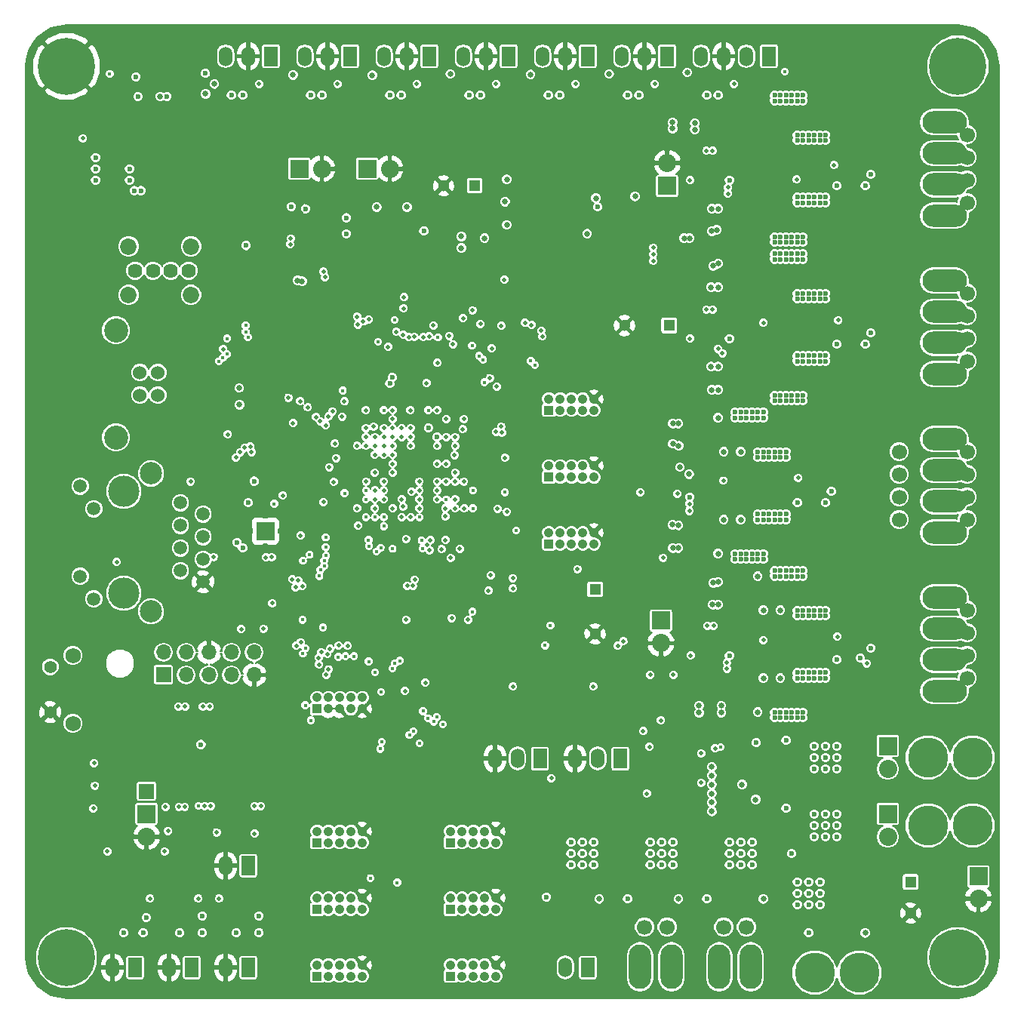
<source format=gbl>
G04 #@! TF.FileFunction,Copper,L6,Inr,Plane*
%FSLAX46Y46*%
G04 Gerber Fmt 4.6, Leading zero omitted, Abs format (unit mm)*
G04 Created by KiCad (PCBNEW 4.0.7) date 02/13/20 09:13:15*
%MOMM*%
%LPD*%
G01*
G04 APERTURE LIST*
%ADD10C,0.100000*%
%ADD11C,1.700000*%
%ADD12O,5.000000X2.500000*%
%ADD13R,1.524000X2.197100*%
%ADD14O,1.524000X2.197100*%
%ADD15R,2.032000X2.032000*%
%ADD16O,2.032000X2.032000*%
%ADD17C,1.524000*%
%ADD18C,2.700020*%
%ADD19C,1.620000*%
%ADD20C,1.850000*%
%ADD21R,1.050000X1.050000*%
%ADD22C,1.050000*%
%ADD23C,0.600000*%
%ADD24R,0.762000X0.762000*%
%ADD25R,1.998980X1.998980*%
%ADD26C,6.400000*%
%ADD27R,1.300000X1.300000*%
%ADD28C,1.300000*%
%ADD29O,2.500000X5.000000*%
%ADD30C,4.500000*%
%ADD31C,1.727200*%
%ADD32C,1.422400*%
%ADD33R,1.700000X1.700000*%
%ADD34O,1.700000X1.700000*%
%ADD35C,3.500000*%
%ADD36C,2.500000*%
%ADD37C,1.500000*%
%ADD38C,0.650000*%
%ADD39C,0.500000*%
%ADD40C,0.450000*%
%ADD41C,0.200000*%
G04 APERTURE END LIST*
D10*
D11*
X123825000Y-73660000D03*
X123825000Y-76200000D03*
X131445000Y-78740000D03*
X123825000Y-81280000D03*
X131445000Y-81280000D03*
X123825000Y-78740000D03*
D12*
X128905000Y-82720000D03*
X128905000Y-79220000D03*
D11*
X131445000Y-76200000D03*
X131445000Y-73660000D03*
D12*
X128905000Y-75720000D03*
X128905000Y-72220000D03*
D13*
X38100000Y-131521200D03*
D14*
X35560000Y-131521200D03*
D15*
X122555000Y-106680000D03*
D16*
X122555000Y-109220000D03*
D15*
X97100000Y-92600000D03*
D16*
X97100000Y-95140000D03*
D14*
X48260000Y-29286200D03*
D13*
X53340000Y-29286200D03*
D14*
X50800000Y-29286200D03*
D15*
X56515000Y-41910000D03*
D16*
X59055000Y-41910000D03*
D13*
X44450000Y-131521200D03*
D14*
X41910000Y-131521200D03*
X57150000Y-29286200D03*
D13*
X62230000Y-29286200D03*
D14*
X59690000Y-29286200D03*
D15*
X64135000Y-41910000D03*
D16*
X66675000Y-41910000D03*
D13*
X50800000Y-131521200D03*
D14*
X48260000Y-131521200D03*
X66040000Y-29286200D03*
D13*
X71120000Y-29286200D03*
D14*
X68580000Y-29286200D03*
D13*
X88900000Y-131521200D03*
D14*
X86360000Y-131521200D03*
X74930000Y-29286200D03*
D13*
X80010000Y-29286200D03*
D14*
X77470000Y-29286200D03*
D17*
X40640000Y-64770000D03*
X40640000Y-67310000D03*
X38641020Y-67310000D03*
X38641020Y-64770000D03*
D18*
X35941000Y-60040520D03*
X35941000Y-72039480D03*
D14*
X83820000Y-29286200D03*
D13*
X88900000Y-29286200D03*
D14*
X86360000Y-29286200D03*
X92710000Y-29286200D03*
D13*
X97790000Y-29286200D03*
D14*
X95250000Y-29286200D03*
D19*
X38100000Y-53340000D03*
X40100000Y-53340000D03*
X42100000Y-53340000D03*
D20*
X37370000Y-50620000D03*
D19*
X44100000Y-53340000D03*
D20*
X44370000Y-50620000D03*
X37370000Y-56060000D03*
X44370000Y-56060000D03*
D21*
X58500000Y-102500000D03*
D22*
X59770000Y-102500000D03*
X61040000Y-102500000D03*
X62310000Y-102500000D03*
X63580000Y-102500000D03*
X59770000Y-101230000D03*
X61040000Y-101230000D03*
X62310000Y-101230000D03*
X63580000Y-101230000D03*
X58500000Y-101230000D03*
D21*
X73500000Y-132500000D03*
D22*
X74770000Y-132500000D03*
X76040000Y-132500000D03*
X77310000Y-132500000D03*
X78580000Y-132500000D03*
X74770000Y-131230000D03*
X76040000Y-131230000D03*
X77310000Y-131230000D03*
X78580000Y-131230000D03*
X73500000Y-131230000D03*
D15*
X39370000Y-114300000D03*
D16*
X39370000Y-116840000D03*
D21*
X58500000Y-132500000D03*
D22*
X59770000Y-132500000D03*
X61040000Y-132500000D03*
X62310000Y-132500000D03*
X63580000Y-132500000D03*
X59770000Y-131230000D03*
X61040000Y-131230000D03*
X62310000Y-131230000D03*
X63580000Y-131230000D03*
X58500000Y-131230000D03*
D11*
X131445000Y-43180000D03*
X131445000Y-45720000D03*
D12*
X128905000Y-47160000D03*
X128905000Y-43660000D03*
D11*
X131445000Y-40640000D03*
X131445000Y-38100000D03*
D12*
X128905000Y-40160000D03*
X128905000Y-36660000D03*
D11*
X131445000Y-60960000D03*
X131445000Y-63500000D03*
D12*
X128905000Y-64940000D03*
X128905000Y-61440000D03*
D11*
X131445000Y-58420000D03*
X131445000Y-55880000D03*
D12*
X128905000Y-57940000D03*
X128905000Y-54440000D03*
D11*
X131445000Y-96520000D03*
X131445000Y-99060000D03*
D12*
X128905000Y-100500000D03*
X128905000Y-97000000D03*
D11*
X131445000Y-93980000D03*
X131445000Y-91440000D03*
D12*
X128905000Y-93500000D03*
X128905000Y-90000000D03*
D21*
X73500000Y-125000000D03*
D22*
X74770000Y-125000000D03*
X76040000Y-125000000D03*
X77310000Y-125000000D03*
X78580000Y-125000000D03*
X74770000Y-123730000D03*
X76040000Y-123730000D03*
X77310000Y-123730000D03*
X78580000Y-123730000D03*
X73500000Y-123730000D03*
D21*
X58500000Y-125000000D03*
D22*
X59770000Y-125000000D03*
X61040000Y-125000000D03*
X62310000Y-125000000D03*
X63580000Y-125000000D03*
X59770000Y-123730000D03*
X61040000Y-123730000D03*
X62310000Y-123730000D03*
X63580000Y-123730000D03*
X58500000Y-123730000D03*
D21*
X73500000Y-117500000D03*
D22*
X74770000Y-117500000D03*
X76040000Y-117500000D03*
X77310000Y-117500000D03*
X78580000Y-117500000D03*
X74770000Y-116230000D03*
X76040000Y-116230000D03*
X77310000Y-116230000D03*
X78580000Y-116230000D03*
X73500000Y-116230000D03*
D23*
X98425000Y-117475000D03*
X97155000Y-117475000D03*
X95885000Y-117475000D03*
X98425000Y-118745000D03*
X97155000Y-118745000D03*
X95885000Y-118745000D03*
X98425000Y-120015000D03*
X97155000Y-120015000D03*
X95885000Y-120015000D03*
X107315000Y-117475000D03*
X106045000Y-117475000D03*
X104775000Y-117475000D03*
X107315000Y-118745000D03*
X106045000Y-118745000D03*
X104775000Y-118745000D03*
X107315000Y-120015000D03*
X106045000Y-120015000D03*
X104775000Y-120015000D03*
X114935000Y-121920000D03*
X113665000Y-121920000D03*
X112395000Y-121920000D03*
X114935000Y-123190000D03*
X113665000Y-123190000D03*
X112395000Y-123190000D03*
X114935000Y-124460000D03*
X113665000Y-124460000D03*
X112395000Y-124460000D03*
D24*
X53205380Y-83050380D03*
X52204620Y-83050380D03*
X52204620Y-82049620D03*
X53205380Y-82049620D03*
D25*
X52705000Y-82550000D03*
D26*
X30400000Y-30400000D03*
X130400000Y-30400000D03*
X30400000Y-130400000D03*
X130400000Y-130400000D03*
D27*
X98000000Y-59500000D03*
D28*
X93000000Y-59500000D03*
X72700000Y-43815000D03*
D27*
X76200000Y-43815000D03*
X89700000Y-89100000D03*
D28*
X89700000Y-94100000D03*
D11*
X97790000Y-127000000D03*
X95250000Y-127000000D03*
D29*
X98270000Y-131445000D03*
X94770000Y-131445000D03*
D11*
X106680000Y-127000000D03*
X104140000Y-127000000D03*
D29*
X107160000Y-131445000D03*
X103660000Y-131445000D03*
D21*
X58500000Y-117500000D03*
D22*
X59770000Y-117500000D03*
X61040000Y-117500000D03*
X62310000Y-117500000D03*
X63580000Y-117500000D03*
X59770000Y-116230000D03*
X61040000Y-116230000D03*
X62310000Y-116230000D03*
X63580000Y-116230000D03*
X58500000Y-116230000D03*
D15*
X122555000Y-114300000D03*
D16*
X122555000Y-116840000D03*
D30*
X127040000Y-107950000D03*
X132040000Y-107950000D03*
X127040000Y-115570000D03*
X132040000Y-115570000D03*
X114340000Y-132080000D03*
X119340000Y-132080000D03*
D23*
X89535000Y-117475000D03*
X88265000Y-117475000D03*
X86995000Y-117475000D03*
X89535000Y-118745000D03*
X88265000Y-118745000D03*
X86995000Y-118745000D03*
X89535000Y-120015000D03*
X88265000Y-120015000D03*
X86995000Y-120015000D03*
X114300000Y-109220000D03*
X114300000Y-107950000D03*
X114300000Y-106680000D03*
X115570000Y-109220000D03*
X115570000Y-107950000D03*
X115570000Y-106680000D03*
X116840000Y-109220000D03*
X116840000Y-107950000D03*
X116840000Y-106680000D03*
X114300000Y-116840000D03*
X114300000Y-115570000D03*
X114300000Y-114300000D03*
X115570000Y-116840000D03*
X115570000Y-115570000D03*
X115570000Y-114300000D03*
X116840000Y-116840000D03*
X116840000Y-115570000D03*
X116840000Y-114300000D03*
D15*
X97790000Y-43815000D03*
D16*
X97790000Y-41275000D03*
D15*
X132715000Y-121285000D03*
D16*
X132715000Y-123825000D03*
D28*
X125095000Y-125420000D03*
D27*
X125095000Y-121920000D03*
D13*
X50800000Y-120091200D03*
D14*
X48260000Y-120091200D03*
D31*
X31115000Y-104140000D03*
X31115000Y-96520000D03*
D32*
X28575000Y-97790000D03*
X28575000Y-102870000D03*
D33*
X41270000Y-98670000D03*
D34*
X41300000Y-96160000D03*
X43840000Y-98700000D03*
X43840000Y-96160000D03*
X46380000Y-98700000D03*
X46380000Y-96160000D03*
X48920000Y-98700000D03*
X48920000Y-96160000D03*
X51460000Y-98700000D03*
X51460000Y-96160000D03*
D14*
X78460000Y-108076200D03*
D13*
X83540000Y-108076200D03*
D14*
X81000000Y-108076200D03*
X87460000Y-108076200D03*
D13*
X92540000Y-108076200D03*
D14*
X90000000Y-108076200D03*
D33*
X39370000Y-111760000D03*
D14*
X101600000Y-29286200D03*
X104140000Y-29286200D03*
D13*
X109220000Y-29286200D03*
D14*
X106680000Y-29286200D03*
D21*
X84500000Y-69000000D03*
D22*
X85770000Y-69000000D03*
X87040000Y-69000000D03*
X88310000Y-69000000D03*
X89580000Y-69000000D03*
X85770000Y-67730000D03*
X87040000Y-67730000D03*
X88310000Y-67730000D03*
X89580000Y-67730000D03*
X84500000Y-67730000D03*
D21*
X84500000Y-76500000D03*
D22*
X85770000Y-76500000D03*
X87040000Y-76500000D03*
X88310000Y-76500000D03*
X89580000Y-76500000D03*
X85770000Y-75230000D03*
X87040000Y-75230000D03*
X88310000Y-75230000D03*
X89580000Y-75230000D03*
X84500000Y-75230000D03*
D21*
X84500000Y-84000000D03*
D22*
X85770000Y-84000000D03*
X87040000Y-84000000D03*
X88310000Y-84000000D03*
X89580000Y-84000000D03*
X85770000Y-82730000D03*
X87040000Y-82730000D03*
X88310000Y-82730000D03*
X89580000Y-82730000D03*
X84500000Y-82730000D03*
D35*
X36830000Y-89535000D03*
X36830000Y-78105000D03*
D36*
X39880000Y-91565000D03*
X39880000Y-76075000D03*
D37*
X33450000Y-90155000D03*
X31930000Y-77505000D03*
X31930000Y-87615000D03*
X33450000Y-80045000D03*
X45720000Y-83185000D03*
X45720000Y-80645000D03*
X45720000Y-85725000D03*
X45720000Y-88265000D03*
X43180000Y-84455000D03*
X43180000Y-86995000D03*
X43180000Y-81915000D03*
X43180000Y-79375000D03*
D38*
X98404284Y-81854040D03*
X101370136Y-102931096D03*
D39*
X41400000Y-118500000D03*
X41800000Y-116200000D03*
X33500000Y-108600000D03*
D38*
X99088958Y-72996042D03*
X98421416Y-72758707D03*
X98425000Y-70485000D03*
X99224111Y-75387063D03*
X100253833Y-76161072D03*
X102950423Y-52807716D03*
X103528982Y-52537064D03*
X103358051Y-48758051D03*
D39*
X102900000Y-39900000D03*
X102200000Y-39900000D03*
X102900000Y-57700000D03*
X102200000Y-57700000D03*
X103000000Y-93200000D03*
X102300000Y-93200000D03*
D38*
X102953236Y-88372889D03*
X107950000Y-102870000D03*
X101370136Y-102131096D03*
X103870136Y-102131096D03*
X103870136Y-102931096D03*
X102800000Y-66700000D03*
X102700000Y-64100000D03*
X103500000Y-66700000D03*
X103500000Y-64100000D03*
X102700000Y-55200000D03*
X103500000Y-55200000D03*
X102800000Y-48900000D03*
X102800000Y-46400000D03*
X103500000Y-46400000D03*
X98400000Y-36700000D03*
X98400000Y-37400000D03*
X100900000Y-36800000D03*
X100900000Y-37500000D03*
X110490000Y-91440000D03*
X108585000Y-91440000D03*
X108585000Y-99060000D03*
X110490000Y-99060000D03*
X107950000Y-87630000D03*
X103505000Y-90805000D03*
X102870000Y-90805000D03*
X103505000Y-88265000D03*
X99060000Y-70485000D03*
X103505000Y-69850000D03*
X104140000Y-81280000D03*
X104140000Y-73660000D03*
X106045000Y-73660000D03*
X106045000Y-81280000D03*
X103505000Y-85090000D03*
X99060000Y-84455000D03*
X98425000Y-84455000D03*
X99060000Y-81915000D03*
D39*
X64952966Y-70041913D03*
X99256421Y-98643579D03*
D40*
X104394910Y-106186374D03*
D23*
X108000000Y-116100000D03*
X106700000Y-116100000D03*
X105400000Y-116100000D03*
D40*
X83200000Y-94800000D03*
D23*
X89000000Y-102900000D03*
X80000000Y-102900000D03*
X95996760Y-81975960D03*
X95280480Y-81975962D03*
D39*
X97000000Y-98700000D03*
D40*
X81400000Y-96500000D03*
X85000000Y-97200000D03*
D23*
X121920000Y-95250000D03*
X117475000Y-77470000D03*
X121920000Y-59690000D03*
X121920000Y-41910000D03*
X49530000Y-76945490D03*
X112500000Y-28000000D03*
X57014991Y-90758252D03*
D39*
X58382925Y-81277086D03*
D23*
X34600010Y-127635000D03*
D39*
X34550010Y-121500000D03*
X70862017Y-91319024D03*
D23*
X64856310Y-89032029D03*
X66039852Y-92681417D03*
D39*
X82100783Y-60189836D03*
D23*
X53395357Y-77278689D03*
D39*
X52090451Y-85733497D03*
D23*
X53306270Y-77992421D03*
D39*
X55204360Y-69988596D03*
X61335633Y-72590476D03*
D23*
X56015009Y-90646845D03*
X56437156Y-91066763D03*
D39*
X68264863Y-58747284D03*
D23*
X70485000Y-51365268D03*
X73660000Y-50800000D03*
X98505586Y-73579414D03*
X96449196Y-70118248D03*
X96449196Y-70314952D03*
X96399287Y-72504351D03*
X96399287Y-72684233D03*
D39*
X74037907Y-70000000D03*
X91000000Y-106500000D03*
X82000000Y-106500000D03*
D23*
X56726360Y-46959208D03*
X57346617Y-47560093D03*
X55016143Y-51394348D03*
D39*
X70000000Y-92500000D03*
D23*
X100413204Y-53149376D03*
X100688126Y-53149376D03*
X99694876Y-48875004D03*
X100330724Y-48875560D03*
X108585000Y-40560090D03*
X104815301Y-47907008D03*
D39*
X64000000Y-80000000D03*
X64000000Y-75000000D03*
D23*
X95236448Y-84347050D03*
D39*
X93500000Y-100500000D03*
X84500000Y-100500000D03*
X100300000Y-85800000D03*
X98900000Y-86300000D03*
X38548331Y-120705754D03*
X52000000Y-123800000D03*
X45200000Y-120700000D03*
X41300000Y-123800000D03*
X41000000Y-121500000D03*
X34800000Y-123800000D03*
X49500000Y-116500000D03*
X97100000Y-110900000D03*
X97300000Y-108100000D03*
X101600000Y-109900000D03*
X101600000Y-108600000D03*
D23*
X106887645Y-31558230D03*
X98134593Y-31555270D03*
D39*
X97100000Y-103100000D03*
D23*
X56701708Y-55343798D03*
X87989987Y-49200000D03*
X42006612Y-45279103D03*
X41336776Y-45829867D03*
X41910000Y-41360090D03*
X38752400Y-45798350D03*
D39*
X77750000Y-90250000D03*
X80500000Y-90250000D03*
X35250000Y-32250000D03*
X59296510Y-65796510D03*
X70000000Y-72000000D03*
X71000000Y-72000000D03*
X69000000Y-75000000D03*
X70000000Y-74000000D03*
X72000000Y-74000000D03*
X71000000Y-74000000D03*
X72000000Y-76000000D03*
X71000000Y-76000000D03*
X69000000Y-76000000D03*
X69000000Y-77000000D03*
X69000000Y-74000000D03*
X68000000Y-74000000D03*
X68000000Y-75000000D03*
X68000000Y-76000000D03*
X68000000Y-77000000D03*
X76000000Y-77000000D03*
X76000000Y-70000000D03*
D23*
X77300000Y-50600000D03*
X91200000Y-51400000D03*
X46400000Y-54400000D03*
X39200000Y-33800000D03*
X39200000Y-31600000D03*
X86000000Y-47400000D03*
X85000000Y-44000000D03*
X86400000Y-44000000D03*
X85000000Y-47400000D03*
X87800000Y-42200000D03*
X94200000Y-44000000D03*
X84200000Y-43800000D03*
X79800000Y-44000000D03*
X111125000Y-107315000D03*
X111125000Y-108585000D03*
X111125000Y-109855000D03*
X111125000Y-114935000D03*
X111125000Y-116205000D03*
X111125000Y-117475000D03*
X65405000Y-50165000D03*
X68580000Y-50165000D03*
X73660000Y-49530000D03*
X41910000Y-36195000D03*
X39370000Y-36195000D03*
X50800000Y-90805000D03*
X49530000Y-90805000D03*
X50165000Y-88900000D03*
X36195000Y-38100000D03*
X33655000Y-44450000D03*
X45720000Y-71120000D03*
X44450000Y-71120000D03*
X45720000Y-72390000D03*
X45085000Y-72390000D03*
X44450000Y-72390000D03*
X53340000Y-89535000D03*
X40005000Y-85090000D03*
X40005000Y-82550000D03*
X28575000Y-109220000D03*
X28575000Y-111760000D03*
X28575000Y-114300000D03*
X28575000Y-116840000D03*
X28575000Y-119380000D03*
X28575000Y-121920000D03*
X28575000Y-124460000D03*
X108585000Y-93980000D03*
X108585000Y-92710000D03*
X108585000Y-97790000D03*
X108585000Y-96520000D03*
X104775000Y-100965000D03*
X104775000Y-101600000D03*
X104775000Y-89535000D03*
X104775000Y-88900000D03*
X100330000Y-83820000D03*
X100330000Y-83185000D03*
X104140000Y-80010000D03*
X104140000Y-78740000D03*
X104140000Y-76200000D03*
X104140000Y-74930000D03*
X100330000Y-71755000D03*
X100330000Y-71120000D03*
X108585000Y-58420000D03*
X108585000Y-57150000D03*
X108585000Y-62230000D03*
X108585000Y-60960000D03*
X104775000Y-66040000D03*
X104775000Y-65405000D03*
X104775000Y-53975000D03*
X104775000Y-53340000D03*
X104775000Y-36195000D03*
X104775000Y-47625000D03*
X108585000Y-44450000D03*
X108585000Y-43180000D03*
X108585000Y-39370000D03*
X104775000Y-35560000D03*
X99695000Y-90805000D03*
X100330000Y-90805000D03*
X99695000Y-88265000D03*
X100330000Y-88265000D03*
X101335136Y-99126096D03*
X101335136Y-99761096D03*
X103875136Y-99126096D03*
X103875136Y-99761096D03*
X95885000Y-84455000D03*
X99695000Y-66675000D03*
X100330000Y-66675000D03*
X99695000Y-64135000D03*
X100330000Y-64135000D03*
X99695000Y-55245000D03*
X100330000Y-55245000D03*
X100965000Y-33655000D03*
X98425000Y-33655000D03*
X99695000Y-46355000D03*
X100330000Y-46355000D03*
X100965000Y-34290000D03*
X98425000Y-34290000D03*
X104775000Y-99060000D03*
X104775000Y-99695000D03*
X104775000Y-95250000D03*
X102235000Y-92075000D03*
X100330000Y-81280000D03*
X100330000Y-81915000D03*
X100330000Y-77470000D03*
X120015000Y-41910000D03*
X120015000Y-59690000D03*
X115570000Y-77470000D03*
X120015000Y-95250000D03*
X125730000Y-102870000D03*
X125730000Y-101600000D03*
X122555000Y-102870000D03*
X122555000Y-101600000D03*
X120015000Y-92075000D03*
X125730000Y-88900000D03*
X125730000Y-87630000D03*
X122555000Y-88900000D03*
X122555000Y-87630000D03*
X121285000Y-85090000D03*
X121285000Y-83820000D03*
X118110000Y-85090000D03*
X118110000Y-83820000D03*
X121285000Y-71120000D03*
X121285000Y-69850000D03*
X118110000Y-71120000D03*
X118110000Y-69850000D03*
X125730000Y-67310000D03*
X125730000Y-66040000D03*
X122555000Y-67310000D03*
X122555000Y-66040000D03*
X125730000Y-53340000D03*
X125730000Y-52070000D03*
X122555000Y-53340000D03*
X122555000Y-52070000D03*
X115570000Y-74295000D03*
X120015000Y-56515000D03*
X104775000Y-64135000D03*
X104775000Y-63500000D03*
X104775000Y-59690000D03*
X102235000Y-56515000D03*
X102235000Y-38735000D03*
X104775000Y-45720000D03*
X104775000Y-46355000D03*
X104775000Y-41910000D03*
X125730000Y-49530000D03*
X125730000Y-48260000D03*
X122555000Y-49530000D03*
X122555000Y-48260000D03*
X125730000Y-35560000D03*
X125730000Y-34290000D03*
X122555000Y-35560000D03*
X122555000Y-34290000D03*
X120015000Y-38735000D03*
X52070000Y-35560000D03*
X88900000Y-33655000D03*
X80010000Y-33655000D03*
X71120000Y-33655000D03*
X62230000Y-33655000D03*
X53340000Y-33655000D03*
X46925230Y-127635000D03*
X40565070Y-127635000D03*
D38*
X90159513Y-114167109D03*
X88868449Y-114205457D03*
X87560955Y-114230681D03*
X96335000Y-114115000D03*
X97790000Y-114300000D03*
X99060000Y-114300000D03*
X115570000Y-118745000D03*
X114300000Y-118745000D03*
X113030000Y-118745000D03*
D40*
X63996134Y-81001249D03*
X64334149Y-84227316D03*
D39*
X58704355Y-96764524D03*
X43670653Y-113483539D03*
X63133621Y-81960776D03*
X59679412Y-96369204D03*
X46599801Y-113400000D03*
X96250000Y-51500000D03*
X96250000Y-52250000D03*
X96250000Y-50750000D03*
D40*
X64500000Y-121500000D03*
D38*
X49807839Y-68373940D03*
X49774990Y-66491611D03*
X74700000Y-50800000D03*
X56325010Y-54429161D03*
D39*
X80500000Y-100000000D03*
X89500000Y-100000000D03*
D38*
X56835085Y-54529639D03*
D39*
X32250000Y-38500000D03*
D38*
X79800000Y-48200000D03*
X79800000Y-43100000D03*
X79600000Y-45600000D03*
X77300000Y-49700000D03*
X74700000Y-49500000D03*
X65200000Y-46200000D03*
X68600000Y-46200000D03*
X46000000Y-33500000D03*
X94200000Y-45000000D03*
X89800000Y-45200000D03*
D39*
X66018908Y-71010434D03*
D23*
X45500000Y-106500000D03*
D40*
X67500000Y-122000000D03*
D39*
X56653967Y-83041153D03*
X59222534Y-79302952D03*
X73613343Y-92314792D03*
X55722933Y-87956162D03*
X56421706Y-88099863D03*
X55809997Y-70442771D03*
X53500662Y-90638148D03*
X68264863Y-56317509D03*
X79529751Y-54351345D03*
D23*
X100348734Y-78739501D03*
D39*
X94800000Y-78200000D03*
X98949012Y-78369426D03*
X97349821Y-85553490D03*
D23*
X57211037Y-46386969D03*
X55645044Y-46152842D03*
X50550626Y-50522608D03*
D39*
X68500000Y-92500000D03*
X78002130Y-87508080D03*
X80490826Y-87834018D03*
X33416776Y-113668191D03*
X100344531Y-43189409D03*
X100356654Y-60944631D03*
X100425806Y-96517619D03*
D23*
X104775000Y-96520000D03*
X104775000Y-60960000D03*
X104775000Y-43180000D03*
D39*
X63000000Y-73000000D03*
X42960000Y-102250000D03*
X45710000Y-102250000D03*
D23*
X41674742Y-33783745D03*
D39*
X65000000Y-76000000D03*
X72000000Y-73000000D03*
X69000000Y-73000000D03*
X73000000Y-75000000D03*
X72000000Y-75000000D03*
X73000000Y-77000000D03*
X72000000Y-77000000D03*
X70000000Y-77000000D03*
X70000000Y-78000000D03*
X67000000Y-73000000D03*
X67000000Y-74000000D03*
X67000000Y-75000000D03*
X67000000Y-76000000D03*
X75000000Y-77000000D03*
X75000000Y-70000000D03*
D23*
X70485000Y-48895000D03*
X38400000Y-33800000D03*
X38200000Y-31600000D03*
X61800000Y-49200000D03*
X61800000Y-47400000D03*
X46000000Y-31200000D03*
D39*
X59541344Y-98685944D03*
X52200000Y-113400000D03*
X101600000Y-107500000D03*
X97100000Y-103800000D03*
X58745910Y-97539695D03*
D40*
X64288589Y-83562975D03*
X63985354Y-79000090D03*
D39*
X45900000Y-113400000D03*
X59956375Y-95781261D03*
X63000000Y-80012751D03*
X41500000Y-113500000D03*
D23*
X38987795Y-127635000D03*
X45645070Y-127635000D03*
X52005230Y-127635000D03*
D39*
X68007855Y-80999282D03*
X68499910Y-83458826D03*
X69022419Y-81000358D03*
D23*
X49541270Y-83831270D03*
X50165000Y-84455000D03*
X93345000Y-123825000D03*
X102235000Y-123825000D03*
X84245636Y-123615632D03*
X113665000Y-127635000D03*
X39335694Y-125921222D03*
X36794400Y-127635000D03*
D38*
X100055425Y-31099175D03*
X55813477Y-31372440D03*
X64720775Y-31424254D03*
X73469097Y-31267634D03*
X82463537Y-31334757D03*
X91278983Y-31267634D03*
X46990000Y-32385000D03*
D23*
X50165000Y-33655000D03*
X48895000Y-33655000D03*
X45645070Y-125730000D03*
X43105070Y-127635000D03*
X59051876Y-33647975D03*
X57785000Y-33655000D03*
X52005230Y-125730000D03*
X49465230Y-127635000D03*
X67945000Y-33655000D03*
X66675000Y-33655000D03*
X76835000Y-33655000D03*
X75565000Y-33655000D03*
X85725000Y-33655000D03*
X84455000Y-33655000D03*
X94615000Y-33655000D03*
X93345000Y-33655000D03*
X103505000Y-33655000D03*
X102235000Y-33655000D03*
D39*
X77750000Y-89250000D03*
D40*
X35250000Y-31250000D03*
D39*
X69286575Y-88680705D03*
X68636885Y-88697668D03*
X44329742Y-76995490D03*
X46901783Y-85455656D03*
X65000000Y-74000000D03*
X43710000Y-102250000D03*
X70846613Y-84115068D03*
X70000000Y-79000000D03*
X72469450Y-84604333D03*
X72000000Y-79000000D03*
X71217734Y-83576616D03*
X69999910Y-80000000D03*
X73993966Y-80002304D03*
X71119728Y-84704808D03*
X72000000Y-78000000D03*
X87710179Y-86821249D03*
D40*
X59175957Y-93385657D03*
D39*
X58971399Y-96159069D03*
X43005558Y-113483501D03*
X75449821Y-92501464D03*
D40*
X59481274Y-83274821D03*
X66972172Y-97976811D03*
X50754912Y-60804378D03*
D39*
X67000000Y-70000000D03*
X70649455Y-99572107D03*
D40*
X64304024Y-97192299D03*
X67200000Y-58868739D03*
X56947759Y-85890088D03*
X50500000Y-59500000D03*
D23*
X112395000Y-45085000D03*
X113030000Y-45085000D03*
X113665000Y-45085000D03*
X114300000Y-45085000D03*
X114935000Y-45085000D03*
X115570000Y-45085000D03*
X115570000Y-45720000D03*
X112395000Y-45720000D03*
X113030000Y-45720000D03*
X113665000Y-45720000D03*
X114300000Y-45720000D03*
X114935000Y-45720000D03*
X109855000Y-49530000D03*
X110490000Y-49530000D03*
X111125000Y-49530000D03*
X111760000Y-49530000D03*
X112395000Y-49530000D03*
X113030000Y-49530000D03*
X113030000Y-50165000D03*
X109855000Y-50165000D03*
X110490000Y-50165000D03*
X111125000Y-50165000D03*
X111760000Y-50165000D03*
X112395000Y-50165000D03*
X113030000Y-34290000D03*
X109855000Y-34290000D03*
X110490000Y-34290000D03*
X111125000Y-34290000D03*
X111760000Y-34290000D03*
X112395000Y-34290000D03*
X109855000Y-33655000D03*
X112395000Y-33655000D03*
X113030000Y-33655000D03*
X111760000Y-33655000D03*
X111125000Y-33655000D03*
X110490000Y-33655000D03*
X112395000Y-38100000D03*
X115570000Y-38100000D03*
X114935000Y-38100000D03*
X114300000Y-38100000D03*
X113665000Y-38100000D03*
X113030000Y-38100000D03*
X114935000Y-38735000D03*
X115570000Y-38735000D03*
X114300000Y-38735000D03*
X113665000Y-38735000D03*
X113030000Y-38735000D03*
X112395000Y-38735000D03*
X112395000Y-63500000D03*
X113030000Y-63500000D03*
X113665000Y-63500000D03*
X114300000Y-63500000D03*
X114935000Y-63500000D03*
X115570000Y-63500000D03*
X115570000Y-62865000D03*
X114935000Y-62865000D03*
X114300000Y-62865000D03*
X113665000Y-62865000D03*
X113030000Y-62865000D03*
X112395000Y-62865000D03*
X109855000Y-67945000D03*
X110490000Y-67945000D03*
X111125000Y-67945000D03*
X111760000Y-67945000D03*
X112395000Y-67945000D03*
X113030000Y-67945000D03*
X113030000Y-67310000D03*
X112395000Y-67310000D03*
X111760000Y-67310000D03*
X111125000Y-67310000D03*
X110490000Y-67310000D03*
X109855000Y-67310000D03*
X109855000Y-51435000D03*
X110490000Y-51435000D03*
X111125000Y-51435000D03*
X111760000Y-51435000D03*
X112395000Y-51435000D03*
X113030000Y-51435000D03*
X113030000Y-52070000D03*
X112395000Y-52070000D03*
X111760000Y-52070000D03*
X111125000Y-52070000D03*
X110490000Y-52070000D03*
X109855000Y-52070000D03*
X112395000Y-56515000D03*
X113030000Y-56515000D03*
X113665000Y-56515000D03*
X114300000Y-56515000D03*
X114935000Y-56515000D03*
X115570000Y-56515000D03*
X115570000Y-55880000D03*
X114935000Y-55880000D03*
X114300000Y-55880000D03*
X113665000Y-55880000D03*
X113030000Y-55880000D03*
X112395000Y-55880000D03*
X107950000Y-80645000D03*
X108585000Y-80645000D03*
X109220000Y-80645000D03*
X109855000Y-80645000D03*
X110490000Y-80645000D03*
X111125000Y-80645000D03*
X111125000Y-81280000D03*
X110490000Y-81280000D03*
X109855000Y-81280000D03*
X109220000Y-81280000D03*
X108585000Y-81280000D03*
X107950000Y-81280000D03*
X105410000Y-85725000D03*
X106045000Y-85725000D03*
X106680000Y-85725000D03*
X107315000Y-85725000D03*
X107950000Y-85725000D03*
X108585000Y-85725000D03*
X108585000Y-85090000D03*
X107950000Y-85090000D03*
X107315000Y-85090000D03*
X106680000Y-85090000D03*
X106045000Y-85090000D03*
X105410000Y-85090000D03*
X105410000Y-69215000D03*
X106045000Y-69215000D03*
X106680000Y-69215000D03*
X107315000Y-69215000D03*
X107950000Y-69215000D03*
X108585000Y-69215000D03*
X108585000Y-69850000D03*
X107950000Y-69850000D03*
X107315000Y-69850000D03*
X106680000Y-69850000D03*
X106045000Y-69850000D03*
X105410000Y-69850000D03*
X107950000Y-74295000D03*
X108585000Y-74295000D03*
X109220000Y-74295000D03*
X109855000Y-74295000D03*
X110490000Y-74295000D03*
X111125000Y-74295000D03*
X111125000Y-73660000D03*
X110490000Y-73660000D03*
X109855000Y-73660000D03*
X109220000Y-73660000D03*
X108585000Y-73660000D03*
X107950000Y-73660000D03*
X112395000Y-98425000D03*
X113030000Y-98425000D03*
X113665000Y-98425000D03*
X114300000Y-98425000D03*
X114935000Y-98425000D03*
X115570000Y-98425000D03*
X115570000Y-99060000D03*
X114935000Y-99060000D03*
X114300000Y-99060000D03*
X113665000Y-99060000D03*
X113030000Y-99060000D03*
X112395000Y-99060000D03*
X109855000Y-103505000D03*
X110490000Y-103505000D03*
X111125000Y-103505000D03*
X111760000Y-103505000D03*
X112395000Y-103505000D03*
X113030000Y-103505000D03*
X113030000Y-102870000D03*
X112395000Y-102870000D03*
X111760000Y-102870000D03*
X111125000Y-102870000D03*
X110490000Y-102870000D03*
X109855000Y-102870000D03*
X109855000Y-86995000D03*
X110490000Y-86995000D03*
X111125000Y-86995000D03*
X111760000Y-86995000D03*
X112395000Y-86995000D03*
X113030000Y-86995000D03*
X113030000Y-87630000D03*
X112395000Y-87630000D03*
X111760000Y-87630000D03*
X111125000Y-87630000D03*
X110490000Y-87630000D03*
X109855000Y-87630000D03*
X112395000Y-92075000D03*
X113030000Y-92075000D03*
X113665000Y-92075000D03*
X114300000Y-92075000D03*
X114935000Y-92075000D03*
X115570000Y-92075000D03*
X115570000Y-91440000D03*
X114935000Y-91440000D03*
X114300000Y-91440000D03*
X113665000Y-91440000D03*
X113030000Y-91440000D03*
X112395000Y-91440000D03*
D39*
X68374327Y-100494084D03*
D40*
X82964311Y-63925090D03*
X77134547Y-63313598D03*
X66009793Y-82013529D03*
X82489401Y-63478171D03*
X76700000Y-62900000D03*
D39*
X75025940Y-80031910D03*
D38*
X40900000Y-33800000D03*
D23*
X38757275Y-44349910D03*
D39*
X68160900Y-79806800D03*
D40*
X66986016Y-84543760D03*
D23*
X37465000Y-41910000D03*
D39*
X65005460Y-79999901D03*
D23*
X38006951Y-44349910D03*
X33655000Y-40640000D03*
D39*
X67000000Y-80000000D03*
X74000000Y-79000000D03*
D23*
X33655000Y-41910000D03*
D39*
X68000000Y-79000000D03*
D23*
X33655000Y-43180000D03*
D39*
X75945367Y-57776135D03*
X95500000Y-112000000D03*
X103167571Y-106928599D03*
X74884869Y-58669374D03*
X79189915Y-59522287D03*
X84796510Y-110296510D03*
X95800000Y-106749821D03*
D23*
X111760000Y-118745000D03*
D39*
X69467447Y-88004464D03*
X48500000Y-71700000D03*
X92239104Y-95435269D03*
X82566479Y-59438264D03*
X95900000Y-98700000D03*
X95100000Y-105000000D03*
X55573490Y-49733490D03*
X68000000Y-71000000D03*
X55495313Y-50378683D03*
X67000000Y-71000000D03*
X59409616Y-54063015D03*
X73000000Y-72000000D03*
X77895814Y-65387857D03*
X59242967Y-53434833D03*
X73940558Y-74026214D03*
X72929541Y-83556530D03*
X72900090Y-80000000D03*
D40*
X72081480Y-60833138D03*
D39*
X104503490Y-97296510D03*
X73344948Y-60649811D03*
X104500000Y-98000000D03*
X69000000Y-71000000D03*
X71083776Y-60712574D03*
X116900000Y-94400000D03*
X36019740Y-86029800D03*
X66000000Y-79000000D03*
X58410525Y-69765366D03*
X63095711Y-59400180D03*
X112338461Y-43116245D03*
X108600000Y-94800000D03*
X104100000Y-76900000D03*
X108600000Y-59200000D03*
X58870081Y-70224924D03*
X59490717Y-70699812D03*
D40*
X77290140Y-65855279D03*
X53700000Y-79500000D03*
X61400000Y-66800000D03*
D39*
X59791180Y-98068838D03*
D40*
X65661293Y-84453972D03*
D39*
X51500000Y-113400000D03*
D40*
X66000000Y-81000000D03*
D39*
X64000000Y-73003368D03*
X64000000Y-72000090D03*
X60242574Y-69113984D03*
D23*
X116840000Y-96986164D03*
D39*
X65000000Y-72000000D03*
D23*
X112395000Y-79375000D03*
X116840000Y-43815000D03*
X116840000Y-61595000D03*
D39*
X63997534Y-71000090D03*
X64314780Y-58814691D03*
X104600000Y-44700000D03*
X67389620Y-60193461D03*
X117000000Y-58900000D03*
X68188208Y-60544629D03*
X103500000Y-62100000D03*
X70436827Y-60774561D03*
X100300000Y-80300000D03*
X67000000Y-69000000D03*
X69437016Y-60767865D03*
X112500000Y-76600000D03*
X68787697Y-60795623D03*
X104000000Y-62600000D03*
D40*
X59474910Y-84360926D03*
D39*
X73500090Y-85570072D03*
X72900090Y-80921442D03*
D40*
X57675690Y-85215460D03*
D39*
X74542402Y-84540574D03*
D40*
X59533507Y-85312021D03*
D39*
X78766324Y-80052492D03*
X74000000Y-77000000D03*
D40*
X59314828Y-86480701D03*
D39*
X79811221Y-80389134D03*
X74000000Y-76000000D03*
D23*
X119490587Y-96803505D03*
D39*
X66000000Y-73000000D03*
D23*
X115570000Y-79375000D03*
X120015000Y-43815000D03*
X120015000Y-61595000D03*
D40*
X59308498Y-85880823D03*
D39*
X78598768Y-71439830D03*
D40*
X47956403Y-63110653D03*
D23*
X66674993Y-66012852D03*
X71000000Y-71000000D03*
D39*
X52500000Y-93500000D03*
X73000000Y-70000000D03*
X52773545Y-85496523D03*
X56098995Y-88865096D03*
X79586562Y-74329276D03*
X74000000Y-73000000D03*
D40*
X58887728Y-86901968D03*
D39*
X79243816Y-71519196D03*
X74000000Y-72000000D03*
X50000000Y-93549821D03*
D40*
X48395544Y-62701937D03*
D23*
X66938965Y-65310936D03*
X72000000Y-72000000D03*
D39*
X74855659Y-71140012D03*
X53423371Y-85485952D03*
X56848111Y-88721703D03*
X79157958Y-70811184D03*
X76851598Y-59315699D03*
D23*
X50800000Y-79375000D03*
X51459912Y-76945490D03*
X90000000Y-46200000D03*
D40*
X45200000Y-113400000D03*
D39*
X47500000Y-123800000D03*
X47239801Y-116357143D03*
X39775174Y-123793218D03*
X45200000Y-123800000D03*
D38*
X102800000Y-114000000D03*
X102797987Y-111000000D03*
X102797987Y-113000000D03*
X102797987Y-112000000D03*
X102797987Y-110000000D03*
X102797987Y-109000000D03*
X106200000Y-111000000D03*
X107725000Y-112675000D03*
D39*
X33593541Y-111114086D03*
X35000000Y-118500000D03*
X101600000Y-110800000D03*
D38*
X99060000Y-123825000D03*
X120015000Y-127635000D03*
X108585000Y-123825000D03*
X90170000Y-123825000D03*
D40*
X103800000Y-106800000D03*
D39*
X51500000Y-116500000D03*
X68232475Y-57558771D03*
X80500000Y-89000000D03*
D23*
X111125000Y-113665000D03*
X111125000Y-106045000D03*
D39*
X61935597Y-95440313D03*
X60935786Y-95399956D03*
X55294313Y-67589141D03*
X87500000Y-32385000D03*
X57473589Y-68680136D03*
X105300000Y-32385000D03*
X78119382Y-62044204D03*
X61323879Y-69722051D03*
X63704075Y-59037006D03*
X116500000Y-41500000D03*
X104600000Y-44000000D03*
X63000000Y-58500000D03*
X56627586Y-67985595D03*
X96400000Y-32385000D03*
X60520744Y-72744614D03*
X78600000Y-32385000D03*
D40*
X56888024Y-92521670D03*
D39*
X60376421Y-77031614D03*
X64014382Y-77000000D03*
X65000000Y-78997010D03*
X59892231Y-75390209D03*
X52000000Y-32385000D03*
X65010822Y-77997199D03*
X60800000Y-32385000D03*
X51011150Y-73049843D03*
X65000000Y-73000000D03*
X71571099Y-59500298D03*
X100300000Y-79500000D03*
X64000000Y-69000000D03*
X54672916Y-78565153D03*
X66000000Y-77000000D03*
X60639094Y-74374221D03*
X69700000Y-32385000D03*
X66000000Y-78000000D03*
X51157604Y-73685681D03*
X66000000Y-74000000D03*
X65996510Y-72011858D03*
X50380050Y-73205077D03*
X56700090Y-95021495D03*
X67000000Y-72000000D03*
X59800000Y-69700000D03*
X49900000Y-73700000D03*
X61582003Y-68011292D03*
X56187096Y-95420523D03*
X68000000Y-72000000D03*
X49400000Y-74300000D03*
X72002768Y-63691677D03*
X69000000Y-72000000D03*
X72000000Y-69000000D03*
D40*
X58774910Y-87610378D03*
X50499416Y-60190762D03*
X71000000Y-69000000D03*
X56925090Y-96298156D03*
X48412599Y-60954348D03*
X65359235Y-61309233D03*
X75913024Y-61753425D03*
X111000000Y-31000000D03*
X60893770Y-96671731D03*
X61700000Y-96600000D03*
X62661032Y-96595323D03*
X72625268Y-104247424D03*
X71925446Y-103433686D03*
X71612071Y-103945243D03*
X70242923Y-83600000D03*
X67199966Y-97421829D03*
X57820695Y-103800000D03*
X65173183Y-84858019D03*
X57200000Y-102100000D03*
X65000000Y-81000000D03*
X47500000Y-63500000D03*
X66000000Y-69000000D03*
X65000000Y-98400000D03*
X70000000Y-81000000D03*
X70351272Y-84499991D03*
X67800000Y-97100000D03*
X70975634Y-103569958D03*
X70404570Y-102766540D03*
X80865458Y-82502462D03*
X69314435Y-105028870D03*
X76000000Y-80000000D03*
X75950153Y-91604392D03*
X68872431Y-105434488D03*
X65700000Y-100600000D03*
X73000000Y-79000000D03*
X65600000Y-107000000D03*
X79600000Y-78200000D03*
X76000000Y-78000000D03*
X65766826Y-106200000D03*
X69992614Y-106379012D03*
X57200000Y-95700000D03*
X61600000Y-78300000D03*
X64000000Y-78000000D03*
D38*
X99700000Y-49700000D03*
X100300000Y-49700000D03*
X88815000Y-49200000D03*
D40*
X84100000Y-95400000D03*
D39*
X83804355Y-60723476D03*
D23*
X107800000Y-106300000D03*
D40*
X84693760Y-93146880D03*
D39*
X83669209Y-60087771D03*
X92885230Y-94902216D03*
X81841660Y-59190392D03*
X46460000Y-102250000D03*
X47996926Y-62135842D03*
X66483778Y-61876523D03*
X73763475Y-61619111D03*
X68992186Y-69000000D03*
X78683111Y-66349533D03*
X70781062Y-65938400D03*
X98500000Y-98700000D03*
X64859984Y-70825745D03*
X120200000Y-97400000D03*
D23*
X120650000Y-95668153D03*
X116205000Y-78105000D03*
X120650000Y-42545000D03*
X120650000Y-60325000D03*
D39*
X69100357Y-78140016D03*
D23*
X37465000Y-43180000D03*
D41*
X59770000Y-102500000D02*
X61040000Y-102500000D01*
G36*
X132167098Y-26133844D02*
X133665173Y-27134825D01*
X134666156Y-28632902D01*
X135025000Y-30436932D01*
X135025000Y-130363068D01*
X134666156Y-132167098D01*
X133665173Y-133665175D01*
X132167098Y-134666156D01*
X130363068Y-135025000D01*
X30436932Y-135025000D01*
X28632902Y-134666156D01*
X27134825Y-133665173D01*
X26133844Y-132167098D01*
X25920221Y-131093139D01*
X26899394Y-131093139D01*
X27431114Y-132380001D01*
X28414821Y-133365425D01*
X29700753Y-133899391D01*
X31093139Y-133900606D01*
X32380001Y-133368886D01*
X33365425Y-132385179D01*
X33660234Y-131675200D01*
X34190000Y-131675200D01*
X34190000Y-132011750D01*
X34353218Y-132524304D01*
X34700158Y-132935381D01*
X35194939Y-133178216D01*
X35406000Y-133065975D01*
X35406000Y-131675200D01*
X35714000Y-131675200D01*
X35714000Y-133065975D01*
X35925061Y-133178216D01*
X36419842Y-132935381D01*
X36766782Y-132524304D01*
X36930000Y-132011750D01*
X36930000Y-131675200D01*
X35714000Y-131675200D01*
X35406000Y-131675200D01*
X34190000Y-131675200D01*
X33660234Y-131675200D01*
X33899391Y-131099247D01*
X33899450Y-131030650D01*
X34190000Y-131030650D01*
X34190000Y-131367200D01*
X35406000Y-131367200D01*
X35406000Y-129976425D01*
X35714000Y-129976425D01*
X35714000Y-131367200D01*
X36930000Y-131367200D01*
X36930000Y-131030650D01*
X36766782Y-130518096D01*
X36686228Y-130422650D01*
X37032123Y-130422650D01*
X37032123Y-132619750D01*
X37053042Y-132730923D01*
X37118745Y-132833029D01*
X37218997Y-132901528D01*
X37338000Y-132925627D01*
X38862000Y-132925627D01*
X38973173Y-132904708D01*
X39075279Y-132839005D01*
X39143778Y-132738753D01*
X39167877Y-132619750D01*
X39167877Y-131675200D01*
X40540000Y-131675200D01*
X40540000Y-132011750D01*
X40703218Y-132524304D01*
X41050158Y-132935381D01*
X41544939Y-133178216D01*
X41756000Y-133065975D01*
X41756000Y-131675200D01*
X42064000Y-131675200D01*
X42064000Y-133065975D01*
X42275061Y-133178216D01*
X42769842Y-132935381D01*
X43116782Y-132524304D01*
X43280000Y-132011750D01*
X43280000Y-131675200D01*
X42064000Y-131675200D01*
X41756000Y-131675200D01*
X40540000Y-131675200D01*
X39167877Y-131675200D01*
X39167877Y-131030650D01*
X40540000Y-131030650D01*
X40540000Y-131367200D01*
X41756000Y-131367200D01*
X41756000Y-129976425D01*
X42064000Y-129976425D01*
X42064000Y-131367200D01*
X43280000Y-131367200D01*
X43280000Y-131030650D01*
X43116782Y-130518096D01*
X43036228Y-130422650D01*
X43382123Y-130422650D01*
X43382123Y-132619750D01*
X43403042Y-132730923D01*
X43468745Y-132833029D01*
X43568997Y-132901528D01*
X43688000Y-132925627D01*
X45212000Y-132925627D01*
X45323173Y-132904708D01*
X45425279Y-132839005D01*
X45493778Y-132738753D01*
X45517877Y-132619750D01*
X45517877Y-131675200D01*
X46890000Y-131675200D01*
X46890000Y-132011750D01*
X47053218Y-132524304D01*
X47400158Y-132935381D01*
X47894939Y-133178216D01*
X48106000Y-133065975D01*
X48106000Y-131675200D01*
X48414000Y-131675200D01*
X48414000Y-133065975D01*
X48625061Y-133178216D01*
X49119842Y-132935381D01*
X49466782Y-132524304D01*
X49630000Y-132011750D01*
X49630000Y-131675200D01*
X48414000Y-131675200D01*
X48106000Y-131675200D01*
X46890000Y-131675200D01*
X45517877Y-131675200D01*
X45517877Y-131030650D01*
X46890000Y-131030650D01*
X46890000Y-131367200D01*
X48106000Y-131367200D01*
X48106000Y-129976425D01*
X48414000Y-129976425D01*
X48414000Y-131367200D01*
X49630000Y-131367200D01*
X49630000Y-131030650D01*
X49466782Y-130518096D01*
X49386228Y-130422650D01*
X49732123Y-130422650D01*
X49732123Y-132619750D01*
X49753042Y-132730923D01*
X49818745Y-132833029D01*
X49918997Y-132901528D01*
X50038000Y-132925627D01*
X51562000Y-132925627D01*
X51673173Y-132904708D01*
X51775279Y-132839005D01*
X51843778Y-132738753D01*
X51867877Y-132619750D01*
X51867877Y-131975000D01*
X57669123Y-131975000D01*
X57669123Y-133025000D01*
X57690042Y-133136173D01*
X57755745Y-133238279D01*
X57855997Y-133306778D01*
X57975000Y-133330877D01*
X59025000Y-133330877D01*
X59136173Y-133309958D01*
X59238279Y-133244255D01*
X59282557Y-133179451D01*
X59302065Y-133198993D01*
X59605177Y-133324857D01*
X59933383Y-133325143D01*
X60236715Y-133199809D01*
X60405090Y-133031727D01*
X60572065Y-133198993D01*
X60875177Y-133324857D01*
X61203383Y-133325143D01*
X61506715Y-133199809D01*
X61675090Y-133031727D01*
X61842065Y-133198993D01*
X62145177Y-133324857D01*
X62473383Y-133325143D01*
X62776715Y-133199809D01*
X62945090Y-133031727D01*
X63112065Y-133198993D01*
X63415177Y-133324857D01*
X63743383Y-133325143D01*
X64046715Y-133199809D01*
X64278993Y-132967935D01*
X64404857Y-132664823D01*
X64405143Y-132336617D01*
X64279809Y-132033285D01*
X64221626Y-131975000D01*
X72669123Y-131975000D01*
X72669123Y-133025000D01*
X72690042Y-133136173D01*
X72755745Y-133238279D01*
X72855997Y-133306778D01*
X72975000Y-133330877D01*
X74025000Y-133330877D01*
X74136173Y-133309958D01*
X74238279Y-133244255D01*
X74282557Y-133179451D01*
X74302065Y-133198993D01*
X74605177Y-133324857D01*
X74933383Y-133325143D01*
X75236715Y-133199809D01*
X75405090Y-133031727D01*
X75572065Y-133198993D01*
X75875177Y-133324857D01*
X76203383Y-133325143D01*
X76506715Y-133199809D01*
X76675090Y-133031727D01*
X76842065Y-133198993D01*
X77145177Y-133324857D01*
X77473383Y-133325143D01*
X77776715Y-133199809D01*
X77945090Y-133031727D01*
X78112065Y-133198993D01*
X78415177Y-133324857D01*
X78743383Y-133325143D01*
X79046715Y-133199809D01*
X79278993Y-132967935D01*
X79404857Y-132664823D01*
X79405143Y-132336617D01*
X79279809Y-132033285D01*
X79047935Y-131801007D01*
X78851757Y-131719546D01*
X78580000Y-131447789D01*
X78565858Y-131461931D01*
X78348069Y-131244142D01*
X78362211Y-131230000D01*
X78797789Y-131230000D01*
X79389854Y-131822065D01*
X79596752Y-131778358D01*
X79729203Y-131347523D01*
X79711181Y-131157251D01*
X85298000Y-131157251D01*
X85298000Y-131885149D01*
X85378840Y-132291559D01*
X85609053Y-132636096D01*
X85953590Y-132866309D01*
X86360000Y-132947149D01*
X86766410Y-132866309D01*
X87110947Y-132636096D01*
X87341160Y-132291559D01*
X87422000Y-131885149D01*
X87422000Y-131157251D01*
X87341160Y-130750841D01*
X87121870Y-130422650D01*
X87832123Y-130422650D01*
X87832123Y-132619750D01*
X87853042Y-132730923D01*
X87918745Y-132833029D01*
X88018997Y-132901528D01*
X88138000Y-132925627D01*
X89662000Y-132925627D01*
X89773173Y-132904708D01*
X89875279Y-132839005D01*
X89943778Y-132738753D01*
X89967877Y-132619750D01*
X89967877Y-130422650D01*
X89946958Y-130311477D01*
X89881255Y-130209371D01*
X89781003Y-130140872D01*
X89777414Y-130140145D01*
X93220000Y-130140145D01*
X93220000Y-132749855D01*
X93337987Y-133343014D01*
X93673984Y-133845871D01*
X94176841Y-134181868D01*
X94770000Y-134299855D01*
X95363159Y-134181868D01*
X95866016Y-133845871D01*
X96202013Y-133343014D01*
X96320000Y-132749855D01*
X96320000Y-130140145D01*
X96720000Y-130140145D01*
X96720000Y-132749855D01*
X96837987Y-133343014D01*
X97173984Y-133845871D01*
X97676841Y-134181868D01*
X98270000Y-134299855D01*
X98863159Y-134181868D01*
X99366016Y-133845871D01*
X99702013Y-133343014D01*
X99820000Y-132749855D01*
X99820000Y-130140145D01*
X102110000Y-130140145D01*
X102110000Y-132749855D01*
X102227987Y-133343014D01*
X102563984Y-133845871D01*
X103066841Y-134181868D01*
X103660000Y-134299855D01*
X104253159Y-134181868D01*
X104756016Y-133845871D01*
X105092013Y-133343014D01*
X105210000Y-132749855D01*
X105210000Y-130140145D01*
X105610000Y-130140145D01*
X105610000Y-132749855D01*
X105727987Y-133343014D01*
X106063984Y-133845871D01*
X106566841Y-134181868D01*
X107160000Y-134299855D01*
X107753159Y-134181868D01*
X108256016Y-133845871D01*
X108592013Y-133343014D01*
X108710000Y-132749855D01*
X108710000Y-132585001D01*
X111789559Y-132585001D01*
X112176955Y-133522572D01*
X112893655Y-134240524D01*
X113830548Y-134629556D01*
X114845001Y-134630441D01*
X115782572Y-134243045D01*
X116500524Y-133526345D01*
X116840356Y-132707939D01*
X117176955Y-133522572D01*
X117893655Y-134240524D01*
X118830548Y-134629556D01*
X119845001Y-134630441D01*
X120782572Y-134243045D01*
X121500524Y-133526345D01*
X121889556Y-132589452D01*
X121890441Y-131574999D01*
X121691341Y-131093139D01*
X126899394Y-131093139D01*
X127431114Y-132380001D01*
X128414821Y-133365425D01*
X129700753Y-133899391D01*
X131093139Y-133900606D01*
X132380001Y-133368886D01*
X133365425Y-132385179D01*
X133899391Y-131099247D01*
X133900606Y-129706861D01*
X133368886Y-128419999D01*
X132385179Y-127434575D01*
X131099247Y-126900609D01*
X129706861Y-126899394D01*
X128419999Y-127431114D01*
X127434575Y-128414821D01*
X126900609Y-129700753D01*
X126899394Y-131093139D01*
X121691341Y-131093139D01*
X121503045Y-130637428D01*
X120786345Y-129919476D01*
X119849452Y-129530444D01*
X118834999Y-129529559D01*
X117897428Y-129916955D01*
X117179476Y-130633655D01*
X116839644Y-131452061D01*
X116503045Y-130637428D01*
X115786345Y-129919476D01*
X114849452Y-129530444D01*
X113834999Y-129529559D01*
X112897428Y-129916955D01*
X112179476Y-130633655D01*
X111790444Y-131570548D01*
X111789559Y-132585001D01*
X108710000Y-132585001D01*
X108710000Y-130140145D01*
X108592013Y-129546986D01*
X108256016Y-129044129D01*
X107753159Y-128708132D01*
X107160000Y-128590145D01*
X106566841Y-128708132D01*
X106063984Y-129044129D01*
X105727987Y-129546986D01*
X105610000Y-130140145D01*
X105210000Y-130140145D01*
X105092013Y-129546986D01*
X104756016Y-129044129D01*
X104253159Y-128708132D01*
X103660000Y-128590145D01*
X103066841Y-128708132D01*
X102563984Y-129044129D01*
X102227987Y-129546986D01*
X102110000Y-130140145D01*
X99820000Y-130140145D01*
X99702013Y-129546986D01*
X99366016Y-129044129D01*
X98863159Y-128708132D01*
X98270000Y-128590145D01*
X97676841Y-128708132D01*
X97173984Y-129044129D01*
X96837987Y-129546986D01*
X96720000Y-130140145D01*
X96320000Y-130140145D01*
X96202013Y-129546986D01*
X95866016Y-129044129D01*
X95363159Y-128708132D01*
X94770000Y-128590145D01*
X94176841Y-128708132D01*
X93673984Y-129044129D01*
X93337987Y-129546986D01*
X93220000Y-130140145D01*
X89777414Y-130140145D01*
X89662000Y-130116773D01*
X88138000Y-130116773D01*
X88026827Y-130137692D01*
X87924721Y-130203395D01*
X87856222Y-130303647D01*
X87832123Y-130422650D01*
X87121870Y-130422650D01*
X87110947Y-130406304D01*
X86766410Y-130176091D01*
X86360000Y-130095251D01*
X85953590Y-130176091D01*
X85609053Y-130406304D01*
X85378840Y-130750841D01*
X85298000Y-131157251D01*
X79711181Y-131157251D01*
X79686699Y-130898796D01*
X79596752Y-130681642D01*
X79389854Y-130637935D01*
X78797789Y-131230000D01*
X78362211Y-131230000D01*
X78090300Y-130958089D01*
X78009809Y-130763285D01*
X77777935Y-130531007D01*
X77510954Y-130420146D01*
X77987935Y-130420146D01*
X78580000Y-131012211D01*
X79172065Y-130420146D01*
X79128358Y-130213248D01*
X78697523Y-130080797D01*
X78248796Y-130123301D01*
X78031642Y-130213248D01*
X77987935Y-130420146D01*
X77510954Y-130420146D01*
X77474823Y-130405143D01*
X77146617Y-130404857D01*
X76843285Y-130530191D01*
X76674910Y-130698273D01*
X76507935Y-130531007D01*
X76204823Y-130405143D01*
X75876617Y-130404857D01*
X75573285Y-130530191D01*
X75404910Y-130698273D01*
X75237935Y-130531007D01*
X74934823Y-130405143D01*
X74606617Y-130404857D01*
X74303285Y-130530191D01*
X74134910Y-130698273D01*
X73967935Y-130531007D01*
X73664823Y-130405143D01*
X73336617Y-130404857D01*
X73033285Y-130530191D01*
X72801007Y-130762065D01*
X72675143Y-131065177D01*
X72674857Y-131393383D01*
X72800191Y-131696715D01*
X72821024Y-131717585D01*
X72761721Y-131755745D01*
X72693222Y-131855997D01*
X72669123Y-131975000D01*
X64221626Y-131975000D01*
X64047935Y-131801007D01*
X63851757Y-131719546D01*
X63580000Y-131447789D01*
X63565858Y-131461931D01*
X63348069Y-131244142D01*
X63362211Y-131230000D01*
X63797789Y-131230000D01*
X64389854Y-131822065D01*
X64596752Y-131778358D01*
X64729203Y-131347523D01*
X64686699Y-130898796D01*
X64596752Y-130681642D01*
X64389854Y-130637935D01*
X63797789Y-131230000D01*
X63362211Y-131230000D01*
X63090300Y-130958089D01*
X63009809Y-130763285D01*
X62777935Y-130531007D01*
X62510954Y-130420146D01*
X62987935Y-130420146D01*
X63580000Y-131012211D01*
X64172065Y-130420146D01*
X64128358Y-130213248D01*
X63697523Y-130080797D01*
X63248796Y-130123301D01*
X63031642Y-130213248D01*
X62987935Y-130420146D01*
X62510954Y-130420146D01*
X62474823Y-130405143D01*
X62146617Y-130404857D01*
X61843285Y-130530191D01*
X61674910Y-130698273D01*
X61507935Y-130531007D01*
X61204823Y-130405143D01*
X60876617Y-130404857D01*
X60573285Y-130530191D01*
X60404910Y-130698273D01*
X60237935Y-130531007D01*
X59934823Y-130405143D01*
X59606617Y-130404857D01*
X59303285Y-130530191D01*
X59134910Y-130698273D01*
X58967935Y-130531007D01*
X58664823Y-130405143D01*
X58336617Y-130404857D01*
X58033285Y-130530191D01*
X57801007Y-130762065D01*
X57675143Y-131065177D01*
X57674857Y-131393383D01*
X57800191Y-131696715D01*
X57821024Y-131717585D01*
X57761721Y-131755745D01*
X57693222Y-131855997D01*
X57669123Y-131975000D01*
X51867877Y-131975000D01*
X51867877Y-130422650D01*
X51846958Y-130311477D01*
X51781255Y-130209371D01*
X51681003Y-130140872D01*
X51562000Y-130116773D01*
X50038000Y-130116773D01*
X49926827Y-130137692D01*
X49824721Y-130203395D01*
X49756222Y-130303647D01*
X49732123Y-130422650D01*
X49386228Y-130422650D01*
X49119842Y-130107019D01*
X48625061Y-129864184D01*
X48414000Y-129976425D01*
X48106000Y-129976425D01*
X47894939Y-129864184D01*
X47400158Y-130107019D01*
X47053218Y-130518096D01*
X46890000Y-131030650D01*
X45517877Y-131030650D01*
X45517877Y-130422650D01*
X45496958Y-130311477D01*
X45431255Y-130209371D01*
X45331003Y-130140872D01*
X45212000Y-130116773D01*
X43688000Y-130116773D01*
X43576827Y-130137692D01*
X43474721Y-130203395D01*
X43406222Y-130303647D01*
X43382123Y-130422650D01*
X43036228Y-130422650D01*
X42769842Y-130107019D01*
X42275061Y-129864184D01*
X42064000Y-129976425D01*
X41756000Y-129976425D01*
X41544939Y-129864184D01*
X41050158Y-130107019D01*
X40703218Y-130518096D01*
X40540000Y-131030650D01*
X39167877Y-131030650D01*
X39167877Y-130422650D01*
X39146958Y-130311477D01*
X39081255Y-130209371D01*
X38981003Y-130140872D01*
X38862000Y-130116773D01*
X37338000Y-130116773D01*
X37226827Y-130137692D01*
X37124721Y-130203395D01*
X37056222Y-130303647D01*
X37032123Y-130422650D01*
X36686228Y-130422650D01*
X36419842Y-130107019D01*
X35925061Y-129864184D01*
X35714000Y-129976425D01*
X35406000Y-129976425D01*
X35194939Y-129864184D01*
X34700158Y-130107019D01*
X34353218Y-130518096D01*
X34190000Y-131030650D01*
X33899450Y-131030650D01*
X33900606Y-129706861D01*
X33368886Y-128419999D01*
X32703872Y-127753824D01*
X36194296Y-127753824D01*
X36285448Y-127974429D01*
X36454083Y-128143359D01*
X36674529Y-128234896D01*
X36913224Y-128235104D01*
X37133829Y-128143952D01*
X37302759Y-127975317D01*
X37394296Y-127754871D01*
X37394296Y-127753824D01*
X38387691Y-127753824D01*
X38478843Y-127974429D01*
X38647478Y-128143359D01*
X38867924Y-128234896D01*
X39106619Y-128235104D01*
X39327224Y-128143952D01*
X39496154Y-127975317D01*
X39587691Y-127754871D01*
X39587691Y-127753824D01*
X42504966Y-127753824D01*
X42596118Y-127974429D01*
X42764753Y-128143359D01*
X42985199Y-128234896D01*
X43223894Y-128235104D01*
X43444499Y-128143952D01*
X43613429Y-127975317D01*
X43704966Y-127754871D01*
X43704966Y-127753824D01*
X45044966Y-127753824D01*
X45136118Y-127974429D01*
X45304753Y-128143359D01*
X45525199Y-128234896D01*
X45763894Y-128235104D01*
X45984499Y-128143952D01*
X46153429Y-127975317D01*
X46244966Y-127754871D01*
X46244966Y-127753824D01*
X48865126Y-127753824D01*
X48956278Y-127974429D01*
X49124913Y-128143359D01*
X49345359Y-128234896D01*
X49584054Y-128235104D01*
X49804659Y-128143952D01*
X49973589Y-127975317D01*
X50065126Y-127754871D01*
X50065126Y-127753824D01*
X51405126Y-127753824D01*
X51496278Y-127974429D01*
X51664913Y-128143359D01*
X51885359Y-128234896D01*
X52124054Y-128235104D01*
X52344659Y-128143952D01*
X52513589Y-127975317D01*
X52605126Y-127754871D01*
X52605334Y-127516176D01*
X52514182Y-127295571D01*
X52446476Y-127227746D01*
X94099801Y-127227746D01*
X94274509Y-127650572D01*
X94597727Y-127974354D01*
X95020247Y-128149800D01*
X95477746Y-128150199D01*
X95900572Y-127975491D01*
X96224354Y-127652273D01*
X96399800Y-127229753D01*
X96399801Y-127227746D01*
X96639801Y-127227746D01*
X96814509Y-127650572D01*
X97137727Y-127974354D01*
X97560247Y-128149800D01*
X98017746Y-128150199D01*
X98440572Y-127975491D01*
X98764354Y-127652273D01*
X98939800Y-127229753D01*
X98939801Y-127227746D01*
X102989801Y-127227746D01*
X103164509Y-127650572D01*
X103487727Y-127974354D01*
X103910247Y-128149800D01*
X104367746Y-128150199D01*
X104790572Y-127975491D01*
X105114354Y-127652273D01*
X105289800Y-127229753D01*
X105289801Y-127227746D01*
X105529801Y-127227746D01*
X105704509Y-127650572D01*
X106027727Y-127974354D01*
X106450247Y-128149800D01*
X106907746Y-128150199D01*
X107330572Y-127975491D01*
X107552625Y-127753824D01*
X113064896Y-127753824D01*
X113156048Y-127974429D01*
X113324683Y-128143359D01*
X113545129Y-128234896D01*
X113783824Y-128235104D01*
X114004429Y-128143952D01*
X114173359Y-127975317D01*
X114263274Y-127758775D01*
X119389892Y-127758775D01*
X119484842Y-127988571D01*
X119660504Y-128164540D01*
X119890134Y-128259891D01*
X120138775Y-128260108D01*
X120368571Y-128165158D01*
X120544540Y-127989496D01*
X120639891Y-127759866D01*
X120640108Y-127511225D01*
X120545158Y-127281429D01*
X120369496Y-127105460D01*
X120139866Y-127010109D01*
X119891225Y-127009892D01*
X119661429Y-127104842D01*
X119485460Y-127280504D01*
X119390109Y-127510134D01*
X119389892Y-127758775D01*
X114263274Y-127758775D01*
X114264896Y-127754871D01*
X114265104Y-127516176D01*
X114173952Y-127295571D01*
X114005317Y-127126641D01*
X113784871Y-127035104D01*
X113546176Y-127034896D01*
X113325571Y-127126048D01*
X113156641Y-127294683D01*
X113065104Y-127515129D01*
X113064896Y-127753824D01*
X107552625Y-127753824D01*
X107654354Y-127652273D01*
X107829800Y-127229753D01*
X107830199Y-126772254D01*
X107655491Y-126349428D01*
X107627044Y-126320931D01*
X124411858Y-126320931D01*
X124471122Y-126540694D01*
X124947483Y-126694134D01*
X125446302Y-126653599D01*
X125718878Y-126540694D01*
X125778142Y-126320931D01*
X125095000Y-125637789D01*
X124411858Y-126320931D01*
X107627044Y-126320931D01*
X107332273Y-126025646D01*
X106909753Y-125850200D01*
X106452254Y-125849801D01*
X106029428Y-126024509D01*
X105705646Y-126347727D01*
X105530200Y-126770247D01*
X105529801Y-127227746D01*
X105289801Y-127227746D01*
X105290199Y-126772254D01*
X105115491Y-126349428D01*
X104792273Y-126025646D01*
X104369753Y-125850200D01*
X103912254Y-125849801D01*
X103489428Y-126024509D01*
X103165646Y-126347727D01*
X102990200Y-126770247D01*
X102989801Y-127227746D01*
X98939801Y-127227746D01*
X98940199Y-126772254D01*
X98765491Y-126349428D01*
X98442273Y-126025646D01*
X98019753Y-125850200D01*
X97562254Y-125849801D01*
X97139428Y-126024509D01*
X96815646Y-126347727D01*
X96640200Y-126770247D01*
X96639801Y-127227746D01*
X96399801Y-127227746D01*
X96400199Y-126772254D01*
X96225491Y-126349428D01*
X95902273Y-126025646D01*
X95479753Y-125850200D01*
X95022254Y-125849801D01*
X94599428Y-126024509D01*
X94275646Y-126347727D01*
X94100200Y-126770247D01*
X94099801Y-127227746D01*
X52446476Y-127227746D01*
X52345547Y-127126641D01*
X52125101Y-127035104D01*
X51886406Y-127034896D01*
X51665801Y-127126048D01*
X51496871Y-127294683D01*
X51405334Y-127515129D01*
X51405126Y-127753824D01*
X50065126Y-127753824D01*
X50065334Y-127516176D01*
X49974182Y-127295571D01*
X49805547Y-127126641D01*
X49585101Y-127035104D01*
X49346406Y-127034896D01*
X49125801Y-127126048D01*
X48956871Y-127294683D01*
X48865334Y-127515129D01*
X48865126Y-127753824D01*
X46244966Y-127753824D01*
X46245174Y-127516176D01*
X46154022Y-127295571D01*
X45985387Y-127126641D01*
X45764941Y-127035104D01*
X45526246Y-127034896D01*
X45305641Y-127126048D01*
X45136711Y-127294683D01*
X45045174Y-127515129D01*
X45044966Y-127753824D01*
X43704966Y-127753824D01*
X43705174Y-127516176D01*
X43614022Y-127295571D01*
X43445387Y-127126641D01*
X43224941Y-127035104D01*
X42986246Y-127034896D01*
X42765641Y-127126048D01*
X42596711Y-127294683D01*
X42505174Y-127515129D01*
X42504966Y-127753824D01*
X39587691Y-127753824D01*
X39587899Y-127516176D01*
X39496747Y-127295571D01*
X39328112Y-127126641D01*
X39107666Y-127035104D01*
X38868971Y-127034896D01*
X38648366Y-127126048D01*
X38479436Y-127294683D01*
X38387899Y-127515129D01*
X38387691Y-127753824D01*
X37394296Y-127753824D01*
X37394504Y-127516176D01*
X37303352Y-127295571D01*
X37134717Y-127126641D01*
X36914271Y-127035104D01*
X36675576Y-127034896D01*
X36454971Y-127126048D01*
X36286041Y-127294683D01*
X36194504Y-127515129D01*
X36194296Y-127753824D01*
X32703872Y-127753824D01*
X32385179Y-127434575D01*
X31099247Y-126900609D01*
X29706861Y-126899394D01*
X28419999Y-127431114D01*
X27434575Y-128414821D01*
X26900609Y-129700753D01*
X26899394Y-131093139D01*
X25920221Y-131093139D01*
X25775000Y-130363068D01*
X25775000Y-126040046D01*
X38735590Y-126040046D01*
X38826742Y-126260651D01*
X38995377Y-126429581D01*
X39215823Y-126521118D01*
X39454518Y-126521326D01*
X39675123Y-126430174D01*
X39844053Y-126261539D01*
X39935590Y-126041093D01*
X39935757Y-125848824D01*
X45044966Y-125848824D01*
X45136118Y-126069429D01*
X45304753Y-126238359D01*
X45525199Y-126329896D01*
X45763894Y-126330104D01*
X45984499Y-126238952D01*
X46153429Y-126070317D01*
X46244966Y-125849871D01*
X46244966Y-125848824D01*
X51405126Y-125848824D01*
X51496278Y-126069429D01*
X51664913Y-126238359D01*
X51885359Y-126329896D01*
X52124054Y-126330104D01*
X52344659Y-126238952D01*
X52513589Y-126070317D01*
X52605126Y-125849871D01*
X52605334Y-125611176D01*
X52514182Y-125390571D01*
X52345547Y-125221641D01*
X52125101Y-125130104D01*
X51886406Y-125129896D01*
X51665801Y-125221048D01*
X51496871Y-125389683D01*
X51405334Y-125610129D01*
X51405126Y-125848824D01*
X46244966Y-125848824D01*
X46245174Y-125611176D01*
X46154022Y-125390571D01*
X45985387Y-125221641D01*
X45764941Y-125130104D01*
X45526246Y-125129896D01*
X45305641Y-125221048D01*
X45136711Y-125389683D01*
X45045174Y-125610129D01*
X45044966Y-125848824D01*
X39935757Y-125848824D01*
X39935798Y-125802398D01*
X39844646Y-125581793D01*
X39676011Y-125412863D01*
X39455565Y-125321326D01*
X39216870Y-125321118D01*
X38996265Y-125412270D01*
X38827335Y-125580905D01*
X38735798Y-125801351D01*
X38735590Y-126040046D01*
X25775000Y-126040046D01*
X25775000Y-124475000D01*
X57669123Y-124475000D01*
X57669123Y-125525000D01*
X57690042Y-125636173D01*
X57755745Y-125738279D01*
X57855997Y-125806778D01*
X57975000Y-125830877D01*
X59025000Y-125830877D01*
X59136173Y-125809958D01*
X59238279Y-125744255D01*
X59282557Y-125679451D01*
X59302065Y-125698993D01*
X59605177Y-125824857D01*
X59933383Y-125825143D01*
X60236715Y-125699809D01*
X60405090Y-125531727D01*
X60572065Y-125698993D01*
X60875177Y-125824857D01*
X61203383Y-125825143D01*
X61506715Y-125699809D01*
X61675090Y-125531727D01*
X61842065Y-125698993D01*
X62145177Y-125824857D01*
X62473383Y-125825143D01*
X62776715Y-125699809D01*
X62945090Y-125531727D01*
X63112065Y-125698993D01*
X63415177Y-125824857D01*
X63743383Y-125825143D01*
X64046715Y-125699809D01*
X64278993Y-125467935D01*
X64404857Y-125164823D01*
X64405143Y-124836617D01*
X64279809Y-124533285D01*
X64221626Y-124475000D01*
X72669123Y-124475000D01*
X72669123Y-125525000D01*
X72690042Y-125636173D01*
X72755745Y-125738279D01*
X72855997Y-125806778D01*
X72975000Y-125830877D01*
X74025000Y-125830877D01*
X74136173Y-125809958D01*
X74238279Y-125744255D01*
X74282557Y-125679451D01*
X74302065Y-125698993D01*
X74605177Y-125824857D01*
X74933383Y-125825143D01*
X75236715Y-125699809D01*
X75405090Y-125531727D01*
X75572065Y-125698993D01*
X75875177Y-125824857D01*
X76203383Y-125825143D01*
X76506715Y-125699809D01*
X76675090Y-125531727D01*
X76842065Y-125698993D01*
X77145177Y-125824857D01*
X77473383Y-125825143D01*
X77776715Y-125699809D01*
X77945090Y-125531727D01*
X78112065Y-125698993D01*
X78415177Y-125824857D01*
X78743383Y-125825143D01*
X79046715Y-125699809D01*
X79278993Y-125467935D01*
X79360152Y-125272483D01*
X123820866Y-125272483D01*
X123861401Y-125771302D01*
X123974306Y-126043878D01*
X124194069Y-126103142D01*
X124877211Y-125420000D01*
X125312789Y-125420000D01*
X125995931Y-126103142D01*
X126215694Y-126043878D01*
X126369134Y-125567517D01*
X126328599Y-125068698D01*
X126215694Y-124796122D01*
X125995931Y-124736858D01*
X125312789Y-125420000D01*
X124877211Y-125420000D01*
X124194069Y-124736858D01*
X123974306Y-124796122D01*
X123820866Y-125272483D01*
X79360152Y-125272483D01*
X79404857Y-125164823D01*
X79405143Y-124836617D01*
X79298626Y-124578824D01*
X111794896Y-124578824D01*
X111886048Y-124799429D01*
X112054683Y-124968359D01*
X112275129Y-125059896D01*
X112513824Y-125060104D01*
X112734429Y-124968952D01*
X112903359Y-124800317D01*
X112994896Y-124579871D01*
X112994896Y-124578824D01*
X113064896Y-124578824D01*
X113156048Y-124799429D01*
X113324683Y-124968359D01*
X113545129Y-125059896D01*
X113783824Y-125060104D01*
X114004429Y-124968952D01*
X114173359Y-124800317D01*
X114264896Y-124579871D01*
X114264896Y-124578824D01*
X114334896Y-124578824D01*
X114426048Y-124799429D01*
X114594683Y-124968359D01*
X114815129Y-125059896D01*
X115053824Y-125060104D01*
X115274429Y-124968952D01*
X115443359Y-124800317D01*
X115534896Y-124579871D01*
X115534948Y-124519069D01*
X124411858Y-124519069D01*
X125095000Y-125202211D01*
X125778142Y-124519069D01*
X125718878Y-124299306D01*
X125503743Y-124230009D01*
X131142313Y-124230009D01*
X131316549Y-124650679D01*
X131738973Y-125122992D01*
X132309989Y-125397698D01*
X132561000Y-125289693D01*
X132561000Y-123979000D01*
X132869000Y-123979000D01*
X132869000Y-125289693D01*
X133120011Y-125397698D01*
X133691027Y-125122992D01*
X134113451Y-124650679D01*
X134287687Y-124230009D01*
X134178922Y-123979000D01*
X132869000Y-123979000D01*
X132561000Y-123979000D01*
X131251078Y-123979000D01*
X131142313Y-124230009D01*
X125503743Y-124230009D01*
X125242517Y-124145866D01*
X124743698Y-124186401D01*
X124471122Y-124299306D01*
X124411858Y-124519069D01*
X115534948Y-124519069D01*
X115535104Y-124341176D01*
X115443952Y-124120571D01*
X115275317Y-123951641D01*
X115054871Y-123860104D01*
X114816176Y-123859896D01*
X114595571Y-123951048D01*
X114426641Y-124119683D01*
X114335104Y-124340129D01*
X114334896Y-124578824D01*
X114264896Y-124578824D01*
X114265104Y-124341176D01*
X114173952Y-124120571D01*
X114005317Y-123951641D01*
X113784871Y-123860104D01*
X113546176Y-123859896D01*
X113325571Y-123951048D01*
X113156641Y-124119683D01*
X113065104Y-124340129D01*
X113064896Y-124578824D01*
X112994896Y-124578824D01*
X112995104Y-124341176D01*
X112903952Y-124120571D01*
X112735317Y-123951641D01*
X112514871Y-123860104D01*
X112276176Y-123859896D01*
X112055571Y-123951048D01*
X111886641Y-124119683D01*
X111795104Y-124340129D01*
X111794896Y-124578824D01*
X79298626Y-124578824D01*
X79279809Y-124533285D01*
X79047935Y-124301007D01*
X78851757Y-124219546D01*
X78580000Y-123947789D01*
X78565858Y-123961931D01*
X78348069Y-123744142D01*
X78362211Y-123730000D01*
X78797789Y-123730000D01*
X79389854Y-124322065D01*
X79596752Y-124278358D01*
X79729203Y-123847523D01*
X79718494Y-123734456D01*
X83645532Y-123734456D01*
X83736684Y-123955061D01*
X83905319Y-124123991D01*
X84125765Y-124215528D01*
X84364460Y-124215736D01*
X84585065Y-124124584D01*
X84753995Y-123955949D01*
X84756973Y-123948775D01*
X89544892Y-123948775D01*
X89639842Y-124178571D01*
X89815504Y-124354540D01*
X90045134Y-124449891D01*
X90293775Y-124450108D01*
X90523571Y-124355158D01*
X90699540Y-124179496D01*
X90794891Y-123949866D01*
X90794896Y-123943824D01*
X92744896Y-123943824D01*
X92836048Y-124164429D01*
X93004683Y-124333359D01*
X93225129Y-124424896D01*
X93463824Y-124425104D01*
X93684429Y-124333952D01*
X93853359Y-124165317D01*
X93943274Y-123948775D01*
X98434892Y-123948775D01*
X98529842Y-124178571D01*
X98705504Y-124354540D01*
X98935134Y-124449891D01*
X99183775Y-124450108D01*
X99413571Y-124355158D01*
X99589540Y-124179496D01*
X99684891Y-123949866D01*
X99684896Y-123943824D01*
X101634896Y-123943824D01*
X101726048Y-124164429D01*
X101894683Y-124333359D01*
X102115129Y-124424896D01*
X102353824Y-124425104D01*
X102574429Y-124333952D01*
X102743359Y-124165317D01*
X102833274Y-123948775D01*
X107959892Y-123948775D01*
X108054842Y-124178571D01*
X108230504Y-124354540D01*
X108460134Y-124449891D01*
X108708775Y-124450108D01*
X108938571Y-124355158D01*
X109114540Y-124179496D01*
X109209891Y-123949866D01*
X109210108Y-123701225D01*
X109115158Y-123471429D01*
X108952837Y-123308824D01*
X111794896Y-123308824D01*
X111886048Y-123529429D01*
X112054683Y-123698359D01*
X112275129Y-123789896D01*
X112513824Y-123790104D01*
X112734429Y-123698952D01*
X112903359Y-123530317D01*
X112994896Y-123309871D01*
X112994896Y-123308824D01*
X113064896Y-123308824D01*
X113156048Y-123529429D01*
X113324683Y-123698359D01*
X113545129Y-123789896D01*
X113783824Y-123790104D01*
X114004429Y-123698952D01*
X114173359Y-123530317D01*
X114264896Y-123309871D01*
X114264896Y-123308824D01*
X114334896Y-123308824D01*
X114426048Y-123529429D01*
X114594683Y-123698359D01*
X114815129Y-123789896D01*
X115053824Y-123790104D01*
X115274429Y-123698952D01*
X115443359Y-123530317D01*
X115489170Y-123419991D01*
X131142313Y-123419991D01*
X131251078Y-123671000D01*
X132561000Y-123671000D01*
X132561000Y-123651000D01*
X132869000Y-123651000D01*
X132869000Y-123671000D01*
X134178922Y-123671000D01*
X134287687Y-123419991D01*
X134113451Y-122999321D01*
X133757928Y-122601810D01*
X133842173Y-122585958D01*
X133944279Y-122520255D01*
X134012778Y-122420003D01*
X134036877Y-122301000D01*
X134036877Y-120269000D01*
X134015958Y-120157827D01*
X133950255Y-120055721D01*
X133850003Y-119987222D01*
X133731000Y-119963123D01*
X131699000Y-119963123D01*
X131587827Y-119984042D01*
X131485721Y-120049745D01*
X131417222Y-120149997D01*
X131393123Y-120269000D01*
X131393123Y-122301000D01*
X131414042Y-122412173D01*
X131479745Y-122514279D01*
X131579997Y-122582778D01*
X131672364Y-122601483D01*
X131316549Y-122999321D01*
X131142313Y-123419991D01*
X115489170Y-123419991D01*
X115534896Y-123309871D01*
X115535104Y-123071176D01*
X115443952Y-122850571D01*
X115275317Y-122681641D01*
X115054871Y-122590104D01*
X114816176Y-122589896D01*
X114595571Y-122681048D01*
X114426641Y-122849683D01*
X114335104Y-123070129D01*
X114334896Y-123308824D01*
X114264896Y-123308824D01*
X114265104Y-123071176D01*
X114173952Y-122850571D01*
X114005317Y-122681641D01*
X113784871Y-122590104D01*
X113546176Y-122589896D01*
X113325571Y-122681048D01*
X113156641Y-122849683D01*
X113065104Y-123070129D01*
X113064896Y-123308824D01*
X112994896Y-123308824D01*
X112995104Y-123071176D01*
X112903952Y-122850571D01*
X112735317Y-122681641D01*
X112514871Y-122590104D01*
X112276176Y-122589896D01*
X112055571Y-122681048D01*
X111886641Y-122849683D01*
X111795104Y-123070129D01*
X111794896Y-123308824D01*
X108952837Y-123308824D01*
X108939496Y-123295460D01*
X108709866Y-123200109D01*
X108461225Y-123199892D01*
X108231429Y-123294842D01*
X108055460Y-123470504D01*
X107960109Y-123700134D01*
X107959892Y-123948775D01*
X102833274Y-123948775D01*
X102834896Y-123944871D01*
X102835104Y-123706176D01*
X102743952Y-123485571D01*
X102575317Y-123316641D01*
X102354871Y-123225104D01*
X102116176Y-123224896D01*
X101895571Y-123316048D01*
X101726641Y-123484683D01*
X101635104Y-123705129D01*
X101634896Y-123943824D01*
X99684896Y-123943824D01*
X99685108Y-123701225D01*
X99590158Y-123471429D01*
X99414496Y-123295460D01*
X99184866Y-123200109D01*
X98936225Y-123199892D01*
X98706429Y-123294842D01*
X98530460Y-123470504D01*
X98435109Y-123700134D01*
X98434892Y-123948775D01*
X93943274Y-123948775D01*
X93944896Y-123944871D01*
X93945104Y-123706176D01*
X93853952Y-123485571D01*
X93685317Y-123316641D01*
X93464871Y-123225104D01*
X93226176Y-123224896D01*
X93005571Y-123316048D01*
X92836641Y-123484683D01*
X92745104Y-123705129D01*
X92744896Y-123943824D01*
X90794896Y-123943824D01*
X90795108Y-123701225D01*
X90700158Y-123471429D01*
X90524496Y-123295460D01*
X90294866Y-123200109D01*
X90046225Y-123199892D01*
X89816429Y-123294842D01*
X89640460Y-123470504D01*
X89545109Y-123700134D01*
X89544892Y-123948775D01*
X84756973Y-123948775D01*
X84845532Y-123735503D01*
X84845740Y-123496808D01*
X84754588Y-123276203D01*
X84585953Y-123107273D01*
X84365507Y-123015736D01*
X84126812Y-123015528D01*
X83906207Y-123106680D01*
X83737277Y-123275315D01*
X83645740Y-123495761D01*
X83645532Y-123734456D01*
X79718494Y-123734456D01*
X79686699Y-123398796D01*
X79596752Y-123181642D01*
X79389854Y-123137935D01*
X78797789Y-123730000D01*
X78362211Y-123730000D01*
X78090300Y-123458089D01*
X78009809Y-123263285D01*
X77777935Y-123031007D01*
X77510954Y-122920146D01*
X77987935Y-122920146D01*
X78580000Y-123512211D01*
X79172065Y-122920146D01*
X79128358Y-122713248D01*
X78697523Y-122580797D01*
X78248796Y-122623301D01*
X78031642Y-122713248D01*
X77987935Y-122920146D01*
X77510954Y-122920146D01*
X77474823Y-122905143D01*
X77146617Y-122904857D01*
X76843285Y-123030191D01*
X76674910Y-123198273D01*
X76507935Y-123031007D01*
X76204823Y-122905143D01*
X75876617Y-122904857D01*
X75573285Y-123030191D01*
X75404910Y-123198273D01*
X75237935Y-123031007D01*
X74934823Y-122905143D01*
X74606617Y-122904857D01*
X74303285Y-123030191D01*
X74134910Y-123198273D01*
X73967935Y-123031007D01*
X73664823Y-122905143D01*
X73336617Y-122904857D01*
X73033285Y-123030191D01*
X72801007Y-123262065D01*
X72675143Y-123565177D01*
X72674857Y-123893383D01*
X72800191Y-124196715D01*
X72821024Y-124217585D01*
X72761721Y-124255745D01*
X72693222Y-124355997D01*
X72669123Y-124475000D01*
X64221626Y-124475000D01*
X64047935Y-124301007D01*
X63851757Y-124219546D01*
X63580000Y-123947789D01*
X63565858Y-123961931D01*
X63348069Y-123744142D01*
X63362211Y-123730000D01*
X63797789Y-123730000D01*
X64389854Y-124322065D01*
X64596752Y-124278358D01*
X64729203Y-123847523D01*
X64686699Y-123398796D01*
X64596752Y-123181642D01*
X64389854Y-123137935D01*
X63797789Y-123730000D01*
X63362211Y-123730000D01*
X63090300Y-123458089D01*
X63009809Y-123263285D01*
X62777935Y-123031007D01*
X62510954Y-122920146D01*
X62987935Y-122920146D01*
X63580000Y-123512211D01*
X64172065Y-122920146D01*
X64128358Y-122713248D01*
X63697523Y-122580797D01*
X63248796Y-122623301D01*
X63031642Y-122713248D01*
X62987935Y-122920146D01*
X62510954Y-122920146D01*
X62474823Y-122905143D01*
X62146617Y-122904857D01*
X61843285Y-123030191D01*
X61674910Y-123198273D01*
X61507935Y-123031007D01*
X61204823Y-122905143D01*
X60876617Y-122904857D01*
X60573285Y-123030191D01*
X60404910Y-123198273D01*
X60237935Y-123031007D01*
X59934823Y-122905143D01*
X59606617Y-122904857D01*
X59303285Y-123030191D01*
X59134910Y-123198273D01*
X58967935Y-123031007D01*
X58664823Y-122905143D01*
X58336617Y-122904857D01*
X58033285Y-123030191D01*
X57801007Y-123262065D01*
X57675143Y-123565177D01*
X57674857Y-123893383D01*
X57800191Y-124196715D01*
X57821024Y-124217585D01*
X57761721Y-124255745D01*
X57693222Y-124355997D01*
X57669123Y-124475000D01*
X25775000Y-124475000D01*
X25775000Y-123902140D01*
X39225079Y-123902140D01*
X39308635Y-124104361D01*
X39463217Y-124259213D01*
X39665292Y-124343122D01*
X39884096Y-124343313D01*
X40086317Y-124259757D01*
X40241169Y-124105175D01*
X40322660Y-123908922D01*
X44649905Y-123908922D01*
X44733461Y-124111143D01*
X44888043Y-124265995D01*
X45090118Y-124349904D01*
X45308922Y-124350095D01*
X45511143Y-124266539D01*
X45665995Y-124111957D01*
X45749904Y-123909882D01*
X45749904Y-123908922D01*
X46949905Y-123908922D01*
X47033461Y-124111143D01*
X47188043Y-124265995D01*
X47390118Y-124349904D01*
X47608922Y-124350095D01*
X47811143Y-124266539D01*
X47965995Y-124111957D01*
X48049904Y-123909882D01*
X48050095Y-123691078D01*
X47966539Y-123488857D01*
X47811957Y-123334005D01*
X47609882Y-123250096D01*
X47391078Y-123249905D01*
X47188857Y-123333461D01*
X47034005Y-123488043D01*
X46950096Y-123690118D01*
X46949905Y-123908922D01*
X45749904Y-123908922D01*
X45750095Y-123691078D01*
X45666539Y-123488857D01*
X45511957Y-123334005D01*
X45309882Y-123250096D01*
X45091078Y-123249905D01*
X44888857Y-123333461D01*
X44734005Y-123488043D01*
X44650096Y-123690118D01*
X44649905Y-123908922D01*
X40322660Y-123908922D01*
X40325078Y-123903100D01*
X40325269Y-123684296D01*
X40241713Y-123482075D01*
X40087131Y-123327223D01*
X39885056Y-123243314D01*
X39666252Y-123243123D01*
X39464031Y-123326679D01*
X39309179Y-123481261D01*
X39225270Y-123683336D01*
X39225079Y-123902140D01*
X25775000Y-123902140D01*
X25775000Y-122103971D01*
X66974909Y-122103971D01*
X67054667Y-122297000D01*
X67202223Y-122444814D01*
X67395113Y-122524908D01*
X67603971Y-122525091D01*
X67797000Y-122445333D01*
X67944814Y-122297777D01*
X68024908Y-122104887D01*
X68024965Y-122038824D01*
X111794896Y-122038824D01*
X111886048Y-122259429D01*
X112054683Y-122428359D01*
X112275129Y-122519896D01*
X112513824Y-122520104D01*
X112734429Y-122428952D01*
X112903359Y-122260317D01*
X112994896Y-122039871D01*
X112994896Y-122038824D01*
X113064896Y-122038824D01*
X113156048Y-122259429D01*
X113324683Y-122428359D01*
X113545129Y-122519896D01*
X113783824Y-122520104D01*
X114004429Y-122428952D01*
X114173359Y-122260317D01*
X114264896Y-122039871D01*
X114264896Y-122038824D01*
X114334896Y-122038824D01*
X114426048Y-122259429D01*
X114594683Y-122428359D01*
X114815129Y-122519896D01*
X115053824Y-122520104D01*
X115274429Y-122428952D01*
X115443359Y-122260317D01*
X115534896Y-122039871D01*
X115535104Y-121801176D01*
X115443952Y-121580571D01*
X115275317Y-121411641D01*
X115054871Y-121320104D01*
X114816176Y-121319896D01*
X114595571Y-121411048D01*
X114426641Y-121579683D01*
X114335104Y-121800129D01*
X114334896Y-122038824D01*
X114264896Y-122038824D01*
X114265104Y-121801176D01*
X114173952Y-121580571D01*
X114005317Y-121411641D01*
X113784871Y-121320104D01*
X113546176Y-121319896D01*
X113325571Y-121411048D01*
X113156641Y-121579683D01*
X113065104Y-121800129D01*
X113064896Y-122038824D01*
X112994896Y-122038824D01*
X112995104Y-121801176D01*
X112903952Y-121580571D01*
X112735317Y-121411641D01*
X112514871Y-121320104D01*
X112276176Y-121319896D01*
X112055571Y-121411048D01*
X111886641Y-121579683D01*
X111795104Y-121800129D01*
X111794896Y-122038824D01*
X68024965Y-122038824D01*
X68025091Y-121896029D01*
X67945333Y-121703000D01*
X67797777Y-121555186D01*
X67604887Y-121475092D01*
X67396029Y-121474909D01*
X67203000Y-121554667D01*
X67055186Y-121702223D01*
X66975092Y-121895113D01*
X66974909Y-122103971D01*
X25775000Y-122103971D01*
X25775000Y-120245200D01*
X46890000Y-120245200D01*
X46890000Y-120581750D01*
X47053218Y-121094304D01*
X47400158Y-121505381D01*
X47894939Y-121748216D01*
X48106000Y-121635975D01*
X48106000Y-120245200D01*
X48414000Y-120245200D01*
X48414000Y-121635975D01*
X48625061Y-121748216D01*
X48918962Y-121603971D01*
X63974909Y-121603971D01*
X64054667Y-121797000D01*
X64202223Y-121944814D01*
X64395113Y-122024908D01*
X64603971Y-122025091D01*
X64797000Y-121945333D01*
X64944814Y-121797777D01*
X65024908Y-121604887D01*
X65025091Y-121396029D01*
X64973017Y-121270000D01*
X124139123Y-121270000D01*
X124139123Y-122570000D01*
X124160042Y-122681173D01*
X124225745Y-122783279D01*
X124325997Y-122851778D01*
X124445000Y-122875877D01*
X125745000Y-122875877D01*
X125856173Y-122854958D01*
X125958279Y-122789255D01*
X126026778Y-122689003D01*
X126050877Y-122570000D01*
X126050877Y-121270000D01*
X126029958Y-121158827D01*
X125964255Y-121056721D01*
X125864003Y-120988222D01*
X125745000Y-120964123D01*
X124445000Y-120964123D01*
X124333827Y-120985042D01*
X124231721Y-121050745D01*
X124163222Y-121150997D01*
X124139123Y-121270000D01*
X64973017Y-121270000D01*
X64945333Y-121203000D01*
X64797777Y-121055186D01*
X64604887Y-120975092D01*
X64396029Y-120974909D01*
X64203000Y-121054667D01*
X64055186Y-121202223D01*
X63975092Y-121395113D01*
X63974909Y-121603971D01*
X48918962Y-121603971D01*
X49119842Y-121505381D01*
X49466782Y-121094304D01*
X49630000Y-120581750D01*
X49630000Y-120245200D01*
X48414000Y-120245200D01*
X48106000Y-120245200D01*
X46890000Y-120245200D01*
X25775000Y-120245200D01*
X25775000Y-119600650D01*
X46890000Y-119600650D01*
X46890000Y-119937200D01*
X48106000Y-119937200D01*
X48106000Y-118546425D01*
X48414000Y-118546425D01*
X48414000Y-119937200D01*
X49630000Y-119937200D01*
X49630000Y-119600650D01*
X49466782Y-119088096D01*
X49386228Y-118992650D01*
X49732123Y-118992650D01*
X49732123Y-121189750D01*
X49753042Y-121300923D01*
X49818745Y-121403029D01*
X49918997Y-121471528D01*
X50038000Y-121495627D01*
X51562000Y-121495627D01*
X51673173Y-121474708D01*
X51775279Y-121409005D01*
X51843778Y-121308753D01*
X51867877Y-121189750D01*
X51867877Y-120133824D01*
X86394896Y-120133824D01*
X86486048Y-120354429D01*
X86654683Y-120523359D01*
X86875129Y-120614896D01*
X87113824Y-120615104D01*
X87334429Y-120523952D01*
X87503359Y-120355317D01*
X87594896Y-120134871D01*
X87594896Y-120133824D01*
X87664896Y-120133824D01*
X87756048Y-120354429D01*
X87924683Y-120523359D01*
X88145129Y-120614896D01*
X88383824Y-120615104D01*
X88604429Y-120523952D01*
X88773359Y-120355317D01*
X88864896Y-120134871D01*
X88864896Y-120133824D01*
X88934896Y-120133824D01*
X89026048Y-120354429D01*
X89194683Y-120523359D01*
X89415129Y-120614896D01*
X89653824Y-120615104D01*
X89874429Y-120523952D01*
X90043359Y-120355317D01*
X90134896Y-120134871D01*
X90134896Y-120133824D01*
X95284896Y-120133824D01*
X95376048Y-120354429D01*
X95544683Y-120523359D01*
X95765129Y-120614896D01*
X96003824Y-120615104D01*
X96224429Y-120523952D01*
X96393359Y-120355317D01*
X96484896Y-120134871D01*
X96484896Y-120133824D01*
X96554896Y-120133824D01*
X96646048Y-120354429D01*
X96814683Y-120523359D01*
X97035129Y-120614896D01*
X97273824Y-120615104D01*
X97494429Y-120523952D01*
X97663359Y-120355317D01*
X97754896Y-120134871D01*
X97754896Y-120133824D01*
X97824896Y-120133824D01*
X97916048Y-120354429D01*
X98084683Y-120523359D01*
X98305129Y-120614896D01*
X98543824Y-120615104D01*
X98764429Y-120523952D01*
X98933359Y-120355317D01*
X99024896Y-120134871D01*
X99024896Y-120133824D01*
X104174896Y-120133824D01*
X104266048Y-120354429D01*
X104434683Y-120523359D01*
X104655129Y-120614896D01*
X104893824Y-120615104D01*
X105114429Y-120523952D01*
X105283359Y-120355317D01*
X105374896Y-120134871D01*
X105374896Y-120133824D01*
X105444896Y-120133824D01*
X105536048Y-120354429D01*
X105704683Y-120523359D01*
X105925129Y-120614896D01*
X106163824Y-120615104D01*
X106384429Y-120523952D01*
X106553359Y-120355317D01*
X106644896Y-120134871D01*
X106644896Y-120133824D01*
X106714896Y-120133824D01*
X106806048Y-120354429D01*
X106974683Y-120523359D01*
X107195129Y-120614896D01*
X107433824Y-120615104D01*
X107654429Y-120523952D01*
X107823359Y-120355317D01*
X107914896Y-120134871D01*
X107915104Y-119896176D01*
X107823952Y-119675571D01*
X107655317Y-119506641D01*
X107434871Y-119415104D01*
X107196176Y-119414896D01*
X106975571Y-119506048D01*
X106806641Y-119674683D01*
X106715104Y-119895129D01*
X106714896Y-120133824D01*
X106644896Y-120133824D01*
X106645104Y-119896176D01*
X106553952Y-119675571D01*
X106385317Y-119506641D01*
X106164871Y-119415104D01*
X105926176Y-119414896D01*
X105705571Y-119506048D01*
X105536641Y-119674683D01*
X105445104Y-119895129D01*
X105444896Y-120133824D01*
X105374896Y-120133824D01*
X105375104Y-119896176D01*
X105283952Y-119675571D01*
X105115317Y-119506641D01*
X104894871Y-119415104D01*
X104656176Y-119414896D01*
X104435571Y-119506048D01*
X104266641Y-119674683D01*
X104175104Y-119895129D01*
X104174896Y-120133824D01*
X99024896Y-120133824D01*
X99025104Y-119896176D01*
X98933952Y-119675571D01*
X98765317Y-119506641D01*
X98544871Y-119415104D01*
X98306176Y-119414896D01*
X98085571Y-119506048D01*
X97916641Y-119674683D01*
X97825104Y-119895129D01*
X97824896Y-120133824D01*
X97754896Y-120133824D01*
X97755104Y-119896176D01*
X97663952Y-119675571D01*
X97495317Y-119506641D01*
X97274871Y-119415104D01*
X97036176Y-119414896D01*
X96815571Y-119506048D01*
X96646641Y-119674683D01*
X96555104Y-119895129D01*
X96554896Y-120133824D01*
X96484896Y-120133824D01*
X96485104Y-119896176D01*
X96393952Y-119675571D01*
X96225317Y-119506641D01*
X96004871Y-119415104D01*
X95766176Y-119414896D01*
X95545571Y-119506048D01*
X95376641Y-119674683D01*
X95285104Y-119895129D01*
X95284896Y-120133824D01*
X90134896Y-120133824D01*
X90135104Y-119896176D01*
X90043952Y-119675571D01*
X89875317Y-119506641D01*
X89654871Y-119415104D01*
X89416176Y-119414896D01*
X89195571Y-119506048D01*
X89026641Y-119674683D01*
X88935104Y-119895129D01*
X88934896Y-120133824D01*
X88864896Y-120133824D01*
X88865104Y-119896176D01*
X88773952Y-119675571D01*
X88605317Y-119506641D01*
X88384871Y-119415104D01*
X88146176Y-119414896D01*
X87925571Y-119506048D01*
X87756641Y-119674683D01*
X87665104Y-119895129D01*
X87664896Y-120133824D01*
X87594896Y-120133824D01*
X87595104Y-119896176D01*
X87503952Y-119675571D01*
X87335317Y-119506641D01*
X87114871Y-119415104D01*
X86876176Y-119414896D01*
X86655571Y-119506048D01*
X86486641Y-119674683D01*
X86395104Y-119895129D01*
X86394896Y-120133824D01*
X51867877Y-120133824D01*
X51867877Y-118992650D01*
X51846958Y-118881477D01*
X51835599Y-118863824D01*
X86394896Y-118863824D01*
X86486048Y-119084429D01*
X86654683Y-119253359D01*
X86875129Y-119344896D01*
X87113824Y-119345104D01*
X87334429Y-119253952D01*
X87503359Y-119085317D01*
X87594896Y-118864871D01*
X87594896Y-118863824D01*
X87664896Y-118863824D01*
X87756048Y-119084429D01*
X87924683Y-119253359D01*
X88145129Y-119344896D01*
X88383824Y-119345104D01*
X88604429Y-119253952D01*
X88773359Y-119085317D01*
X88864896Y-118864871D01*
X88864896Y-118863824D01*
X88934896Y-118863824D01*
X89026048Y-119084429D01*
X89194683Y-119253359D01*
X89415129Y-119344896D01*
X89653824Y-119345104D01*
X89874429Y-119253952D01*
X90043359Y-119085317D01*
X90134896Y-118864871D01*
X90134896Y-118863824D01*
X95284896Y-118863824D01*
X95376048Y-119084429D01*
X95544683Y-119253359D01*
X95765129Y-119344896D01*
X96003824Y-119345104D01*
X96224429Y-119253952D01*
X96393359Y-119085317D01*
X96484896Y-118864871D01*
X96484896Y-118863824D01*
X96554896Y-118863824D01*
X96646048Y-119084429D01*
X96814683Y-119253359D01*
X97035129Y-119344896D01*
X97273824Y-119345104D01*
X97494429Y-119253952D01*
X97663359Y-119085317D01*
X97754896Y-118864871D01*
X97754896Y-118863824D01*
X97824896Y-118863824D01*
X97916048Y-119084429D01*
X98084683Y-119253359D01*
X98305129Y-119344896D01*
X98543824Y-119345104D01*
X98764429Y-119253952D01*
X98933359Y-119085317D01*
X99024896Y-118864871D01*
X99024896Y-118863824D01*
X104174896Y-118863824D01*
X104266048Y-119084429D01*
X104434683Y-119253359D01*
X104655129Y-119344896D01*
X104893824Y-119345104D01*
X105114429Y-119253952D01*
X105283359Y-119085317D01*
X105374896Y-118864871D01*
X105374896Y-118863824D01*
X105444896Y-118863824D01*
X105536048Y-119084429D01*
X105704683Y-119253359D01*
X105925129Y-119344896D01*
X106163824Y-119345104D01*
X106384429Y-119253952D01*
X106553359Y-119085317D01*
X106644896Y-118864871D01*
X106644896Y-118863824D01*
X106714896Y-118863824D01*
X106806048Y-119084429D01*
X106974683Y-119253359D01*
X107195129Y-119344896D01*
X107433824Y-119345104D01*
X107654429Y-119253952D01*
X107823359Y-119085317D01*
X107914896Y-118864871D01*
X107914896Y-118863824D01*
X111159896Y-118863824D01*
X111251048Y-119084429D01*
X111419683Y-119253359D01*
X111640129Y-119344896D01*
X111878824Y-119345104D01*
X112099429Y-119253952D01*
X112268359Y-119085317D01*
X112359896Y-118864871D01*
X112360104Y-118626176D01*
X112268952Y-118405571D01*
X112100317Y-118236641D01*
X111879871Y-118145104D01*
X111641176Y-118144896D01*
X111420571Y-118236048D01*
X111251641Y-118404683D01*
X111160104Y-118625129D01*
X111159896Y-118863824D01*
X107914896Y-118863824D01*
X107915104Y-118626176D01*
X107823952Y-118405571D01*
X107655317Y-118236641D01*
X107434871Y-118145104D01*
X107196176Y-118144896D01*
X106975571Y-118236048D01*
X106806641Y-118404683D01*
X106715104Y-118625129D01*
X106714896Y-118863824D01*
X106644896Y-118863824D01*
X106645104Y-118626176D01*
X106553952Y-118405571D01*
X106385317Y-118236641D01*
X106164871Y-118145104D01*
X105926176Y-118144896D01*
X105705571Y-118236048D01*
X105536641Y-118404683D01*
X105445104Y-118625129D01*
X105444896Y-118863824D01*
X105374896Y-118863824D01*
X105375104Y-118626176D01*
X105283952Y-118405571D01*
X105115317Y-118236641D01*
X104894871Y-118145104D01*
X104656176Y-118144896D01*
X104435571Y-118236048D01*
X104266641Y-118404683D01*
X104175104Y-118625129D01*
X104174896Y-118863824D01*
X99024896Y-118863824D01*
X99025104Y-118626176D01*
X98933952Y-118405571D01*
X98765317Y-118236641D01*
X98544871Y-118145104D01*
X98306176Y-118144896D01*
X98085571Y-118236048D01*
X97916641Y-118404683D01*
X97825104Y-118625129D01*
X97824896Y-118863824D01*
X97754896Y-118863824D01*
X97755104Y-118626176D01*
X97663952Y-118405571D01*
X97495317Y-118236641D01*
X97274871Y-118145104D01*
X97036176Y-118144896D01*
X96815571Y-118236048D01*
X96646641Y-118404683D01*
X96555104Y-118625129D01*
X96554896Y-118863824D01*
X96484896Y-118863824D01*
X96485104Y-118626176D01*
X96393952Y-118405571D01*
X96225317Y-118236641D01*
X96004871Y-118145104D01*
X95766176Y-118144896D01*
X95545571Y-118236048D01*
X95376641Y-118404683D01*
X95285104Y-118625129D01*
X95284896Y-118863824D01*
X90134896Y-118863824D01*
X90135104Y-118626176D01*
X90043952Y-118405571D01*
X89875317Y-118236641D01*
X89654871Y-118145104D01*
X89416176Y-118144896D01*
X89195571Y-118236048D01*
X89026641Y-118404683D01*
X88935104Y-118625129D01*
X88934896Y-118863824D01*
X88864896Y-118863824D01*
X88865104Y-118626176D01*
X88773952Y-118405571D01*
X88605317Y-118236641D01*
X88384871Y-118145104D01*
X88146176Y-118144896D01*
X87925571Y-118236048D01*
X87756641Y-118404683D01*
X87665104Y-118625129D01*
X87664896Y-118863824D01*
X87594896Y-118863824D01*
X87595104Y-118626176D01*
X87503952Y-118405571D01*
X87335317Y-118236641D01*
X87114871Y-118145104D01*
X86876176Y-118144896D01*
X86655571Y-118236048D01*
X86486641Y-118404683D01*
X86395104Y-118625129D01*
X86394896Y-118863824D01*
X51835599Y-118863824D01*
X51781255Y-118779371D01*
X51681003Y-118710872D01*
X51562000Y-118686773D01*
X50038000Y-118686773D01*
X49926827Y-118707692D01*
X49824721Y-118773395D01*
X49756222Y-118873647D01*
X49732123Y-118992650D01*
X49386228Y-118992650D01*
X49119842Y-118677019D01*
X48625061Y-118434184D01*
X48414000Y-118546425D01*
X48106000Y-118546425D01*
X47894939Y-118434184D01*
X47400158Y-118677019D01*
X47053218Y-119088096D01*
X46890000Y-119600650D01*
X25775000Y-119600650D01*
X25775000Y-118608922D01*
X34449905Y-118608922D01*
X34533461Y-118811143D01*
X34688043Y-118965995D01*
X34890118Y-119049904D01*
X35108922Y-119050095D01*
X35311143Y-118966539D01*
X35465995Y-118811957D01*
X35549904Y-118609882D01*
X35549904Y-118608922D01*
X40849905Y-118608922D01*
X40933461Y-118811143D01*
X41088043Y-118965995D01*
X41290118Y-119049904D01*
X41508922Y-119050095D01*
X41711143Y-118966539D01*
X41865995Y-118811957D01*
X41949904Y-118609882D01*
X41950095Y-118391078D01*
X41866539Y-118188857D01*
X41711957Y-118034005D01*
X41509882Y-117950096D01*
X41291078Y-117949905D01*
X41088857Y-118033461D01*
X40934005Y-118188043D01*
X40850096Y-118390118D01*
X40849905Y-118608922D01*
X35549904Y-118608922D01*
X35550095Y-118391078D01*
X35466539Y-118188857D01*
X35311957Y-118034005D01*
X35109882Y-117950096D01*
X34891078Y-117949905D01*
X34688857Y-118033461D01*
X34534005Y-118188043D01*
X34450096Y-118390118D01*
X34449905Y-118608922D01*
X25775000Y-118608922D01*
X25775000Y-117245009D01*
X37797313Y-117245009D01*
X37971549Y-117665679D01*
X38393973Y-118137992D01*
X38964989Y-118412698D01*
X39216000Y-118304693D01*
X39216000Y-116994000D01*
X39524000Y-116994000D01*
X39524000Y-118304693D01*
X39775011Y-118412698D01*
X40346027Y-118137992D01*
X40768451Y-117665679D01*
X40942687Y-117245009D01*
X40833922Y-116994000D01*
X39524000Y-116994000D01*
X39216000Y-116994000D01*
X37906078Y-116994000D01*
X37797313Y-117245009D01*
X25775000Y-117245009D01*
X25775000Y-116434991D01*
X37797313Y-116434991D01*
X37906078Y-116686000D01*
X39216000Y-116686000D01*
X39216000Y-116666000D01*
X39524000Y-116666000D01*
X39524000Y-116686000D01*
X40833922Y-116686000D01*
X40942687Y-116434991D01*
X40890471Y-116308922D01*
X41249905Y-116308922D01*
X41333461Y-116511143D01*
X41488043Y-116665995D01*
X41690118Y-116749904D01*
X41908922Y-116750095D01*
X42111143Y-116666539D01*
X42265995Y-116511957D01*
X42285051Y-116466065D01*
X46689706Y-116466065D01*
X46773262Y-116668286D01*
X46927844Y-116823138D01*
X47129919Y-116907047D01*
X47348723Y-116907238D01*
X47550944Y-116823682D01*
X47705796Y-116669100D01*
X47730784Y-116608922D01*
X50949905Y-116608922D01*
X51033461Y-116811143D01*
X51188043Y-116965995D01*
X51390118Y-117049904D01*
X51608922Y-117050095D01*
X51790665Y-116975000D01*
X57669123Y-116975000D01*
X57669123Y-118025000D01*
X57690042Y-118136173D01*
X57755745Y-118238279D01*
X57855997Y-118306778D01*
X57975000Y-118330877D01*
X59025000Y-118330877D01*
X59136173Y-118309958D01*
X59238279Y-118244255D01*
X59282557Y-118179451D01*
X59302065Y-118198993D01*
X59605177Y-118324857D01*
X59933383Y-118325143D01*
X60236715Y-118199809D01*
X60405090Y-118031727D01*
X60572065Y-118198993D01*
X60875177Y-118324857D01*
X61203383Y-118325143D01*
X61506715Y-118199809D01*
X61675090Y-118031727D01*
X61842065Y-118198993D01*
X62145177Y-118324857D01*
X62473383Y-118325143D01*
X62776715Y-118199809D01*
X62945090Y-118031727D01*
X63112065Y-118198993D01*
X63415177Y-118324857D01*
X63743383Y-118325143D01*
X64046715Y-118199809D01*
X64278993Y-117967935D01*
X64404857Y-117664823D01*
X64405143Y-117336617D01*
X64279809Y-117033285D01*
X64221626Y-116975000D01*
X72669123Y-116975000D01*
X72669123Y-118025000D01*
X72690042Y-118136173D01*
X72755745Y-118238279D01*
X72855997Y-118306778D01*
X72975000Y-118330877D01*
X74025000Y-118330877D01*
X74136173Y-118309958D01*
X74238279Y-118244255D01*
X74282557Y-118179451D01*
X74302065Y-118198993D01*
X74605177Y-118324857D01*
X74933383Y-118325143D01*
X75236715Y-118199809D01*
X75405090Y-118031727D01*
X75572065Y-118198993D01*
X75875177Y-118324857D01*
X76203383Y-118325143D01*
X76506715Y-118199809D01*
X76675090Y-118031727D01*
X76842065Y-118198993D01*
X77145177Y-118324857D01*
X77473383Y-118325143D01*
X77776715Y-118199809D01*
X77945090Y-118031727D01*
X78112065Y-118198993D01*
X78415177Y-118324857D01*
X78743383Y-118325143D01*
X79046715Y-118199809D01*
X79278993Y-117967935D01*
X79404857Y-117664823D01*
X79404918Y-117593824D01*
X86394896Y-117593824D01*
X86486048Y-117814429D01*
X86654683Y-117983359D01*
X86875129Y-118074896D01*
X87113824Y-118075104D01*
X87334429Y-117983952D01*
X87503359Y-117815317D01*
X87594896Y-117594871D01*
X87594896Y-117593824D01*
X87664896Y-117593824D01*
X87756048Y-117814429D01*
X87924683Y-117983359D01*
X88145129Y-118074896D01*
X88383824Y-118075104D01*
X88604429Y-117983952D01*
X88773359Y-117815317D01*
X88864896Y-117594871D01*
X88864896Y-117593824D01*
X88934896Y-117593824D01*
X89026048Y-117814429D01*
X89194683Y-117983359D01*
X89415129Y-118074896D01*
X89653824Y-118075104D01*
X89874429Y-117983952D01*
X90043359Y-117815317D01*
X90134896Y-117594871D01*
X90134896Y-117593824D01*
X95284896Y-117593824D01*
X95376048Y-117814429D01*
X95544683Y-117983359D01*
X95765129Y-118074896D01*
X96003824Y-118075104D01*
X96224429Y-117983952D01*
X96393359Y-117815317D01*
X96484896Y-117594871D01*
X96484896Y-117593824D01*
X96554896Y-117593824D01*
X96646048Y-117814429D01*
X96814683Y-117983359D01*
X97035129Y-118074896D01*
X97273824Y-118075104D01*
X97494429Y-117983952D01*
X97663359Y-117815317D01*
X97754896Y-117594871D01*
X97754896Y-117593824D01*
X97824896Y-117593824D01*
X97916048Y-117814429D01*
X98084683Y-117983359D01*
X98305129Y-118074896D01*
X98543824Y-118075104D01*
X98764429Y-117983952D01*
X98933359Y-117815317D01*
X99024896Y-117594871D01*
X99024896Y-117593824D01*
X104174896Y-117593824D01*
X104266048Y-117814429D01*
X104434683Y-117983359D01*
X104655129Y-118074896D01*
X104893824Y-118075104D01*
X105114429Y-117983952D01*
X105283359Y-117815317D01*
X105374896Y-117594871D01*
X105374896Y-117593824D01*
X105444896Y-117593824D01*
X105536048Y-117814429D01*
X105704683Y-117983359D01*
X105925129Y-118074896D01*
X106163824Y-118075104D01*
X106384429Y-117983952D01*
X106553359Y-117815317D01*
X106644896Y-117594871D01*
X106644896Y-117593824D01*
X106714896Y-117593824D01*
X106806048Y-117814429D01*
X106974683Y-117983359D01*
X107195129Y-118074896D01*
X107433824Y-118075104D01*
X107654429Y-117983952D01*
X107823359Y-117815317D01*
X107914896Y-117594871D01*
X107915104Y-117356176D01*
X107823952Y-117135571D01*
X107655317Y-116966641D01*
X107636492Y-116958824D01*
X113699896Y-116958824D01*
X113791048Y-117179429D01*
X113959683Y-117348359D01*
X114180129Y-117439896D01*
X114418824Y-117440104D01*
X114639429Y-117348952D01*
X114808359Y-117180317D01*
X114899896Y-116959871D01*
X114899896Y-116958824D01*
X114969896Y-116958824D01*
X115061048Y-117179429D01*
X115229683Y-117348359D01*
X115450129Y-117439896D01*
X115688824Y-117440104D01*
X115909429Y-117348952D01*
X116078359Y-117180317D01*
X116169896Y-116959871D01*
X116169896Y-116958824D01*
X116239896Y-116958824D01*
X116331048Y-117179429D01*
X116499683Y-117348359D01*
X116720129Y-117439896D01*
X116958824Y-117440104D01*
X117179429Y-117348952D01*
X117348359Y-117180317D01*
X117439896Y-116959871D01*
X117440000Y-116840000D01*
X121213218Y-116840000D01*
X121313393Y-117343611D01*
X121598665Y-117770553D01*
X122025607Y-118055825D01*
X122529218Y-118156000D01*
X122580782Y-118156000D01*
X123084393Y-118055825D01*
X123511335Y-117770553D01*
X123796607Y-117343611D01*
X123896782Y-116840000D01*
X123796607Y-116336389D01*
X123621955Y-116075001D01*
X124489559Y-116075001D01*
X124876955Y-117012572D01*
X125593655Y-117730524D01*
X126530548Y-118119556D01*
X127545001Y-118120441D01*
X128482572Y-117733045D01*
X129200524Y-117016345D01*
X129540356Y-116197939D01*
X129876955Y-117012572D01*
X130593655Y-117730524D01*
X131530548Y-118119556D01*
X132545001Y-118120441D01*
X133482572Y-117733045D01*
X134200524Y-117016345D01*
X134589556Y-116079452D01*
X134590441Y-115064999D01*
X134203045Y-114127428D01*
X133486345Y-113409476D01*
X132549452Y-113020444D01*
X131534999Y-113019559D01*
X130597428Y-113406955D01*
X129879476Y-114123655D01*
X129539644Y-114942061D01*
X129203045Y-114127428D01*
X128486345Y-113409476D01*
X127549452Y-113020444D01*
X126534999Y-113019559D01*
X125597428Y-113406955D01*
X124879476Y-114123655D01*
X124490444Y-115060548D01*
X124489559Y-116075001D01*
X123621955Y-116075001D01*
X123511335Y-115909447D01*
X123084393Y-115624175D01*
X123072840Y-115621877D01*
X123571000Y-115621877D01*
X123682173Y-115600958D01*
X123784279Y-115535255D01*
X123852778Y-115435003D01*
X123876877Y-115316000D01*
X123876877Y-113284000D01*
X123855958Y-113172827D01*
X123790255Y-113070721D01*
X123690003Y-113002222D01*
X123571000Y-112978123D01*
X121539000Y-112978123D01*
X121427827Y-112999042D01*
X121325721Y-113064745D01*
X121257222Y-113164997D01*
X121233123Y-113284000D01*
X121233123Y-115316000D01*
X121254042Y-115427173D01*
X121319745Y-115529279D01*
X121419997Y-115597778D01*
X121539000Y-115621877D01*
X122037160Y-115621877D01*
X122025607Y-115624175D01*
X121598665Y-115909447D01*
X121313393Y-116336389D01*
X121213218Y-116840000D01*
X117440000Y-116840000D01*
X117440104Y-116721176D01*
X117348952Y-116500571D01*
X117180317Y-116331641D01*
X116959871Y-116240104D01*
X116721176Y-116239896D01*
X116500571Y-116331048D01*
X116331641Y-116499683D01*
X116240104Y-116720129D01*
X116239896Y-116958824D01*
X116169896Y-116958824D01*
X116170104Y-116721176D01*
X116078952Y-116500571D01*
X115910317Y-116331641D01*
X115689871Y-116240104D01*
X115451176Y-116239896D01*
X115230571Y-116331048D01*
X115061641Y-116499683D01*
X114970104Y-116720129D01*
X114969896Y-116958824D01*
X114899896Y-116958824D01*
X114900104Y-116721176D01*
X114808952Y-116500571D01*
X114640317Y-116331641D01*
X114419871Y-116240104D01*
X114181176Y-116239896D01*
X113960571Y-116331048D01*
X113791641Y-116499683D01*
X113700104Y-116720129D01*
X113699896Y-116958824D01*
X107636492Y-116958824D01*
X107434871Y-116875104D01*
X107196176Y-116874896D01*
X106975571Y-116966048D01*
X106806641Y-117134683D01*
X106715104Y-117355129D01*
X106714896Y-117593824D01*
X106644896Y-117593824D01*
X106645104Y-117356176D01*
X106553952Y-117135571D01*
X106385317Y-116966641D01*
X106164871Y-116875104D01*
X105926176Y-116874896D01*
X105705571Y-116966048D01*
X105536641Y-117134683D01*
X105445104Y-117355129D01*
X105444896Y-117593824D01*
X105374896Y-117593824D01*
X105375104Y-117356176D01*
X105283952Y-117135571D01*
X105115317Y-116966641D01*
X104894871Y-116875104D01*
X104656176Y-116874896D01*
X104435571Y-116966048D01*
X104266641Y-117134683D01*
X104175104Y-117355129D01*
X104174896Y-117593824D01*
X99024896Y-117593824D01*
X99025104Y-117356176D01*
X98933952Y-117135571D01*
X98765317Y-116966641D01*
X98544871Y-116875104D01*
X98306176Y-116874896D01*
X98085571Y-116966048D01*
X97916641Y-117134683D01*
X97825104Y-117355129D01*
X97824896Y-117593824D01*
X97754896Y-117593824D01*
X97755104Y-117356176D01*
X97663952Y-117135571D01*
X97495317Y-116966641D01*
X97274871Y-116875104D01*
X97036176Y-116874896D01*
X96815571Y-116966048D01*
X96646641Y-117134683D01*
X96555104Y-117355129D01*
X96554896Y-117593824D01*
X96484896Y-117593824D01*
X96485104Y-117356176D01*
X96393952Y-117135571D01*
X96225317Y-116966641D01*
X96004871Y-116875104D01*
X95766176Y-116874896D01*
X95545571Y-116966048D01*
X95376641Y-117134683D01*
X95285104Y-117355129D01*
X95284896Y-117593824D01*
X90134896Y-117593824D01*
X90135104Y-117356176D01*
X90043952Y-117135571D01*
X89875317Y-116966641D01*
X89654871Y-116875104D01*
X89416176Y-116874896D01*
X89195571Y-116966048D01*
X89026641Y-117134683D01*
X88935104Y-117355129D01*
X88934896Y-117593824D01*
X88864896Y-117593824D01*
X88865104Y-117356176D01*
X88773952Y-117135571D01*
X88605317Y-116966641D01*
X88384871Y-116875104D01*
X88146176Y-116874896D01*
X87925571Y-116966048D01*
X87756641Y-117134683D01*
X87665104Y-117355129D01*
X87664896Y-117593824D01*
X87594896Y-117593824D01*
X87595104Y-117356176D01*
X87503952Y-117135571D01*
X87335317Y-116966641D01*
X87114871Y-116875104D01*
X86876176Y-116874896D01*
X86655571Y-116966048D01*
X86486641Y-117134683D01*
X86395104Y-117355129D01*
X86394896Y-117593824D01*
X79404918Y-117593824D01*
X79405143Y-117336617D01*
X79279809Y-117033285D01*
X79047935Y-116801007D01*
X78851757Y-116719546D01*
X78580000Y-116447789D01*
X78565858Y-116461931D01*
X78348069Y-116244142D01*
X78362211Y-116230000D01*
X78797789Y-116230000D01*
X79389854Y-116822065D01*
X79596752Y-116778358D01*
X79729203Y-116347523D01*
X79686699Y-115898796D01*
X79599727Y-115688824D01*
X113699896Y-115688824D01*
X113791048Y-115909429D01*
X113959683Y-116078359D01*
X114180129Y-116169896D01*
X114418824Y-116170104D01*
X114639429Y-116078952D01*
X114808359Y-115910317D01*
X114899896Y-115689871D01*
X114899896Y-115688824D01*
X114969896Y-115688824D01*
X115061048Y-115909429D01*
X115229683Y-116078359D01*
X115450129Y-116169896D01*
X115688824Y-116170104D01*
X115909429Y-116078952D01*
X116078359Y-115910317D01*
X116169896Y-115689871D01*
X116169896Y-115688824D01*
X116239896Y-115688824D01*
X116331048Y-115909429D01*
X116499683Y-116078359D01*
X116720129Y-116169896D01*
X116958824Y-116170104D01*
X117179429Y-116078952D01*
X117348359Y-115910317D01*
X117439896Y-115689871D01*
X117440104Y-115451176D01*
X117348952Y-115230571D01*
X117180317Y-115061641D01*
X116959871Y-114970104D01*
X116721176Y-114969896D01*
X116500571Y-115061048D01*
X116331641Y-115229683D01*
X116240104Y-115450129D01*
X116239896Y-115688824D01*
X116169896Y-115688824D01*
X116170104Y-115451176D01*
X116078952Y-115230571D01*
X115910317Y-115061641D01*
X115689871Y-114970104D01*
X115451176Y-114969896D01*
X115230571Y-115061048D01*
X115061641Y-115229683D01*
X114970104Y-115450129D01*
X114969896Y-115688824D01*
X114899896Y-115688824D01*
X114900104Y-115451176D01*
X114808952Y-115230571D01*
X114640317Y-115061641D01*
X114419871Y-114970104D01*
X114181176Y-114969896D01*
X113960571Y-115061048D01*
X113791641Y-115229683D01*
X113700104Y-115450129D01*
X113699896Y-115688824D01*
X79599727Y-115688824D01*
X79596752Y-115681642D01*
X79389854Y-115637935D01*
X78797789Y-116230000D01*
X78362211Y-116230000D01*
X78090300Y-115958089D01*
X78009809Y-115763285D01*
X77777935Y-115531007D01*
X77510954Y-115420146D01*
X77987935Y-115420146D01*
X78580000Y-116012211D01*
X79172065Y-115420146D01*
X79128358Y-115213248D01*
X78697523Y-115080797D01*
X78248796Y-115123301D01*
X78031642Y-115213248D01*
X77987935Y-115420146D01*
X77510954Y-115420146D01*
X77474823Y-115405143D01*
X77146617Y-115404857D01*
X76843285Y-115530191D01*
X76674910Y-115698273D01*
X76507935Y-115531007D01*
X76204823Y-115405143D01*
X75876617Y-115404857D01*
X75573285Y-115530191D01*
X75404910Y-115698273D01*
X75237935Y-115531007D01*
X74934823Y-115405143D01*
X74606617Y-115404857D01*
X74303285Y-115530191D01*
X74134910Y-115698273D01*
X73967935Y-115531007D01*
X73664823Y-115405143D01*
X73336617Y-115404857D01*
X73033285Y-115530191D01*
X72801007Y-115762065D01*
X72675143Y-116065177D01*
X72674857Y-116393383D01*
X72800191Y-116696715D01*
X72821024Y-116717585D01*
X72761721Y-116755745D01*
X72693222Y-116855997D01*
X72669123Y-116975000D01*
X64221626Y-116975000D01*
X64047935Y-116801007D01*
X63851757Y-116719546D01*
X63580000Y-116447789D01*
X63565858Y-116461931D01*
X63348069Y-116244142D01*
X63362211Y-116230000D01*
X63797789Y-116230000D01*
X64389854Y-116822065D01*
X64596752Y-116778358D01*
X64729203Y-116347523D01*
X64686699Y-115898796D01*
X64596752Y-115681642D01*
X64389854Y-115637935D01*
X63797789Y-116230000D01*
X63362211Y-116230000D01*
X63090300Y-115958089D01*
X63009809Y-115763285D01*
X62777935Y-115531007D01*
X62510954Y-115420146D01*
X62987935Y-115420146D01*
X63580000Y-116012211D01*
X64172065Y-115420146D01*
X64128358Y-115213248D01*
X63697523Y-115080797D01*
X63248796Y-115123301D01*
X63031642Y-115213248D01*
X62987935Y-115420146D01*
X62510954Y-115420146D01*
X62474823Y-115405143D01*
X62146617Y-115404857D01*
X61843285Y-115530191D01*
X61674910Y-115698273D01*
X61507935Y-115531007D01*
X61204823Y-115405143D01*
X60876617Y-115404857D01*
X60573285Y-115530191D01*
X60404910Y-115698273D01*
X60237935Y-115531007D01*
X59934823Y-115405143D01*
X59606617Y-115404857D01*
X59303285Y-115530191D01*
X59134910Y-115698273D01*
X58967935Y-115531007D01*
X58664823Y-115405143D01*
X58336617Y-115404857D01*
X58033285Y-115530191D01*
X57801007Y-115762065D01*
X57675143Y-116065177D01*
X57674857Y-116393383D01*
X57800191Y-116696715D01*
X57821024Y-116717585D01*
X57761721Y-116755745D01*
X57693222Y-116855997D01*
X57669123Y-116975000D01*
X51790665Y-116975000D01*
X51811143Y-116966539D01*
X51965995Y-116811957D01*
X52049904Y-116609882D01*
X52050095Y-116391078D01*
X51966539Y-116188857D01*
X51811957Y-116034005D01*
X51609882Y-115950096D01*
X51391078Y-115949905D01*
X51188857Y-116033461D01*
X51034005Y-116188043D01*
X50950096Y-116390118D01*
X50949905Y-116608922D01*
X47730784Y-116608922D01*
X47789705Y-116467025D01*
X47789896Y-116248221D01*
X47706340Y-116046000D01*
X47551758Y-115891148D01*
X47349683Y-115807239D01*
X47130879Y-115807048D01*
X46928658Y-115890604D01*
X46773806Y-116045186D01*
X46689897Y-116247261D01*
X46689706Y-116466065D01*
X42285051Y-116466065D01*
X42349904Y-116309882D01*
X42350095Y-116091078D01*
X42266539Y-115888857D01*
X42111957Y-115734005D01*
X41909882Y-115650096D01*
X41691078Y-115649905D01*
X41488857Y-115733461D01*
X41334005Y-115888043D01*
X41250096Y-116090118D01*
X41249905Y-116308922D01*
X40890471Y-116308922D01*
X40768451Y-116014321D01*
X40412928Y-115616810D01*
X40497173Y-115600958D01*
X40599279Y-115535255D01*
X40667778Y-115435003D01*
X40691877Y-115316000D01*
X40691877Y-113608922D01*
X40949905Y-113608922D01*
X41033461Y-113811143D01*
X41188043Y-113965995D01*
X41390118Y-114049904D01*
X41608922Y-114050095D01*
X41811143Y-113966539D01*
X41965995Y-113811957D01*
X42049904Y-113609882D01*
X42049919Y-113592423D01*
X42455463Y-113592423D01*
X42539019Y-113794644D01*
X42693601Y-113949496D01*
X42895676Y-114033405D01*
X43114480Y-114033596D01*
X43316701Y-113950040D01*
X43337988Y-113928790D01*
X43358696Y-113949534D01*
X43560771Y-114033443D01*
X43779575Y-114033634D01*
X43981796Y-113950078D01*
X44136648Y-113795496D01*
X44220557Y-113593421D01*
X44220635Y-113503971D01*
X44674909Y-113503971D01*
X44754667Y-113697000D01*
X44902223Y-113844814D01*
X45095113Y-113924908D01*
X45303971Y-113925091D01*
X45497000Y-113845333D01*
X45532270Y-113810125D01*
X45588043Y-113865995D01*
X45790118Y-113949904D01*
X46008922Y-113950095D01*
X46211143Y-113866539D01*
X46249832Y-113827917D01*
X46287844Y-113865995D01*
X46489919Y-113949904D01*
X46708723Y-113950095D01*
X46910944Y-113866539D01*
X47065796Y-113711957D01*
X47149705Y-113509882D01*
X47149705Y-113508922D01*
X50949905Y-113508922D01*
X51033461Y-113711143D01*
X51188043Y-113865995D01*
X51390118Y-113949904D01*
X51608922Y-113950095D01*
X51811143Y-113866539D01*
X51849932Y-113827818D01*
X51888043Y-113865995D01*
X52090118Y-113949904D01*
X52308922Y-113950095D01*
X52511143Y-113866539D01*
X52665995Y-113711957D01*
X52749904Y-113509882D01*
X52750095Y-113291078D01*
X52666539Y-113088857D01*
X52511957Y-112934005D01*
X52309882Y-112850096D01*
X52091078Y-112849905D01*
X51888857Y-112933461D01*
X51850068Y-112972182D01*
X51811957Y-112934005D01*
X51609882Y-112850096D01*
X51391078Y-112849905D01*
X51188857Y-112933461D01*
X51034005Y-113088043D01*
X50950096Y-113290118D01*
X50949905Y-113508922D01*
X47149705Y-113508922D01*
X47149896Y-113291078D01*
X47066340Y-113088857D01*
X46911758Y-112934005D01*
X46709683Y-112850096D01*
X46490879Y-112849905D01*
X46288658Y-112933461D01*
X46249969Y-112972083D01*
X46211957Y-112934005D01*
X46009882Y-112850096D01*
X45791078Y-112849905D01*
X45588857Y-112933461D01*
X45532375Y-112989845D01*
X45497777Y-112955186D01*
X45304887Y-112875092D01*
X45096029Y-112874909D01*
X44903000Y-112954667D01*
X44755186Y-113102223D01*
X44675092Y-113295113D01*
X44674909Y-113503971D01*
X44220635Y-113503971D01*
X44220748Y-113374617D01*
X44137192Y-113172396D01*
X43982610Y-113017544D01*
X43780535Y-112933635D01*
X43561731Y-112933444D01*
X43359510Y-113017000D01*
X43338223Y-113038250D01*
X43317515Y-113017506D01*
X43115440Y-112933597D01*
X42896636Y-112933406D01*
X42694415Y-113016962D01*
X42539563Y-113171544D01*
X42455654Y-113373619D01*
X42455463Y-113592423D01*
X42049919Y-113592423D01*
X42050095Y-113391078D01*
X41966539Y-113188857D01*
X41811957Y-113034005D01*
X41609882Y-112950096D01*
X41391078Y-112949905D01*
X41188857Y-113033461D01*
X41034005Y-113188043D01*
X40950096Y-113390118D01*
X40949905Y-113608922D01*
X40691877Y-113608922D01*
X40691877Y-113284000D01*
X40670958Y-113172827D01*
X40605255Y-113070721D01*
X40505003Y-113002222D01*
X40386000Y-112978123D01*
X38354000Y-112978123D01*
X38242827Y-112999042D01*
X38140721Y-113064745D01*
X38072222Y-113164997D01*
X38048123Y-113284000D01*
X38048123Y-115316000D01*
X38069042Y-115427173D01*
X38134745Y-115529279D01*
X38234997Y-115597778D01*
X38327364Y-115616483D01*
X37971549Y-116014321D01*
X37797313Y-116434991D01*
X25775000Y-116434991D01*
X25775000Y-113777113D01*
X32866681Y-113777113D01*
X32950237Y-113979334D01*
X33104819Y-114134186D01*
X33306894Y-114218095D01*
X33525698Y-114218286D01*
X33727919Y-114134730D01*
X33882771Y-113980148D01*
X33966680Y-113778073D01*
X33966871Y-113559269D01*
X33883315Y-113357048D01*
X33728733Y-113202196D01*
X33526658Y-113118287D01*
X33307854Y-113118096D01*
X33105633Y-113201652D01*
X32950781Y-113356234D01*
X32866872Y-113558309D01*
X32866681Y-113777113D01*
X25775000Y-113777113D01*
X25775000Y-111223008D01*
X33043446Y-111223008D01*
X33127002Y-111425229D01*
X33281584Y-111580081D01*
X33483659Y-111663990D01*
X33702463Y-111664181D01*
X33904684Y-111580625D01*
X34059536Y-111426043D01*
X34143445Y-111223968D01*
X34143636Y-111005164D01*
X34104316Y-110910000D01*
X38214123Y-110910000D01*
X38214123Y-112610000D01*
X38235042Y-112721173D01*
X38300745Y-112823279D01*
X38400997Y-112891778D01*
X38520000Y-112915877D01*
X40220000Y-112915877D01*
X40331173Y-112894958D01*
X40433279Y-112829255D01*
X40501778Y-112729003D01*
X40525877Y-112610000D01*
X40525877Y-112108922D01*
X94949905Y-112108922D01*
X95033461Y-112311143D01*
X95188043Y-112465995D01*
X95390118Y-112549904D01*
X95608922Y-112550095D01*
X95811143Y-112466539D01*
X95965995Y-112311957D01*
X96049904Y-112109882D01*
X96050095Y-111891078D01*
X95966539Y-111688857D01*
X95811957Y-111534005D01*
X95609882Y-111450096D01*
X95391078Y-111449905D01*
X95188857Y-111533461D01*
X95034005Y-111688043D01*
X94950096Y-111890118D01*
X94949905Y-112108922D01*
X40525877Y-112108922D01*
X40525877Y-110910000D01*
X40525675Y-110908922D01*
X101049905Y-110908922D01*
X101133461Y-111111143D01*
X101288043Y-111265995D01*
X101490118Y-111349904D01*
X101708922Y-111350095D01*
X101911143Y-111266539D01*
X102065995Y-111111957D01*
X102149904Y-110909882D01*
X102150095Y-110691078D01*
X102066539Y-110488857D01*
X101911957Y-110334005D01*
X101709882Y-110250096D01*
X101491078Y-110249905D01*
X101288857Y-110333461D01*
X101134005Y-110488043D01*
X101050096Y-110690118D01*
X101049905Y-110908922D01*
X40525675Y-110908922D01*
X40504958Y-110798827D01*
X40439255Y-110696721D01*
X40339003Y-110628222D01*
X40220000Y-110604123D01*
X38520000Y-110604123D01*
X38408827Y-110625042D01*
X38306721Y-110690745D01*
X38238222Y-110790997D01*
X38214123Y-110910000D01*
X34104316Y-110910000D01*
X34060080Y-110802943D01*
X33905498Y-110648091D01*
X33703423Y-110564182D01*
X33484619Y-110563991D01*
X33282398Y-110647547D01*
X33127546Y-110802129D01*
X33043637Y-111004204D01*
X33043446Y-111223008D01*
X25775000Y-111223008D01*
X25775000Y-110405432D01*
X84246415Y-110405432D01*
X84329971Y-110607653D01*
X84484553Y-110762505D01*
X84686628Y-110846414D01*
X84905432Y-110846605D01*
X85107653Y-110763049D01*
X85262505Y-110608467D01*
X85346414Y-110406392D01*
X85346605Y-110187588D01*
X85263049Y-109985367D01*
X85108467Y-109830515D01*
X84906392Y-109746606D01*
X84687588Y-109746415D01*
X84485367Y-109829971D01*
X84330515Y-109984553D01*
X84246606Y-110186628D01*
X84246415Y-110405432D01*
X25775000Y-110405432D01*
X25775000Y-108708922D01*
X32949905Y-108708922D01*
X33033461Y-108911143D01*
X33188043Y-109065995D01*
X33390118Y-109149904D01*
X33608922Y-109150095D01*
X33811143Y-109066539D01*
X33965995Y-108911957D01*
X34049904Y-108709882D01*
X34050095Y-108491078D01*
X33966539Y-108288857D01*
X33907985Y-108230200D01*
X77090000Y-108230200D01*
X77090000Y-108566750D01*
X77253218Y-109079304D01*
X77600158Y-109490381D01*
X78094939Y-109733216D01*
X78306000Y-109620975D01*
X78306000Y-108230200D01*
X78614000Y-108230200D01*
X78614000Y-109620975D01*
X78825061Y-109733216D01*
X79319842Y-109490381D01*
X79666782Y-109079304D01*
X79830000Y-108566750D01*
X79830000Y-108230200D01*
X78614000Y-108230200D01*
X78306000Y-108230200D01*
X77090000Y-108230200D01*
X33907985Y-108230200D01*
X33811957Y-108134005D01*
X33609882Y-108050096D01*
X33391078Y-108049905D01*
X33188857Y-108133461D01*
X33034005Y-108288043D01*
X32950096Y-108490118D01*
X32949905Y-108708922D01*
X25775000Y-108708922D01*
X25775000Y-107585650D01*
X77090000Y-107585650D01*
X77090000Y-107922200D01*
X78306000Y-107922200D01*
X78306000Y-106531425D01*
X78614000Y-106531425D01*
X78614000Y-107922200D01*
X79830000Y-107922200D01*
X79830000Y-107712251D01*
X79938000Y-107712251D01*
X79938000Y-108440149D01*
X80018840Y-108846559D01*
X80249053Y-109191096D01*
X80593590Y-109421309D01*
X81000000Y-109502149D01*
X81406410Y-109421309D01*
X81750947Y-109191096D01*
X81981160Y-108846559D01*
X82062000Y-108440149D01*
X82062000Y-107712251D01*
X81981160Y-107305841D01*
X81761870Y-106977650D01*
X82472123Y-106977650D01*
X82472123Y-109174750D01*
X82493042Y-109285923D01*
X82558745Y-109388029D01*
X82658997Y-109456528D01*
X82778000Y-109480627D01*
X84302000Y-109480627D01*
X84413173Y-109459708D01*
X84515279Y-109394005D01*
X84583778Y-109293753D01*
X84607877Y-109174750D01*
X84607877Y-108230200D01*
X86090000Y-108230200D01*
X86090000Y-108566750D01*
X86253218Y-109079304D01*
X86600158Y-109490381D01*
X87094939Y-109733216D01*
X87306000Y-109620975D01*
X87306000Y-108230200D01*
X87614000Y-108230200D01*
X87614000Y-109620975D01*
X87825061Y-109733216D01*
X88319842Y-109490381D01*
X88666782Y-109079304D01*
X88830000Y-108566750D01*
X88830000Y-108230200D01*
X87614000Y-108230200D01*
X87306000Y-108230200D01*
X86090000Y-108230200D01*
X84607877Y-108230200D01*
X84607877Y-107585650D01*
X86090000Y-107585650D01*
X86090000Y-107922200D01*
X87306000Y-107922200D01*
X87306000Y-106531425D01*
X87614000Y-106531425D01*
X87614000Y-107922200D01*
X88830000Y-107922200D01*
X88830000Y-107712251D01*
X88938000Y-107712251D01*
X88938000Y-108440149D01*
X89018840Y-108846559D01*
X89249053Y-109191096D01*
X89593590Y-109421309D01*
X90000000Y-109502149D01*
X90406410Y-109421309D01*
X90750947Y-109191096D01*
X90981160Y-108846559D01*
X91062000Y-108440149D01*
X91062000Y-107712251D01*
X90981160Y-107305841D01*
X90761870Y-106977650D01*
X91472123Y-106977650D01*
X91472123Y-109174750D01*
X91493042Y-109285923D01*
X91558745Y-109388029D01*
X91658997Y-109456528D01*
X91778000Y-109480627D01*
X93302000Y-109480627D01*
X93413173Y-109459708D01*
X93515279Y-109394005D01*
X93583778Y-109293753D01*
X93607877Y-109174750D01*
X93607877Y-109123775D01*
X102172879Y-109123775D01*
X102267829Y-109353571D01*
X102414104Y-109500101D01*
X102268447Y-109645504D01*
X102173096Y-109875134D01*
X102172879Y-110123775D01*
X102267829Y-110353571D01*
X102414104Y-110500101D01*
X102268447Y-110645504D01*
X102173096Y-110875134D01*
X102172879Y-111123775D01*
X102267829Y-111353571D01*
X102414104Y-111500101D01*
X102268447Y-111645504D01*
X102173096Y-111875134D01*
X102172879Y-112123775D01*
X102267829Y-112353571D01*
X102414104Y-112500101D01*
X102268447Y-112645504D01*
X102173096Y-112875134D01*
X102172879Y-113123775D01*
X102267829Y-113353571D01*
X102415108Y-113501108D01*
X102270460Y-113645504D01*
X102175109Y-113875134D01*
X102174892Y-114123775D01*
X102269842Y-114353571D01*
X102445504Y-114529540D01*
X102675134Y-114624891D01*
X102923775Y-114625108D01*
X103153571Y-114530158D01*
X103265099Y-114418824D01*
X113699896Y-114418824D01*
X113791048Y-114639429D01*
X113959683Y-114808359D01*
X114180129Y-114899896D01*
X114418824Y-114900104D01*
X114639429Y-114808952D01*
X114808359Y-114640317D01*
X114899896Y-114419871D01*
X114899896Y-114418824D01*
X114969896Y-114418824D01*
X115061048Y-114639429D01*
X115229683Y-114808359D01*
X115450129Y-114899896D01*
X115688824Y-114900104D01*
X115909429Y-114808952D01*
X116078359Y-114640317D01*
X116169896Y-114419871D01*
X116169896Y-114418824D01*
X116239896Y-114418824D01*
X116331048Y-114639429D01*
X116499683Y-114808359D01*
X116720129Y-114899896D01*
X116958824Y-114900104D01*
X117179429Y-114808952D01*
X117348359Y-114640317D01*
X117439896Y-114419871D01*
X117440104Y-114181176D01*
X117348952Y-113960571D01*
X117180317Y-113791641D01*
X116959871Y-113700104D01*
X116721176Y-113699896D01*
X116500571Y-113791048D01*
X116331641Y-113959683D01*
X116240104Y-114180129D01*
X116239896Y-114418824D01*
X116169896Y-114418824D01*
X116170104Y-114181176D01*
X116078952Y-113960571D01*
X115910317Y-113791641D01*
X115689871Y-113700104D01*
X115451176Y-113699896D01*
X115230571Y-113791048D01*
X115061641Y-113959683D01*
X114970104Y-114180129D01*
X114969896Y-114418824D01*
X114899896Y-114418824D01*
X114900104Y-114181176D01*
X114808952Y-113960571D01*
X114640317Y-113791641D01*
X114419871Y-113700104D01*
X114181176Y-113699896D01*
X113960571Y-113791048D01*
X113791641Y-113959683D01*
X113700104Y-114180129D01*
X113699896Y-114418824D01*
X103265099Y-114418824D01*
X103329540Y-114354496D01*
X103424891Y-114124866D01*
X103425108Y-113876225D01*
X103386929Y-113783824D01*
X110524896Y-113783824D01*
X110616048Y-114004429D01*
X110784683Y-114173359D01*
X111005129Y-114264896D01*
X111243824Y-114265104D01*
X111464429Y-114173952D01*
X111633359Y-114005317D01*
X111724896Y-113784871D01*
X111725104Y-113546176D01*
X111633952Y-113325571D01*
X111465317Y-113156641D01*
X111244871Y-113065104D01*
X111006176Y-113064896D01*
X110785571Y-113156048D01*
X110616641Y-113324683D01*
X110525104Y-113545129D01*
X110524896Y-113783824D01*
X103386929Y-113783824D01*
X103330158Y-113646429D01*
X103182879Y-113498892D01*
X103327527Y-113354496D01*
X103422878Y-113124866D01*
X103423095Y-112876225D01*
X103391094Y-112798775D01*
X107099892Y-112798775D01*
X107194842Y-113028571D01*
X107370504Y-113204540D01*
X107600134Y-113299891D01*
X107848775Y-113300108D01*
X108078571Y-113205158D01*
X108254540Y-113029496D01*
X108349891Y-112799866D01*
X108350108Y-112551225D01*
X108255158Y-112321429D01*
X108079496Y-112145460D01*
X107849866Y-112050109D01*
X107601225Y-112049892D01*
X107371429Y-112144842D01*
X107195460Y-112320504D01*
X107100109Y-112550134D01*
X107099892Y-112798775D01*
X103391094Y-112798775D01*
X103328145Y-112646429D01*
X103181870Y-112499899D01*
X103327527Y-112354496D01*
X103422878Y-112124866D01*
X103423095Y-111876225D01*
X103328145Y-111646429D01*
X103181870Y-111499899D01*
X103327527Y-111354496D01*
X103422878Y-111124866D01*
X103422878Y-111123775D01*
X105574892Y-111123775D01*
X105669842Y-111353571D01*
X105845504Y-111529540D01*
X106075134Y-111624891D01*
X106323775Y-111625108D01*
X106553571Y-111530158D01*
X106729540Y-111354496D01*
X106824891Y-111124866D01*
X106825108Y-110876225D01*
X106730158Y-110646429D01*
X106554496Y-110470460D01*
X106324866Y-110375109D01*
X106076225Y-110374892D01*
X105846429Y-110469842D01*
X105670460Y-110645504D01*
X105575109Y-110875134D01*
X105574892Y-111123775D01*
X103422878Y-111123775D01*
X103423095Y-110876225D01*
X103328145Y-110646429D01*
X103181870Y-110499899D01*
X103327527Y-110354496D01*
X103422878Y-110124866D01*
X103423095Y-109876225D01*
X103328145Y-109646429D01*
X103181870Y-109499899D01*
X103327527Y-109354496D01*
X103334034Y-109338824D01*
X113699896Y-109338824D01*
X113791048Y-109559429D01*
X113959683Y-109728359D01*
X114180129Y-109819896D01*
X114418824Y-109820104D01*
X114639429Y-109728952D01*
X114808359Y-109560317D01*
X114899896Y-109339871D01*
X114899896Y-109338824D01*
X114969896Y-109338824D01*
X115061048Y-109559429D01*
X115229683Y-109728359D01*
X115450129Y-109819896D01*
X115688824Y-109820104D01*
X115909429Y-109728952D01*
X116078359Y-109560317D01*
X116169896Y-109339871D01*
X116169896Y-109338824D01*
X116239896Y-109338824D01*
X116331048Y-109559429D01*
X116499683Y-109728359D01*
X116720129Y-109819896D01*
X116958824Y-109820104D01*
X117179429Y-109728952D01*
X117348359Y-109560317D01*
X117439896Y-109339871D01*
X117440000Y-109220000D01*
X121213218Y-109220000D01*
X121313393Y-109723611D01*
X121598665Y-110150553D01*
X122025607Y-110435825D01*
X122529218Y-110536000D01*
X122580782Y-110536000D01*
X123084393Y-110435825D01*
X123511335Y-110150553D01*
X123796607Y-109723611D01*
X123896782Y-109220000D01*
X123796607Y-108716389D01*
X123621955Y-108455001D01*
X124489559Y-108455001D01*
X124876955Y-109392572D01*
X125593655Y-110110524D01*
X126530548Y-110499556D01*
X127545001Y-110500441D01*
X128482572Y-110113045D01*
X129200524Y-109396345D01*
X129540356Y-108577939D01*
X129876955Y-109392572D01*
X130593655Y-110110524D01*
X131530548Y-110499556D01*
X132545001Y-110500441D01*
X133482572Y-110113045D01*
X134200524Y-109396345D01*
X134589556Y-108459452D01*
X134590441Y-107444999D01*
X134203045Y-106507428D01*
X133486345Y-105789476D01*
X132549452Y-105400444D01*
X131534999Y-105399559D01*
X130597428Y-105786955D01*
X129879476Y-106503655D01*
X129539644Y-107322061D01*
X129203045Y-106507428D01*
X128486345Y-105789476D01*
X127549452Y-105400444D01*
X126534999Y-105399559D01*
X125597428Y-105786955D01*
X124879476Y-106503655D01*
X124490444Y-107440548D01*
X124489559Y-108455001D01*
X123621955Y-108455001D01*
X123511335Y-108289447D01*
X123084393Y-108004175D01*
X123072840Y-108001877D01*
X123571000Y-108001877D01*
X123682173Y-107980958D01*
X123784279Y-107915255D01*
X123852778Y-107815003D01*
X123876877Y-107696000D01*
X123876877Y-105664000D01*
X123855958Y-105552827D01*
X123790255Y-105450721D01*
X123690003Y-105382222D01*
X123571000Y-105358123D01*
X121539000Y-105358123D01*
X121427827Y-105379042D01*
X121325721Y-105444745D01*
X121257222Y-105544997D01*
X121233123Y-105664000D01*
X121233123Y-107696000D01*
X121254042Y-107807173D01*
X121319745Y-107909279D01*
X121419997Y-107977778D01*
X121539000Y-108001877D01*
X122037160Y-108001877D01*
X122025607Y-108004175D01*
X121598665Y-108289447D01*
X121313393Y-108716389D01*
X121213218Y-109220000D01*
X117440000Y-109220000D01*
X117440104Y-109101176D01*
X117348952Y-108880571D01*
X117180317Y-108711641D01*
X116959871Y-108620104D01*
X116721176Y-108619896D01*
X116500571Y-108711048D01*
X116331641Y-108879683D01*
X116240104Y-109100129D01*
X116239896Y-109338824D01*
X116169896Y-109338824D01*
X116170104Y-109101176D01*
X116078952Y-108880571D01*
X115910317Y-108711641D01*
X115689871Y-108620104D01*
X115451176Y-108619896D01*
X115230571Y-108711048D01*
X115061641Y-108879683D01*
X114970104Y-109100129D01*
X114969896Y-109338824D01*
X114899896Y-109338824D01*
X114900104Y-109101176D01*
X114808952Y-108880571D01*
X114640317Y-108711641D01*
X114419871Y-108620104D01*
X114181176Y-108619896D01*
X113960571Y-108711048D01*
X113791641Y-108879683D01*
X113700104Y-109100129D01*
X113699896Y-109338824D01*
X103334034Y-109338824D01*
X103422878Y-109124866D01*
X103423095Y-108876225D01*
X103328145Y-108646429D01*
X103152483Y-108470460D01*
X102922853Y-108375109D01*
X102674212Y-108374892D01*
X102444416Y-108469842D01*
X102268447Y-108645504D01*
X102173096Y-108875134D01*
X102172879Y-109123775D01*
X93607877Y-109123775D01*
X93607877Y-108068824D01*
X113699896Y-108068824D01*
X113791048Y-108289429D01*
X113959683Y-108458359D01*
X114180129Y-108549896D01*
X114418824Y-108550104D01*
X114639429Y-108458952D01*
X114808359Y-108290317D01*
X114899896Y-108069871D01*
X114899896Y-108068824D01*
X114969896Y-108068824D01*
X115061048Y-108289429D01*
X115229683Y-108458359D01*
X115450129Y-108549896D01*
X115688824Y-108550104D01*
X115909429Y-108458952D01*
X116078359Y-108290317D01*
X116169896Y-108069871D01*
X116169896Y-108068824D01*
X116239896Y-108068824D01*
X116331048Y-108289429D01*
X116499683Y-108458359D01*
X116720129Y-108549896D01*
X116958824Y-108550104D01*
X117179429Y-108458952D01*
X117348359Y-108290317D01*
X117439896Y-108069871D01*
X117440104Y-107831176D01*
X117348952Y-107610571D01*
X117180317Y-107441641D01*
X116959871Y-107350104D01*
X116721176Y-107349896D01*
X116500571Y-107441048D01*
X116331641Y-107609683D01*
X116240104Y-107830129D01*
X116239896Y-108068824D01*
X116169896Y-108068824D01*
X116170104Y-107831176D01*
X116078952Y-107610571D01*
X115910317Y-107441641D01*
X115689871Y-107350104D01*
X115451176Y-107349896D01*
X115230571Y-107441048D01*
X115061641Y-107609683D01*
X114970104Y-107830129D01*
X114969896Y-108068824D01*
X114899896Y-108068824D01*
X114900104Y-107831176D01*
X114808952Y-107610571D01*
X114640317Y-107441641D01*
X114419871Y-107350104D01*
X114181176Y-107349896D01*
X113960571Y-107441048D01*
X113791641Y-107609683D01*
X113700104Y-107830129D01*
X113699896Y-108068824D01*
X93607877Y-108068824D01*
X93607877Y-107608922D01*
X101049905Y-107608922D01*
X101133461Y-107811143D01*
X101288043Y-107965995D01*
X101490118Y-108049904D01*
X101708922Y-108050095D01*
X101911143Y-107966539D01*
X102065995Y-107811957D01*
X102149904Y-107609882D01*
X102150095Y-107391078D01*
X102066539Y-107188857D01*
X101915467Y-107037521D01*
X102617476Y-107037521D01*
X102701032Y-107239742D01*
X102855614Y-107394594D01*
X103057689Y-107478503D01*
X103276493Y-107478694D01*
X103478714Y-107395138D01*
X103591970Y-107282080D01*
X103695113Y-107324908D01*
X103903971Y-107325091D01*
X104097000Y-107245333D01*
X104244814Y-107097777D01*
X104324908Y-106904887D01*
X104325091Y-106696029D01*
X104245333Y-106503000D01*
X104161304Y-106418824D01*
X107199896Y-106418824D01*
X107291048Y-106639429D01*
X107459683Y-106808359D01*
X107680129Y-106899896D01*
X107918824Y-106900104D01*
X108139429Y-106808952D01*
X108149574Y-106798824D01*
X113699896Y-106798824D01*
X113791048Y-107019429D01*
X113959683Y-107188359D01*
X114180129Y-107279896D01*
X114418824Y-107280104D01*
X114639429Y-107188952D01*
X114808359Y-107020317D01*
X114899896Y-106799871D01*
X114899896Y-106798824D01*
X114969896Y-106798824D01*
X115061048Y-107019429D01*
X115229683Y-107188359D01*
X115450129Y-107279896D01*
X115688824Y-107280104D01*
X115909429Y-107188952D01*
X116078359Y-107020317D01*
X116169896Y-106799871D01*
X116169896Y-106798824D01*
X116239896Y-106798824D01*
X116331048Y-107019429D01*
X116499683Y-107188359D01*
X116720129Y-107279896D01*
X116958824Y-107280104D01*
X117179429Y-107188952D01*
X117348359Y-107020317D01*
X117439896Y-106799871D01*
X117440104Y-106561176D01*
X117348952Y-106340571D01*
X117180317Y-106171641D01*
X116959871Y-106080104D01*
X116721176Y-106079896D01*
X116500571Y-106171048D01*
X116331641Y-106339683D01*
X116240104Y-106560129D01*
X116239896Y-106798824D01*
X116169896Y-106798824D01*
X116170104Y-106561176D01*
X116078952Y-106340571D01*
X115910317Y-106171641D01*
X115689871Y-106080104D01*
X115451176Y-106079896D01*
X115230571Y-106171048D01*
X115061641Y-106339683D01*
X114970104Y-106560129D01*
X114969896Y-106798824D01*
X114899896Y-106798824D01*
X114900104Y-106561176D01*
X114808952Y-106340571D01*
X114640317Y-106171641D01*
X114419871Y-106080104D01*
X114181176Y-106079896D01*
X113960571Y-106171048D01*
X113791641Y-106339683D01*
X113700104Y-106560129D01*
X113699896Y-106798824D01*
X108149574Y-106798824D01*
X108308359Y-106640317D01*
X108399896Y-106419871D01*
X108400104Y-106181176D01*
X108392935Y-106163824D01*
X110524896Y-106163824D01*
X110616048Y-106384429D01*
X110784683Y-106553359D01*
X111005129Y-106644896D01*
X111243824Y-106645104D01*
X111464429Y-106553952D01*
X111633359Y-106385317D01*
X111724896Y-106164871D01*
X111725104Y-105926176D01*
X111633952Y-105705571D01*
X111465317Y-105536641D01*
X111244871Y-105445104D01*
X111006176Y-105444896D01*
X110785571Y-105536048D01*
X110616641Y-105704683D01*
X110525104Y-105925129D01*
X110524896Y-106163824D01*
X108392935Y-106163824D01*
X108308952Y-105960571D01*
X108140317Y-105791641D01*
X107919871Y-105700104D01*
X107681176Y-105699896D01*
X107460571Y-105791048D01*
X107291641Y-105959683D01*
X107200104Y-106180129D01*
X107199896Y-106418824D01*
X104161304Y-106418824D01*
X104097777Y-106355186D01*
X103904887Y-106275092D01*
X103696029Y-106274909D01*
X103503000Y-106354667D01*
X103419743Y-106437779D01*
X103277453Y-106378695D01*
X103058649Y-106378504D01*
X102856428Y-106462060D01*
X102701576Y-106616642D01*
X102617667Y-106818717D01*
X102617476Y-107037521D01*
X101915467Y-107037521D01*
X101911957Y-107034005D01*
X101709882Y-106950096D01*
X101491078Y-106949905D01*
X101288857Y-107033461D01*
X101134005Y-107188043D01*
X101050096Y-107390118D01*
X101049905Y-107608922D01*
X93607877Y-107608922D01*
X93607877Y-106977650D01*
X93586958Y-106866477D01*
X93581982Y-106858743D01*
X95249905Y-106858743D01*
X95333461Y-107060964D01*
X95488043Y-107215816D01*
X95690118Y-107299725D01*
X95908922Y-107299916D01*
X96111143Y-107216360D01*
X96265995Y-107061778D01*
X96349904Y-106859703D01*
X96350095Y-106640899D01*
X96266539Y-106438678D01*
X96111957Y-106283826D01*
X95909882Y-106199917D01*
X95691078Y-106199726D01*
X95488857Y-106283282D01*
X95334005Y-106437864D01*
X95250096Y-106639939D01*
X95249905Y-106858743D01*
X93581982Y-106858743D01*
X93521255Y-106764371D01*
X93421003Y-106695872D01*
X93302000Y-106671773D01*
X91778000Y-106671773D01*
X91666827Y-106692692D01*
X91564721Y-106758395D01*
X91496222Y-106858647D01*
X91472123Y-106977650D01*
X90761870Y-106977650D01*
X90750947Y-106961304D01*
X90406410Y-106731091D01*
X90000000Y-106650251D01*
X89593590Y-106731091D01*
X89249053Y-106961304D01*
X89018840Y-107305841D01*
X88938000Y-107712251D01*
X88830000Y-107712251D01*
X88830000Y-107585650D01*
X88666782Y-107073096D01*
X88319842Y-106662019D01*
X87825061Y-106419184D01*
X87614000Y-106531425D01*
X87306000Y-106531425D01*
X87094939Y-106419184D01*
X86600158Y-106662019D01*
X86253218Y-107073096D01*
X86090000Y-107585650D01*
X84607877Y-107585650D01*
X84607877Y-106977650D01*
X84586958Y-106866477D01*
X84521255Y-106764371D01*
X84421003Y-106695872D01*
X84302000Y-106671773D01*
X82778000Y-106671773D01*
X82666827Y-106692692D01*
X82564721Y-106758395D01*
X82496222Y-106858647D01*
X82472123Y-106977650D01*
X81761870Y-106977650D01*
X81750947Y-106961304D01*
X81406410Y-106731091D01*
X81000000Y-106650251D01*
X80593590Y-106731091D01*
X80249053Y-106961304D01*
X80018840Y-107305841D01*
X79938000Y-107712251D01*
X79830000Y-107712251D01*
X79830000Y-107585650D01*
X79666782Y-107073096D01*
X79319842Y-106662019D01*
X78825061Y-106419184D01*
X78614000Y-106531425D01*
X78306000Y-106531425D01*
X78094939Y-106419184D01*
X77600158Y-106662019D01*
X77253218Y-107073096D01*
X77090000Y-107585650D01*
X25775000Y-107585650D01*
X25775000Y-107103971D01*
X65074909Y-107103971D01*
X65154667Y-107297000D01*
X65302223Y-107444814D01*
X65495113Y-107524908D01*
X65703971Y-107525091D01*
X65897000Y-107445333D01*
X66044814Y-107297777D01*
X66124908Y-107104887D01*
X66125091Y-106896029D01*
X66045333Y-106703000D01*
X66009978Y-106667583D01*
X66063826Y-106645333D01*
X66211640Y-106497777D01*
X66217782Y-106482983D01*
X69467523Y-106482983D01*
X69547281Y-106676012D01*
X69694837Y-106823826D01*
X69887727Y-106903920D01*
X70096585Y-106904103D01*
X70289614Y-106824345D01*
X70437428Y-106676789D01*
X70517522Y-106483899D01*
X70517705Y-106275041D01*
X70437947Y-106082012D01*
X70290391Y-105934198D01*
X70097501Y-105854104D01*
X69888643Y-105853921D01*
X69695614Y-105933679D01*
X69547800Y-106081235D01*
X69467706Y-106274125D01*
X69467523Y-106482983D01*
X66217782Y-106482983D01*
X66291734Y-106304887D01*
X66291917Y-106096029D01*
X66212159Y-105903000D01*
X66064603Y-105755186D01*
X65871713Y-105675092D01*
X65662855Y-105674909D01*
X65469826Y-105754667D01*
X65322012Y-105902223D01*
X65241918Y-106095113D01*
X65241735Y-106303971D01*
X65321493Y-106497000D01*
X65356848Y-106532417D01*
X65303000Y-106554667D01*
X65155186Y-106702223D01*
X65075092Y-106895113D01*
X65074909Y-107103971D01*
X25775000Y-107103971D01*
X25775000Y-106618824D01*
X44899896Y-106618824D01*
X44991048Y-106839429D01*
X45159683Y-107008359D01*
X45380129Y-107099896D01*
X45618824Y-107100104D01*
X45839429Y-107008952D01*
X46008359Y-106840317D01*
X46099896Y-106619871D01*
X46100104Y-106381176D01*
X46008952Y-106160571D01*
X45840317Y-105991641D01*
X45619871Y-105900104D01*
X45381176Y-105899896D01*
X45160571Y-105991048D01*
X44991641Y-106159683D01*
X44900104Y-106380129D01*
X44899896Y-106618824D01*
X25775000Y-106618824D01*
X25775000Y-105538459D01*
X68347340Y-105538459D01*
X68427098Y-105731488D01*
X68574654Y-105879302D01*
X68767544Y-105959396D01*
X68976402Y-105959579D01*
X69169431Y-105879821D01*
X69317245Y-105732265D01*
X69391292Y-105553937D01*
X69418406Y-105553961D01*
X69611435Y-105474203D01*
X69759249Y-105326647D01*
X69839343Y-105133757D01*
X69839364Y-105108922D01*
X94549905Y-105108922D01*
X94633461Y-105311143D01*
X94788043Y-105465995D01*
X94990118Y-105549904D01*
X95208922Y-105550095D01*
X95411143Y-105466539D01*
X95565995Y-105311957D01*
X95649904Y-105109882D01*
X95650095Y-104891078D01*
X95566539Y-104688857D01*
X95411957Y-104534005D01*
X95209882Y-104450096D01*
X94991078Y-104449905D01*
X94788857Y-104533461D01*
X94634005Y-104688043D01*
X94550096Y-104890118D01*
X94549905Y-105108922D01*
X69839364Y-105108922D01*
X69839526Y-104924899D01*
X69759768Y-104731870D01*
X69612212Y-104584056D01*
X69419322Y-104503962D01*
X69210464Y-104503779D01*
X69017435Y-104583537D01*
X68869621Y-104731093D01*
X68795574Y-104909421D01*
X68768460Y-104909397D01*
X68575431Y-104989155D01*
X68427617Y-105136711D01*
X68347523Y-105329601D01*
X68347340Y-105538459D01*
X25775000Y-105538459D01*
X25775000Y-104370439D01*
X29951199Y-104370439D01*
X30127973Y-104798265D01*
X30455013Y-105125877D01*
X30882530Y-105303397D01*
X31345439Y-105303801D01*
X31773265Y-105127027D01*
X32100877Y-104799987D01*
X32278397Y-104372470D01*
X32278801Y-103909561D01*
X32102027Y-103481735D01*
X31774987Y-103154123D01*
X31347470Y-102976603D01*
X30884561Y-102976199D01*
X30456735Y-103152973D01*
X30129123Y-103480013D01*
X29951603Y-103907530D01*
X29951199Y-104370439D01*
X25775000Y-104370439D01*
X25775000Y-103815447D01*
X27847342Y-103815447D01*
X27914190Y-104041527D01*
X28412815Y-104205231D01*
X28936131Y-104165658D01*
X29235810Y-104041527D01*
X29302658Y-103815447D01*
X28575000Y-103087789D01*
X27847342Y-103815447D01*
X25775000Y-103815447D01*
X25775000Y-102707815D01*
X27239769Y-102707815D01*
X27279342Y-103231131D01*
X27403473Y-103530810D01*
X27629553Y-103597658D01*
X28357211Y-102870000D01*
X28792789Y-102870000D01*
X29520447Y-103597658D01*
X29746527Y-103530810D01*
X29910231Y-103032185D01*
X29870658Y-102508869D01*
X29808548Y-102358922D01*
X42409905Y-102358922D01*
X42493461Y-102561143D01*
X42648043Y-102715995D01*
X42850118Y-102799904D01*
X43068922Y-102800095D01*
X43271143Y-102716539D01*
X43334976Y-102652818D01*
X43398043Y-102715995D01*
X43600118Y-102799904D01*
X43818922Y-102800095D01*
X44021143Y-102716539D01*
X44175995Y-102561957D01*
X44259904Y-102359882D01*
X44259904Y-102358922D01*
X45159905Y-102358922D01*
X45243461Y-102561143D01*
X45398043Y-102715995D01*
X45600118Y-102799904D01*
X45818922Y-102800095D01*
X46021143Y-102716539D01*
X46084976Y-102652818D01*
X46148043Y-102715995D01*
X46350118Y-102799904D01*
X46568922Y-102800095D01*
X46771143Y-102716539D01*
X46925995Y-102561957D01*
X47009904Y-102359882D01*
X47010040Y-102203971D01*
X56674909Y-102203971D01*
X56754667Y-102397000D01*
X56902223Y-102544814D01*
X57095113Y-102624908D01*
X57303971Y-102625091D01*
X57497000Y-102545333D01*
X57644814Y-102397777D01*
X57669123Y-102339234D01*
X57669123Y-103025000D01*
X57690042Y-103136173D01*
X57755745Y-103238279D01*
X57809474Y-103274990D01*
X57716724Y-103274909D01*
X57523695Y-103354667D01*
X57375881Y-103502223D01*
X57295787Y-103695113D01*
X57295604Y-103903971D01*
X57375362Y-104097000D01*
X57522918Y-104244814D01*
X57715808Y-104324908D01*
X57924666Y-104325091D01*
X58117695Y-104245333D01*
X58265509Y-104097777D01*
X58345603Y-103904887D01*
X58345786Y-103696029D01*
X58266028Y-103503000D01*
X58118472Y-103355186D01*
X58059929Y-103330877D01*
X58969952Y-103330877D01*
X59063433Y-103424358D01*
X59177935Y-103309856D01*
X59221642Y-103516752D01*
X59652477Y-103649203D01*
X60101204Y-103606699D01*
X60318358Y-103516752D01*
X60339066Y-103418725D01*
X60405000Y-103352791D01*
X60470934Y-103418725D01*
X60491642Y-103516752D01*
X60922477Y-103649203D01*
X61371204Y-103606699D01*
X61588358Y-103516752D01*
X61632065Y-103309854D01*
X61040000Y-102717789D01*
X61025858Y-102731931D01*
X60917380Y-102623453D01*
X60919203Y-102617523D01*
X60898195Y-102395732D01*
X61025858Y-102268069D01*
X61040000Y-102282211D01*
X61054142Y-102268069D01*
X61271931Y-102485858D01*
X61257789Y-102500000D01*
X61529700Y-102771911D01*
X61610191Y-102966715D01*
X61842065Y-103198993D01*
X62145177Y-103324857D01*
X62473383Y-103325143D01*
X62510385Y-103309854D01*
X62987935Y-103309854D01*
X63031642Y-103516752D01*
X63462477Y-103649203D01*
X63911204Y-103606699D01*
X64128358Y-103516752D01*
X64172065Y-103309854D01*
X63580000Y-102717789D01*
X62987935Y-103309854D01*
X62510385Y-103309854D01*
X62776715Y-103199809D01*
X63008993Y-102967935D01*
X63090454Y-102771757D01*
X63362211Y-102500000D01*
X63797789Y-102500000D01*
X64389854Y-103092065D01*
X64596752Y-103048358D01*
X64651427Y-102870511D01*
X69879479Y-102870511D01*
X69959237Y-103063540D01*
X70106793Y-103211354D01*
X70299683Y-103291448D01*
X70508541Y-103291631D01*
X70525685Y-103284547D01*
X70450726Y-103465071D01*
X70450543Y-103673929D01*
X70530301Y-103866958D01*
X70677857Y-104014772D01*
X70870747Y-104094866D01*
X71079605Y-104095049D01*
X71102081Y-104085762D01*
X71166738Y-104242243D01*
X71314294Y-104390057D01*
X71507184Y-104470151D01*
X71716042Y-104470334D01*
X71909071Y-104390576D01*
X71948320Y-104351395D01*
X72100177Y-104351395D01*
X72179935Y-104544424D01*
X72327491Y-104692238D01*
X72520381Y-104772332D01*
X72729239Y-104772515D01*
X72922268Y-104692757D01*
X73070082Y-104545201D01*
X73150176Y-104352311D01*
X73150359Y-104143453D01*
X73070601Y-103950424D01*
X73029172Y-103908922D01*
X96549905Y-103908922D01*
X96633461Y-104111143D01*
X96788043Y-104265995D01*
X96990118Y-104349904D01*
X97208922Y-104350095D01*
X97411143Y-104266539D01*
X97565995Y-104111957D01*
X97649904Y-103909882D01*
X97650095Y-103691078D01*
X97566539Y-103488857D01*
X97411957Y-103334005D01*
X97209882Y-103250096D01*
X96991078Y-103249905D01*
X96788857Y-103333461D01*
X96634005Y-103488043D01*
X96550096Y-103690118D01*
X96549905Y-103908922D01*
X73029172Y-103908922D01*
X72923045Y-103802610D01*
X72730155Y-103722516D01*
X72521297Y-103722333D01*
X72328268Y-103802091D01*
X72180454Y-103949647D01*
X72100360Y-104142537D01*
X72100177Y-104351395D01*
X71948320Y-104351395D01*
X72056885Y-104243020D01*
X72136979Y-104050130D01*
X72137098Y-103914284D01*
X72222446Y-103879019D01*
X72370260Y-103731463D01*
X72450354Y-103538573D01*
X72450537Y-103329715D01*
X72370779Y-103136686D01*
X72223223Y-102988872D01*
X72030333Y-102908778D01*
X71821475Y-102908595D01*
X71628446Y-102988353D01*
X71480632Y-103135909D01*
X71422343Y-103276287D01*
X71420967Y-103272958D01*
X71273411Y-103125144D01*
X71080521Y-103045050D01*
X70871663Y-103044867D01*
X70854519Y-103051951D01*
X70929478Y-102871427D01*
X70929661Y-102662569D01*
X70849903Y-102469540D01*
X70702347Y-102321726D01*
X70541341Y-102254871D01*
X100745028Y-102254871D01*
X100839978Y-102484667D01*
X100886253Y-102531023D01*
X100840596Y-102576600D01*
X100745245Y-102806230D01*
X100745028Y-103054871D01*
X100839978Y-103284667D01*
X101015640Y-103460636D01*
X101245270Y-103555987D01*
X101493911Y-103556204D01*
X101723707Y-103461254D01*
X101899676Y-103285592D01*
X101995027Y-103055962D01*
X101995244Y-102807321D01*
X101900294Y-102577525D01*
X101854019Y-102531169D01*
X101899676Y-102485592D01*
X101995027Y-102255962D01*
X101995027Y-102254871D01*
X103245028Y-102254871D01*
X103339978Y-102484667D01*
X103386253Y-102531023D01*
X103340596Y-102576600D01*
X103245245Y-102806230D01*
X103245028Y-103054871D01*
X103339978Y-103284667D01*
X103515640Y-103460636D01*
X103745270Y-103555987D01*
X103993911Y-103556204D01*
X104223707Y-103461254D01*
X104399676Y-103285592D01*
X104495027Y-103055962D01*
X104495081Y-102993775D01*
X107324892Y-102993775D01*
X107419842Y-103223571D01*
X107595504Y-103399540D01*
X107825134Y-103494891D01*
X108073775Y-103495108D01*
X108303571Y-103400158D01*
X108479540Y-103224496D01*
X108574891Y-102994866D01*
X108574896Y-102988824D01*
X109254896Y-102988824D01*
X109337077Y-103187717D01*
X109255104Y-103385129D01*
X109254896Y-103623824D01*
X109346048Y-103844429D01*
X109514683Y-104013359D01*
X109735129Y-104104896D01*
X109973824Y-104105104D01*
X110172717Y-104022923D01*
X110370129Y-104104896D01*
X110608824Y-104105104D01*
X110807717Y-104022923D01*
X111005129Y-104104896D01*
X111243824Y-104105104D01*
X111442717Y-104022923D01*
X111640129Y-104104896D01*
X111878824Y-104105104D01*
X112077717Y-104022923D01*
X112275129Y-104104896D01*
X112513824Y-104105104D01*
X112712717Y-104022923D01*
X112910129Y-104104896D01*
X113148824Y-104105104D01*
X113369429Y-104013952D01*
X113538359Y-103845317D01*
X113629896Y-103624871D01*
X113630104Y-103386176D01*
X113547923Y-103187283D01*
X113629896Y-102989871D01*
X113630104Y-102751176D01*
X113538952Y-102530571D01*
X113370317Y-102361641D01*
X113149871Y-102270104D01*
X112911176Y-102269896D01*
X112712283Y-102352077D01*
X112514871Y-102270104D01*
X112276176Y-102269896D01*
X112077283Y-102352077D01*
X111879871Y-102270104D01*
X111641176Y-102269896D01*
X111442283Y-102352077D01*
X111244871Y-102270104D01*
X111006176Y-102269896D01*
X110807283Y-102352077D01*
X110609871Y-102270104D01*
X110371176Y-102269896D01*
X110172283Y-102352077D01*
X109974871Y-102270104D01*
X109736176Y-102269896D01*
X109515571Y-102361048D01*
X109346641Y-102529683D01*
X109255104Y-102750129D01*
X109254896Y-102988824D01*
X108574896Y-102988824D01*
X108575108Y-102746225D01*
X108480158Y-102516429D01*
X108304496Y-102340460D01*
X108074866Y-102245109D01*
X107826225Y-102244892D01*
X107596429Y-102339842D01*
X107420460Y-102515504D01*
X107325109Y-102745134D01*
X107324892Y-102993775D01*
X104495081Y-102993775D01*
X104495244Y-102807321D01*
X104400294Y-102577525D01*
X104354019Y-102531169D01*
X104399676Y-102485592D01*
X104495027Y-102255962D01*
X104495244Y-102007321D01*
X104400294Y-101777525D01*
X104224632Y-101601556D01*
X103995002Y-101506205D01*
X103746361Y-101505988D01*
X103516565Y-101600938D01*
X103340596Y-101776600D01*
X103245245Y-102006230D01*
X103245028Y-102254871D01*
X101995027Y-102254871D01*
X101995244Y-102007321D01*
X101900294Y-101777525D01*
X101724632Y-101601556D01*
X101495002Y-101506205D01*
X101246361Y-101505988D01*
X101016565Y-101600938D01*
X100840596Y-101776600D01*
X100745245Y-102006230D01*
X100745028Y-102254871D01*
X70541341Y-102254871D01*
X70509457Y-102241632D01*
X70300599Y-102241449D01*
X70107570Y-102321207D01*
X69959756Y-102468763D01*
X69879662Y-102661653D01*
X69879479Y-102870511D01*
X64651427Y-102870511D01*
X64729203Y-102617523D01*
X64686699Y-102168796D01*
X64596752Y-101951642D01*
X64389854Y-101907935D01*
X63797789Y-102500000D01*
X63362211Y-102500000D01*
X63348069Y-102485858D01*
X63565858Y-102268069D01*
X63580000Y-102282211D01*
X63851911Y-102010300D01*
X64046715Y-101929809D01*
X64278993Y-101697935D01*
X64404857Y-101394823D01*
X64405143Y-101066617D01*
X64279809Y-100763285D01*
X64220599Y-100703971D01*
X65174909Y-100703971D01*
X65254667Y-100897000D01*
X65402223Y-101044814D01*
X65595113Y-101124908D01*
X65803971Y-101125091D01*
X65997000Y-101045333D01*
X66144814Y-100897777D01*
X66224908Y-100704887D01*
X66224997Y-100603006D01*
X67824232Y-100603006D01*
X67907788Y-100805227D01*
X68062370Y-100960079D01*
X68264445Y-101043988D01*
X68483249Y-101044179D01*
X68685470Y-100960623D01*
X68840322Y-100806041D01*
X68924231Y-100603966D01*
X68924422Y-100385162D01*
X68840866Y-100182941D01*
X68686284Y-100028089D01*
X68484209Y-99944180D01*
X68265405Y-99943989D01*
X68063184Y-100027545D01*
X67908332Y-100182127D01*
X67824423Y-100384202D01*
X67824232Y-100603006D01*
X66224997Y-100603006D01*
X66225091Y-100496029D01*
X66145333Y-100303000D01*
X65997777Y-100155186D01*
X65804887Y-100075092D01*
X65596029Y-100074909D01*
X65403000Y-100154667D01*
X65255186Y-100302223D01*
X65175092Y-100495113D01*
X65174909Y-100703971D01*
X64220599Y-100703971D01*
X64047935Y-100531007D01*
X63744823Y-100405143D01*
X63416617Y-100404857D01*
X63113285Y-100530191D01*
X62944910Y-100698273D01*
X62777935Y-100531007D01*
X62474823Y-100405143D01*
X62146617Y-100404857D01*
X61843285Y-100530191D01*
X61674910Y-100698273D01*
X61507935Y-100531007D01*
X61204823Y-100405143D01*
X60876617Y-100404857D01*
X60573285Y-100530191D01*
X60404910Y-100698273D01*
X60237935Y-100531007D01*
X59934823Y-100405143D01*
X59606617Y-100404857D01*
X59303285Y-100530191D01*
X59134910Y-100698273D01*
X58967935Y-100531007D01*
X58664823Y-100405143D01*
X58336617Y-100404857D01*
X58033285Y-100530191D01*
X57801007Y-100762065D01*
X57675143Y-101065177D01*
X57674857Y-101393383D01*
X57800191Y-101696715D01*
X57821024Y-101717585D01*
X57761721Y-101755745D01*
X57693222Y-101855997D01*
X57684673Y-101898211D01*
X57645333Y-101803000D01*
X57497777Y-101655186D01*
X57304887Y-101575092D01*
X57096029Y-101574909D01*
X56903000Y-101654667D01*
X56755186Y-101802223D01*
X56675092Y-101995113D01*
X56674909Y-102203971D01*
X47010040Y-102203971D01*
X47010095Y-102141078D01*
X46926539Y-101938857D01*
X46771957Y-101784005D01*
X46569882Y-101700096D01*
X46351078Y-101699905D01*
X46148857Y-101783461D01*
X46085024Y-101847182D01*
X46021957Y-101784005D01*
X45819882Y-101700096D01*
X45601078Y-101699905D01*
X45398857Y-101783461D01*
X45244005Y-101938043D01*
X45160096Y-102140118D01*
X45159905Y-102358922D01*
X44259904Y-102358922D01*
X44260095Y-102141078D01*
X44176539Y-101938857D01*
X44021957Y-101784005D01*
X43819882Y-101700096D01*
X43601078Y-101699905D01*
X43398857Y-101783461D01*
X43335024Y-101847182D01*
X43271957Y-101784005D01*
X43069882Y-101700096D01*
X42851078Y-101699905D01*
X42648857Y-101783461D01*
X42494005Y-101938043D01*
X42410096Y-102140118D01*
X42409905Y-102358922D01*
X29808548Y-102358922D01*
X29746527Y-102209190D01*
X29520447Y-102142342D01*
X28792789Y-102870000D01*
X28357211Y-102870000D01*
X27629553Y-102142342D01*
X27403473Y-102209190D01*
X27239769Y-102707815D01*
X25775000Y-102707815D01*
X25775000Y-101924553D01*
X27847342Y-101924553D01*
X28575000Y-102652211D01*
X29302658Y-101924553D01*
X29235810Y-101698473D01*
X28737185Y-101534769D01*
X28213869Y-101574342D01*
X27914190Y-101698473D01*
X27847342Y-101924553D01*
X25775000Y-101924553D01*
X25775000Y-97990258D01*
X27563624Y-97990258D01*
X27717246Y-98362051D01*
X28001453Y-98646754D01*
X28372977Y-98801024D01*
X28775258Y-98801376D01*
X29147051Y-98647754D01*
X29431754Y-98363547D01*
X29586024Y-97992023D01*
X29586256Y-97726765D01*
X34749715Y-97726765D01*
X35000383Y-98333429D01*
X35464130Y-98797986D01*
X36070355Y-99049713D01*
X36726765Y-99050285D01*
X37333429Y-98799617D01*
X37797986Y-98335870D01*
X38012194Y-97820000D01*
X40114123Y-97820000D01*
X40114123Y-99520000D01*
X40135042Y-99631173D01*
X40200745Y-99733279D01*
X40300997Y-99801778D01*
X40420000Y-99825877D01*
X42120000Y-99825877D01*
X42231173Y-99804958D01*
X42333279Y-99739255D01*
X42401778Y-99639003D01*
X42425877Y-99520000D01*
X42425877Y-98677470D01*
X42690000Y-98677470D01*
X42690000Y-98722530D01*
X42777539Y-99162616D01*
X43026827Y-99535703D01*
X43399914Y-99784991D01*
X43840000Y-99872530D01*
X44280086Y-99784991D01*
X44653173Y-99535703D01*
X44902461Y-99162616D01*
X44990000Y-98722530D01*
X44990000Y-98677470D01*
X44902461Y-98237384D01*
X44653173Y-97864297D01*
X44280086Y-97615009D01*
X43840000Y-97527470D01*
X43399914Y-97615009D01*
X43026827Y-97864297D01*
X42777539Y-98237384D01*
X42690000Y-98677470D01*
X42425877Y-98677470D01*
X42425877Y-97820000D01*
X42404958Y-97708827D01*
X42339255Y-97606721D01*
X42239003Y-97538222D01*
X42120000Y-97514123D01*
X40420000Y-97514123D01*
X40308827Y-97535042D01*
X40206721Y-97600745D01*
X40138222Y-97700997D01*
X40114123Y-97820000D01*
X38012194Y-97820000D01*
X38049713Y-97729645D01*
X38050285Y-97073235D01*
X37799617Y-96466571D01*
X37471090Y-96137470D01*
X40150000Y-96137470D01*
X40150000Y-96182530D01*
X40237539Y-96622616D01*
X40486827Y-96995703D01*
X40859914Y-97244991D01*
X41300000Y-97332530D01*
X41740086Y-97244991D01*
X42113173Y-96995703D01*
X42362461Y-96622616D01*
X42450000Y-96182530D01*
X42450000Y-96137470D01*
X42690000Y-96137470D01*
X42690000Y-96182530D01*
X42777539Y-96622616D01*
X43026827Y-96995703D01*
X43399914Y-97244991D01*
X43840000Y-97332530D01*
X44280086Y-97244991D01*
X44653173Y-96995703D01*
X44902461Y-96622616D01*
X44963848Y-96314002D01*
X45082143Y-96314002D01*
X44972085Y-96538911D01*
X45224259Y-97048854D01*
X45652384Y-97423477D01*
X46001090Y-97567903D01*
X46225998Y-97456890D01*
X46225998Y-97558103D01*
X45939914Y-97615009D01*
X45566827Y-97864297D01*
X45317539Y-98237384D01*
X45230000Y-98677470D01*
X45230000Y-98722530D01*
X45317539Y-99162616D01*
X45566827Y-99535703D01*
X45939914Y-99784991D01*
X46380000Y-99872530D01*
X46820086Y-99784991D01*
X47193173Y-99535703D01*
X47442461Y-99162616D01*
X47530000Y-98722530D01*
X47530000Y-98677470D01*
X47770000Y-98677470D01*
X47770000Y-98722530D01*
X47857539Y-99162616D01*
X48106827Y-99535703D01*
X48479914Y-99784991D01*
X48920000Y-99872530D01*
X49360086Y-99784991D01*
X49733173Y-99535703D01*
X49982461Y-99162616D01*
X50043848Y-98854002D01*
X50162143Y-98854002D01*
X50052085Y-99078911D01*
X50304259Y-99588854D01*
X50732384Y-99963477D01*
X51081090Y-100107903D01*
X51306000Y-99996889D01*
X51306000Y-98854000D01*
X51614000Y-98854000D01*
X51614000Y-99996889D01*
X51838910Y-100107903D01*
X52187616Y-99963477D01*
X52510401Y-99681029D01*
X70099360Y-99681029D01*
X70182916Y-99883250D01*
X70337498Y-100038102D01*
X70539573Y-100122011D01*
X70758377Y-100122202D01*
X70790517Y-100108922D01*
X79949905Y-100108922D01*
X80033461Y-100311143D01*
X80188043Y-100465995D01*
X80390118Y-100549904D01*
X80608922Y-100550095D01*
X80811143Y-100466539D01*
X80965995Y-100311957D01*
X81049904Y-100109882D01*
X81049904Y-100108922D01*
X88949905Y-100108922D01*
X89033461Y-100311143D01*
X89188043Y-100465995D01*
X89390118Y-100549904D01*
X89608922Y-100550095D01*
X89811143Y-100466539D01*
X89965995Y-100311957D01*
X90049904Y-100109882D01*
X90050095Y-99891078D01*
X89966539Y-99688857D01*
X89811957Y-99534005D01*
X89609882Y-99450096D01*
X89391078Y-99449905D01*
X89188857Y-99533461D01*
X89034005Y-99688043D01*
X88950096Y-99890118D01*
X88949905Y-100108922D01*
X81049904Y-100108922D01*
X81050095Y-99891078D01*
X80966539Y-99688857D01*
X80811957Y-99534005D01*
X80609882Y-99450096D01*
X80391078Y-99449905D01*
X80188857Y-99533461D01*
X80034005Y-99688043D01*
X79950096Y-99890118D01*
X79949905Y-100108922D01*
X70790517Y-100108922D01*
X70960598Y-100038646D01*
X71115450Y-99884064D01*
X71199359Y-99681989D01*
X71199550Y-99463185D01*
X71115994Y-99260964D01*
X70961412Y-99106112D01*
X70759337Y-99022203D01*
X70540533Y-99022012D01*
X70338312Y-99105568D01*
X70183460Y-99260150D01*
X70099551Y-99462225D01*
X70099360Y-99681029D01*
X52510401Y-99681029D01*
X52615741Y-99588854D01*
X52867915Y-99078911D01*
X52757856Y-98854000D01*
X51614000Y-98854000D01*
X51306000Y-98854000D01*
X51286000Y-98854000D01*
X51286000Y-98794866D01*
X58991249Y-98794866D01*
X59074805Y-98997087D01*
X59229387Y-99151939D01*
X59431462Y-99235848D01*
X59650266Y-99236039D01*
X59852487Y-99152483D01*
X60007339Y-98997901D01*
X60091248Y-98795826D01*
X60091439Y-98577022D01*
X60078328Y-98545291D01*
X60102323Y-98535377D01*
X60133783Y-98503971D01*
X64474909Y-98503971D01*
X64554667Y-98697000D01*
X64702223Y-98844814D01*
X64895113Y-98924908D01*
X65103971Y-98925091D01*
X65297000Y-98845333D01*
X65333474Y-98808922D01*
X95349905Y-98808922D01*
X95433461Y-99011143D01*
X95588043Y-99165995D01*
X95790118Y-99249904D01*
X96008922Y-99250095D01*
X96211143Y-99166539D01*
X96365995Y-99011957D01*
X96449904Y-98809882D01*
X96449904Y-98808922D01*
X97949905Y-98808922D01*
X98033461Y-99011143D01*
X98188043Y-99165995D01*
X98390118Y-99249904D01*
X98608922Y-99250095D01*
X98769428Y-99183775D01*
X107959892Y-99183775D01*
X108054842Y-99413571D01*
X108230504Y-99589540D01*
X108460134Y-99684891D01*
X108708775Y-99685108D01*
X108938571Y-99590158D01*
X109114540Y-99414496D01*
X109209891Y-99184866D01*
X109209891Y-99183775D01*
X109864892Y-99183775D01*
X109959842Y-99413571D01*
X110135504Y-99589540D01*
X110365134Y-99684891D01*
X110613775Y-99685108D01*
X110843571Y-99590158D01*
X111019540Y-99414496D01*
X111114891Y-99184866D01*
X111115108Y-98936225D01*
X111020158Y-98706429D01*
X110857837Y-98543824D01*
X111794896Y-98543824D01*
X111877077Y-98742717D01*
X111795104Y-98940129D01*
X111794896Y-99178824D01*
X111886048Y-99399429D01*
X112054683Y-99568359D01*
X112275129Y-99659896D01*
X112513824Y-99660104D01*
X112712717Y-99577923D01*
X112910129Y-99659896D01*
X113148824Y-99660104D01*
X113347717Y-99577923D01*
X113545129Y-99659896D01*
X113783824Y-99660104D01*
X113982717Y-99577923D01*
X114180129Y-99659896D01*
X114418824Y-99660104D01*
X114617717Y-99577923D01*
X114815129Y-99659896D01*
X115053824Y-99660104D01*
X115252717Y-99577923D01*
X115450129Y-99659896D01*
X115688824Y-99660104D01*
X115909429Y-99568952D01*
X116078359Y-99400317D01*
X116169896Y-99179871D01*
X116170104Y-98941176D01*
X116087923Y-98742283D01*
X116169896Y-98544871D01*
X116170104Y-98306176D01*
X116078952Y-98085571D01*
X115910317Y-97916641D01*
X115689871Y-97825104D01*
X115451176Y-97824896D01*
X115252283Y-97907077D01*
X115054871Y-97825104D01*
X114816176Y-97824896D01*
X114617283Y-97907077D01*
X114419871Y-97825104D01*
X114181176Y-97824896D01*
X113982283Y-97907077D01*
X113784871Y-97825104D01*
X113546176Y-97824896D01*
X113347283Y-97907077D01*
X113149871Y-97825104D01*
X112911176Y-97824896D01*
X112712283Y-97907077D01*
X112514871Y-97825104D01*
X112276176Y-97824896D01*
X112055571Y-97916048D01*
X111886641Y-98084683D01*
X111795104Y-98305129D01*
X111794896Y-98543824D01*
X110857837Y-98543824D01*
X110844496Y-98530460D01*
X110614866Y-98435109D01*
X110366225Y-98434892D01*
X110136429Y-98529842D01*
X109960460Y-98705504D01*
X109865109Y-98935134D01*
X109864892Y-99183775D01*
X109209891Y-99183775D01*
X109210108Y-98936225D01*
X109115158Y-98706429D01*
X108939496Y-98530460D01*
X108709866Y-98435109D01*
X108461225Y-98434892D01*
X108231429Y-98529842D01*
X108055460Y-98705504D01*
X107960109Y-98935134D01*
X107959892Y-99183775D01*
X98769428Y-99183775D01*
X98811143Y-99166539D01*
X98965995Y-99011957D01*
X99049904Y-98809882D01*
X99050095Y-98591078D01*
X98966539Y-98388857D01*
X98811957Y-98234005D01*
X98609882Y-98150096D01*
X98391078Y-98149905D01*
X98188857Y-98233461D01*
X98034005Y-98388043D01*
X97950096Y-98590118D01*
X97949905Y-98808922D01*
X96449904Y-98808922D01*
X96450095Y-98591078D01*
X96366539Y-98388857D01*
X96211957Y-98234005D01*
X96009882Y-98150096D01*
X95791078Y-98149905D01*
X95588857Y-98233461D01*
X95434005Y-98388043D01*
X95350096Y-98590118D01*
X95349905Y-98808922D01*
X65333474Y-98808922D01*
X65444814Y-98697777D01*
X65524908Y-98504887D01*
X65525091Y-98296029D01*
X65445333Y-98103000D01*
X65423154Y-98080782D01*
X66447081Y-98080782D01*
X66526839Y-98273811D01*
X66674395Y-98421625D01*
X66867285Y-98501719D01*
X67076143Y-98501902D01*
X67269172Y-98422144D01*
X67416986Y-98274588D01*
X67485775Y-98108922D01*
X103949905Y-98108922D01*
X104033461Y-98311143D01*
X104188043Y-98465995D01*
X104390118Y-98549904D01*
X104608922Y-98550095D01*
X104811143Y-98466539D01*
X104965995Y-98311957D01*
X105049904Y-98109882D01*
X105050095Y-97891078D01*
X104966539Y-97688857D01*
X104927814Y-97650065D01*
X104969485Y-97608467D01*
X105053394Y-97406392D01*
X105053585Y-97187588D01*
X105019456Y-97104988D01*
X116239896Y-97104988D01*
X116331048Y-97325593D01*
X116499683Y-97494523D01*
X116720129Y-97586060D01*
X116958824Y-97586268D01*
X117179429Y-97495116D01*
X117348359Y-97326481D01*
X117439896Y-97106035D01*
X117440056Y-96922329D01*
X118890483Y-96922329D01*
X118981635Y-97142934D01*
X119150270Y-97311864D01*
X119370716Y-97403401D01*
X119609411Y-97403609D01*
X119650012Y-97386833D01*
X119649905Y-97508922D01*
X119733461Y-97711143D01*
X119888043Y-97865995D01*
X120090118Y-97949904D01*
X120308922Y-97950095D01*
X120511143Y-97866539D01*
X120665995Y-97711957D01*
X120749904Y-97509882D01*
X120750095Y-97291078D01*
X120666539Y-97088857D01*
X120577837Y-97000000D01*
X126050145Y-97000000D01*
X126168132Y-97593159D01*
X126504129Y-98096016D01*
X127006986Y-98432013D01*
X127600145Y-98550000D01*
X130209855Y-98550000D01*
X130429730Y-98506264D01*
X130295200Y-98830247D01*
X130295081Y-98966953D01*
X130209855Y-98950000D01*
X127600145Y-98950000D01*
X127006986Y-99067987D01*
X126504129Y-99403984D01*
X126168132Y-99906841D01*
X126050145Y-100500000D01*
X126168132Y-101093159D01*
X126504129Y-101596016D01*
X127006986Y-101932013D01*
X127600145Y-102050000D01*
X130209855Y-102050000D01*
X130803014Y-101932013D01*
X131305871Y-101596016D01*
X131641868Y-101093159D01*
X131759855Y-100500000D01*
X131699972Y-100198949D01*
X132095572Y-100035491D01*
X132419354Y-99712273D01*
X132594800Y-99289753D01*
X132595199Y-98832254D01*
X132420491Y-98409428D01*
X132097273Y-98085646D01*
X131674753Y-97910200D01*
X131430171Y-97909987D01*
X131590440Y-97670127D01*
X131672746Y-97670199D01*
X132095572Y-97495491D01*
X132419354Y-97172273D01*
X132594800Y-96749753D01*
X132595199Y-96292254D01*
X132420491Y-95869428D01*
X132097273Y-95545646D01*
X131674753Y-95370200D01*
X131217254Y-95369801D01*
X130794428Y-95544509D01*
X130776243Y-95562662D01*
X130209855Y-95450000D01*
X127600145Y-95450000D01*
X127006986Y-95567987D01*
X126504129Y-95903984D01*
X126168132Y-96406841D01*
X126050145Y-97000000D01*
X120577837Y-97000000D01*
X120511957Y-96934005D01*
X120309882Y-96850096D01*
X120091078Y-96849905D01*
X120090547Y-96850124D01*
X120090691Y-96684681D01*
X119999539Y-96464076D01*
X119830904Y-96295146D01*
X119610458Y-96203609D01*
X119371763Y-96203401D01*
X119151158Y-96294553D01*
X118982228Y-96463188D01*
X118890691Y-96683634D01*
X118890483Y-96922329D01*
X117440056Y-96922329D01*
X117440104Y-96867340D01*
X117348952Y-96646735D01*
X117180317Y-96477805D01*
X116959871Y-96386268D01*
X116721176Y-96386060D01*
X116500571Y-96477212D01*
X116331641Y-96645847D01*
X116240104Y-96866293D01*
X116239896Y-97104988D01*
X105019456Y-97104988D01*
X105006470Y-97073560D01*
X105114429Y-97028952D01*
X105283359Y-96860317D01*
X105374896Y-96639871D01*
X105375104Y-96401176D01*
X105283952Y-96180571D01*
X105115317Y-96011641D01*
X104894871Y-95920104D01*
X104656176Y-95919896D01*
X104435571Y-96011048D01*
X104266641Y-96179683D01*
X104175104Y-96400129D01*
X104174896Y-96638824D01*
X104244903Y-96808255D01*
X104192347Y-96829971D01*
X104037495Y-96984553D01*
X103953586Y-97186628D01*
X103953395Y-97405432D01*
X104036951Y-97607653D01*
X104075676Y-97646445D01*
X104034005Y-97688043D01*
X103950096Y-97890118D01*
X103949905Y-98108922D01*
X67485775Y-98108922D01*
X67497080Y-98081698D01*
X67497263Y-97872840D01*
X67495216Y-97867885D01*
X67496966Y-97867162D01*
X67644780Y-97719606D01*
X67685721Y-97621008D01*
X67695113Y-97624908D01*
X67903971Y-97625091D01*
X68097000Y-97545333D01*
X68244814Y-97397777D01*
X68324908Y-97204887D01*
X68325091Y-96996029D01*
X68245333Y-96803000D01*
X68097777Y-96655186D01*
X67904887Y-96575092D01*
X67696029Y-96574909D01*
X67503000Y-96654667D01*
X67355186Y-96802223D01*
X67314245Y-96900821D01*
X67304853Y-96896921D01*
X67095995Y-96896738D01*
X66902966Y-96976496D01*
X66755152Y-97124052D01*
X66675058Y-97316942D01*
X66674875Y-97525800D01*
X66676922Y-97530755D01*
X66675172Y-97531478D01*
X66527358Y-97679034D01*
X66447264Y-97871924D01*
X66447081Y-98080782D01*
X65423154Y-98080782D01*
X65297777Y-97955186D01*
X65104887Y-97875092D01*
X64896029Y-97874909D01*
X64703000Y-97954667D01*
X64555186Y-98102223D01*
X64475092Y-98295113D01*
X64474909Y-98503971D01*
X60133783Y-98503971D01*
X60257175Y-98380795D01*
X60341084Y-98178720D01*
X60341275Y-97959916D01*
X60257719Y-97757695D01*
X60103137Y-97602843D01*
X59901062Y-97518934D01*
X59682258Y-97518743D01*
X59480037Y-97602299D01*
X59325185Y-97756881D01*
X59241276Y-97958956D01*
X59241085Y-98177760D01*
X59254196Y-98209491D01*
X59230201Y-98219405D01*
X59075349Y-98373987D01*
X58991440Y-98576062D01*
X58991249Y-98794866D01*
X51286000Y-98794866D01*
X51286000Y-98546000D01*
X51306000Y-98546000D01*
X51306000Y-98526000D01*
X51614000Y-98526000D01*
X51614000Y-98546000D01*
X52757856Y-98546000D01*
X52867915Y-98321089D01*
X52615741Y-97811146D01*
X52187616Y-97436523D01*
X51838910Y-97292097D01*
X51614002Y-97403110D01*
X51614002Y-97301897D01*
X51900086Y-97244991D01*
X52273173Y-96995703D01*
X52354862Y-96873446D01*
X58154260Y-96873446D01*
X58237816Y-97075667D01*
X58334864Y-97172885D01*
X58279915Y-97227738D01*
X58196006Y-97429813D01*
X58195815Y-97648617D01*
X58279371Y-97850838D01*
X58433953Y-98005690D01*
X58636028Y-98089599D01*
X58854832Y-98089790D01*
X59057053Y-98006234D01*
X59211905Y-97851652D01*
X59295814Y-97649577D01*
X59296005Y-97430773D01*
X59240430Y-97296270D01*
X63778933Y-97296270D01*
X63858691Y-97489299D01*
X64006247Y-97637113D01*
X64199137Y-97717207D01*
X64407995Y-97717390D01*
X64601024Y-97637632D01*
X64748838Y-97490076D01*
X64828932Y-97297186D01*
X64829115Y-97088328D01*
X64749357Y-96895299D01*
X64601801Y-96747485D01*
X64408911Y-96667391D01*
X64200053Y-96667208D01*
X64007024Y-96746966D01*
X63859210Y-96894522D01*
X63779116Y-97087412D01*
X63778933Y-97296270D01*
X59240430Y-97296270D01*
X59212449Y-97228552D01*
X59115401Y-97131334D01*
X59170350Y-97076481D01*
X59254259Y-96874406D01*
X59254392Y-96721939D01*
X59367455Y-96835199D01*
X59569530Y-96919108D01*
X59788334Y-96919299D01*
X59990555Y-96835743D01*
X60050700Y-96775702D01*
X60368679Y-96775702D01*
X60448437Y-96968731D01*
X60595993Y-97116545D01*
X60788883Y-97196639D01*
X60997741Y-97196822D01*
X61190770Y-97117064D01*
X61332806Y-96975276D01*
X61402223Y-97044814D01*
X61595113Y-97124908D01*
X61803971Y-97125091D01*
X61997000Y-97045333D01*
X62144814Y-96897777D01*
X62181473Y-96809491D01*
X62215699Y-96892323D01*
X62363255Y-97040137D01*
X62556145Y-97120231D01*
X62765003Y-97120414D01*
X62958032Y-97040656D01*
X63105846Y-96893100D01*
X63185940Y-96700210D01*
X63186123Y-96491352D01*
X63106365Y-96298323D01*
X62958809Y-96150509D01*
X62765919Y-96070415D01*
X62557061Y-96070232D01*
X62364032Y-96149990D01*
X62216218Y-96297546D01*
X62179559Y-96385832D01*
X62145333Y-96303000D01*
X61997777Y-96155186D01*
X61804887Y-96075092D01*
X61596029Y-96074909D01*
X61403000Y-96154667D01*
X61260964Y-96296455D01*
X61191547Y-96226917D01*
X60998657Y-96146823D01*
X60789799Y-96146640D01*
X60596770Y-96226398D01*
X60448956Y-96373954D01*
X60368862Y-96566844D01*
X60368679Y-96775702D01*
X60050700Y-96775702D01*
X60145407Y-96681161D01*
X60229316Y-96479086D01*
X60229504Y-96263507D01*
X60267518Y-96247800D01*
X60422370Y-96093218D01*
X60506279Y-95891143D01*
X60506404Y-95748321D01*
X60623829Y-95865951D01*
X60825904Y-95949860D01*
X61044708Y-95950051D01*
X61246929Y-95866495D01*
X61401781Y-95711913D01*
X61427313Y-95650425D01*
X61469058Y-95751456D01*
X61623640Y-95906308D01*
X61825715Y-95990217D01*
X62044519Y-95990408D01*
X62246740Y-95906852D01*
X62401592Y-95752270D01*
X62485501Y-95550195D01*
X62485541Y-95503971D01*
X83574909Y-95503971D01*
X83654667Y-95697000D01*
X83802223Y-95844814D01*
X83995113Y-95924908D01*
X84203971Y-95925091D01*
X84397000Y-95845333D01*
X84544814Y-95697777D01*
X84608587Y-95544191D01*
X91689009Y-95544191D01*
X91772565Y-95746412D01*
X91927147Y-95901264D01*
X92129222Y-95985173D01*
X92348026Y-95985364D01*
X92550247Y-95901808D01*
X92705099Y-95747226D01*
X92789008Y-95545151D01*
X92789008Y-95545009D01*
X95527313Y-95545009D01*
X95701549Y-95965679D01*
X96123973Y-96437992D01*
X96694989Y-96712698D01*
X96946000Y-96604693D01*
X96946000Y-95294000D01*
X97254000Y-95294000D01*
X97254000Y-96604693D01*
X97505011Y-96712698D01*
X97684100Y-96626541D01*
X99875711Y-96626541D01*
X99959267Y-96828762D01*
X100113849Y-96983614D01*
X100315924Y-97067523D01*
X100534728Y-97067714D01*
X100736949Y-96984158D01*
X100891801Y-96829576D01*
X100975710Y-96627501D01*
X100975901Y-96408697D01*
X100892345Y-96206476D01*
X100737763Y-96051624D01*
X100535688Y-95967715D01*
X100316884Y-95967524D01*
X100114663Y-96051080D01*
X99959811Y-96205662D01*
X99875902Y-96407737D01*
X99875711Y-96626541D01*
X97684100Y-96626541D01*
X98076027Y-96437992D01*
X98498451Y-95965679D01*
X98572467Y-95786977D01*
X120049896Y-95786977D01*
X120141048Y-96007582D01*
X120309683Y-96176512D01*
X120530129Y-96268049D01*
X120768824Y-96268257D01*
X120989429Y-96177105D01*
X121158359Y-96008470D01*
X121249896Y-95788024D01*
X121250104Y-95549329D01*
X121158952Y-95328724D01*
X120990317Y-95159794D01*
X120769871Y-95068257D01*
X120531176Y-95068049D01*
X120310571Y-95159201D01*
X120141641Y-95327836D01*
X120050104Y-95548282D01*
X120049896Y-95786977D01*
X98572467Y-95786977D01*
X98672687Y-95545009D01*
X98563922Y-95294000D01*
X97254000Y-95294000D01*
X96946000Y-95294000D01*
X95636078Y-95294000D01*
X95527313Y-95545009D01*
X92789008Y-95545009D01*
X92789089Y-95452132D01*
X92994152Y-95452311D01*
X93196373Y-95368755D01*
X93351225Y-95214173D01*
X93435134Y-95012098D01*
X93435325Y-94793294D01*
X93411235Y-94734991D01*
X95527313Y-94734991D01*
X95636078Y-94986000D01*
X96946000Y-94986000D01*
X96946000Y-94966000D01*
X97254000Y-94966000D01*
X97254000Y-94986000D01*
X98563922Y-94986000D01*
X98597320Y-94908922D01*
X108049905Y-94908922D01*
X108133461Y-95111143D01*
X108288043Y-95265995D01*
X108490118Y-95349904D01*
X108708922Y-95350095D01*
X108911143Y-95266539D01*
X109065995Y-95111957D01*
X109149904Y-94909882D01*
X109150095Y-94691078D01*
X109074830Y-94508922D01*
X116349905Y-94508922D01*
X116433461Y-94711143D01*
X116588043Y-94865995D01*
X116790118Y-94949904D01*
X117008922Y-94950095D01*
X117211143Y-94866539D01*
X117365995Y-94711957D01*
X117449904Y-94509882D01*
X117450095Y-94291078D01*
X117366539Y-94088857D01*
X117211957Y-93934005D01*
X117009882Y-93850096D01*
X116791078Y-93849905D01*
X116588857Y-93933461D01*
X116434005Y-94088043D01*
X116350096Y-94290118D01*
X116349905Y-94508922D01*
X109074830Y-94508922D01*
X109066539Y-94488857D01*
X108911957Y-94334005D01*
X108709882Y-94250096D01*
X108491078Y-94249905D01*
X108288857Y-94333461D01*
X108134005Y-94488043D01*
X108050096Y-94690118D01*
X108049905Y-94908922D01*
X98597320Y-94908922D01*
X98672687Y-94734991D01*
X98498451Y-94314321D01*
X98142928Y-93916810D01*
X98227173Y-93900958D01*
X98329279Y-93835255D01*
X98397778Y-93735003D01*
X98421877Y-93616000D01*
X98421877Y-93308922D01*
X101749905Y-93308922D01*
X101833461Y-93511143D01*
X101988043Y-93665995D01*
X102190118Y-93749904D01*
X102408922Y-93750095D01*
X102611143Y-93666539D01*
X102649932Y-93627818D01*
X102688043Y-93665995D01*
X102890118Y-93749904D01*
X103108922Y-93750095D01*
X103311143Y-93666539D01*
X103465995Y-93511957D01*
X103549904Y-93309882D01*
X103550095Y-93091078D01*
X103466539Y-92888857D01*
X103311957Y-92734005D01*
X103109882Y-92650096D01*
X102891078Y-92649905D01*
X102688857Y-92733461D01*
X102650068Y-92772182D01*
X102611957Y-92734005D01*
X102409882Y-92650096D01*
X102191078Y-92649905D01*
X101988857Y-92733461D01*
X101834005Y-92888043D01*
X101750096Y-93090118D01*
X101749905Y-93308922D01*
X98421877Y-93308922D01*
X98421877Y-91584000D01*
X98418072Y-91563775D01*
X107959892Y-91563775D01*
X108054842Y-91793571D01*
X108230504Y-91969540D01*
X108460134Y-92064891D01*
X108708775Y-92065108D01*
X108938571Y-91970158D01*
X109114540Y-91794496D01*
X109209891Y-91564866D01*
X109209891Y-91563775D01*
X109864892Y-91563775D01*
X109959842Y-91793571D01*
X110135504Y-91969540D01*
X110365134Y-92064891D01*
X110613775Y-92065108D01*
X110843571Y-91970158D01*
X111019540Y-91794496D01*
X111114891Y-91564866D01*
X111114896Y-91558824D01*
X111794896Y-91558824D01*
X111877077Y-91757717D01*
X111795104Y-91955129D01*
X111794896Y-92193824D01*
X111886048Y-92414429D01*
X112054683Y-92583359D01*
X112275129Y-92674896D01*
X112513824Y-92675104D01*
X112712717Y-92592923D01*
X112910129Y-92674896D01*
X113148824Y-92675104D01*
X113347717Y-92592923D01*
X113545129Y-92674896D01*
X113783824Y-92675104D01*
X113982717Y-92592923D01*
X114180129Y-92674896D01*
X114418824Y-92675104D01*
X114617717Y-92592923D01*
X114815129Y-92674896D01*
X115053824Y-92675104D01*
X115252717Y-92592923D01*
X115450129Y-92674896D01*
X115688824Y-92675104D01*
X115909429Y-92583952D01*
X116078359Y-92415317D01*
X116169896Y-92194871D01*
X116170104Y-91956176D01*
X116087923Y-91757283D01*
X116169896Y-91559871D01*
X116170104Y-91321176D01*
X116078952Y-91100571D01*
X115910317Y-90931641D01*
X115689871Y-90840104D01*
X115451176Y-90839896D01*
X115252283Y-90922077D01*
X115054871Y-90840104D01*
X114816176Y-90839896D01*
X114617283Y-90922077D01*
X114419871Y-90840104D01*
X114181176Y-90839896D01*
X113982283Y-90922077D01*
X113784871Y-90840104D01*
X113546176Y-90839896D01*
X113347283Y-90922077D01*
X113149871Y-90840104D01*
X112911176Y-90839896D01*
X112712283Y-90922077D01*
X112514871Y-90840104D01*
X112276176Y-90839896D01*
X112055571Y-90931048D01*
X111886641Y-91099683D01*
X111795104Y-91320129D01*
X111794896Y-91558824D01*
X111114896Y-91558824D01*
X111115108Y-91316225D01*
X111020158Y-91086429D01*
X110844496Y-90910460D01*
X110614866Y-90815109D01*
X110366225Y-90814892D01*
X110136429Y-90909842D01*
X109960460Y-91085504D01*
X109865109Y-91315134D01*
X109864892Y-91563775D01*
X109209891Y-91563775D01*
X109210108Y-91316225D01*
X109115158Y-91086429D01*
X108939496Y-90910460D01*
X108709866Y-90815109D01*
X108461225Y-90814892D01*
X108231429Y-90909842D01*
X108055460Y-91085504D01*
X107960109Y-91315134D01*
X107959892Y-91563775D01*
X98418072Y-91563775D01*
X98400958Y-91472827D01*
X98335255Y-91370721D01*
X98235003Y-91302222D01*
X98116000Y-91278123D01*
X96084000Y-91278123D01*
X95972827Y-91299042D01*
X95870721Y-91364745D01*
X95802222Y-91464997D01*
X95778123Y-91584000D01*
X95778123Y-93616000D01*
X95799042Y-93727173D01*
X95864745Y-93829279D01*
X95964997Y-93897778D01*
X96057364Y-93916483D01*
X95701549Y-94314321D01*
X95527313Y-94734991D01*
X93411235Y-94734991D01*
X93351769Y-94591073D01*
X93197187Y-94436221D01*
X92995112Y-94352312D01*
X92776308Y-94352121D01*
X92574087Y-94435677D01*
X92419235Y-94590259D01*
X92335326Y-94792334D01*
X92335245Y-94885353D01*
X92130182Y-94885174D01*
X91927961Y-94968730D01*
X91773109Y-95123312D01*
X91689200Y-95325387D01*
X91689009Y-95544191D01*
X84608587Y-95544191D01*
X84624908Y-95504887D01*
X84625091Y-95296029D01*
X84545333Y-95103000D01*
X84443443Y-95000931D01*
X89016858Y-95000931D01*
X89076122Y-95220694D01*
X89552483Y-95374134D01*
X90051302Y-95333599D01*
X90323878Y-95220694D01*
X90383142Y-95000931D01*
X89700000Y-94317789D01*
X89016858Y-95000931D01*
X84443443Y-95000931D01*
X84397777Y-94955186D01*
X84204887Y-94875092D01*
X83996029Y-94874909D01*
X83803000Y-94954667D01*
X83655186Y-95102223D01*
X83575092Y-95295113D01*
X83574909Y-95503971D01*
X62485541Y-95503971D01*
X62485692Y-95331391D01*
X62402136Y-95129170D01*
X62247554Y-94974318D01*
X62045479Y-94890409D01*
X61826675Y-94890218D01*
X61624454Y-94973774D01*
X61469602Y-95128356D01*
X61444070Y-95189844D01*
X61402325Y-95088813D01*
X61247743Y-94933961D01*
X61045668Y-94850052D01*
X60826864Y-94849861D01*
X60624643Y-94933417D01*
X60469791Y-95087999D01*
X60385882Y-95290074D01*
X60385757Y-95432896D01*
X60268332Y-95315266D01*
X60066257Y-95231357D01*
X59847453Y-95231166D01*
X59645232Y-95314722D01*
X59490380Y-95469304D01*
X59406471Y-95671379D01*
X59406345Y-95816277D01*
X59283356Y-95693074D01*
X59081281Y-95609165D01*
X58862477Y-95608974D01*
X58660256Y-95692530D01*
X58505404Y-95847112D01*
X58421495Y-96049187D01*
X58421304Y-96267991D01*
X58427793Y-96283696D01*
X58393212Y-96297985D01*
X58238360Y-96452567D01*
X58154451Y-96654642D01*
X58154260Y-96873446D01*
X52354862Y-96873446D01*
X52522461Y-96622616D01*
X52610000Y-96182530D01*
X52610000Y-96137470D01*
X52522461Y-95697384D01*
X52410249Y-95529445D01*
X55637001Y-95529445D01*
X55720557Y-95731666D01*
X55875139Y-95886518D01*
X56077214Y-95970427D01*
X56296018Y-95970618D01*
X56498239Y-95887062D01*
X56653091Y-95732480D01*
X56675018Y-95679674D01*
X56674909Y-95803971D01*
X56685323Y-95829175D01*
X56628090Y-95852823D01*
X56480276Y-96000379D01*
X56400182Y-96193269D01*
X56399999Y-96402127D01*
X56479757Y-96595156D01*
X56627313Y-96742970D01*
X56820203Y-96823064D01*
X57029061Y-96823247D01*
X57222090Y-96743489D01*
X57369904Y-96595933D01*
X57449998Y-96403043D01*
X57450181Y-96194185D01*
X57439767Y-96168981D01*
X57497000Y-96145333D01*
X57644814Y-95997777D01*
X57724908Y-95804887D01*
X57725091Y-95596029D01*
X57645333Y-95403000D01*
X57497777Y-95255186D01*
X57304887Y-95175092D01*
X57231868Y-95175028D01*
X57249994Y-95131377D01*
X57250185Y-94912573D01*
X57166629Y-94710352D01*
X57012047Y-94555500D01*
X56809972Y-94471591D01*
X56591168Y-94471400D01*
X56388947Y-94554956D01*
X56234095Y-94709538D01*
X56167255Y-94870506D01*
X56078174Y-94870428D01*
X55875953Y-94953984D01*
X55721101Y-95108566D01*
X55637192Y-95310641D01*
X55637001Y-95529445D01*
X52410249Y-95529445D01*
X52273173Y-95324297D01*
X51900086Y-95075009D01*
X51460000Y-94987470D01*
X51019914Y-95075009D01*
X50646827Y-95324297D01*
X50397539Y-95697384D01*
X50310000Y-96137470D01*
X50310000Y-96182530D01*
X50397539Y-96622616D01*
X50646827Y-96995703D01*
X51019914Y-97244991D01*
X51305998Y-97301897D01*
X51305998Y-97403110D01*
X51081090Y-97292097D01*
X50732384Y-97436523D01*
X50304259Y-97811146D01*
X50052085Y-98321089D01*
X50162143Y-98545998D01*
X50043848Y-98545998D01*
X49982461Y-98237384D01*
X49733173Y-97864297D01*
X49360086Y-97615009D01*
X48920000Y-97527470D01*
X48479914Y-97615009D01*
X48106827Y-97864297D01*
X47857539Y-98237384D01*
X47770000Y-98677470D01*
X47530000Y-98677470D01*
X47442461Y-98237384D01*
X47193173Y-97864297D01*
X46820086Y-97615009D01*
X46534002Y-97558103D01*
X46534002Y-97456890D01*
X46758910Y-97567903D01*
X47107616Y-97423477D01*
X47535741Y-97048854D01*
X47787915Y-96538911D01*
X47677857Y-96314002D01*
X47796152Y-96314002D01*
X47857539Y-96622616D01*
X48106827Y-96995703D01*
X48479914Y-97244991D01*
X48920000Y-97332530D01*
X49360086Y-97244991D01*
X49733173Y-96995703D01*
X49982461Y-96622616D01*
X50070000Y-96182530D01*
X50070000Y-96137470D01*
X49982461Y-95697384D01*
X49733173Y-95324297D01*
X49360086Y-95075009D01*
X48920000Y-94987470D01*
X48479914Y-95075009D01*
X48106827Y-95324297D01*
X47857539Y-95697384D01*
X47796152Y-96005998D01*
X47677857Y-96005998D01*
X47787915Y-95781089D01*
X47535741Y-95271146D01*
X47107616Y-94896523D01*
X46758910Y-94752097D01*
X46534000Y-94863111D01*
X46534000Y-96006000D01*
X46554000Y-96006000D01*
X46554000Y-96314000D01*
X46534000Y-96314000D01*
X46534000Y-96334000D01*
X46226000Y-96334000D01*
X46226000Y-96314000D01*
X46206000Y-96314000D01*
X46206000Y-96006000D01*
X46226000Y-96006000D01*
X46226000Y-94863111D01*
X46001090Y-94752097D01*
X45652384Y-94896523D01*
X45224259Y-95271146D01*
X44972085Y-95781089D01*
X45082143Y-96005998D01*
X44963848Y-96005998D01*
X44902461Y-95697384D01*
X44653173Y-95324297D01*
X44280086Y-95075009D01*
X43840000Y-94987470D01*
X43399914Y-95075009D01*
X43026827Y-95324297D01*
X42777539Y-95697384D01*
X42690000Y-96137470D01*
X42450000Y-96137470D01*
X42362461Y-95697384D01*
X42113173Y-95324297D01*
X41740086Y-95075009D01*
X41300000Y-94987470D01*
X40859914Y-95075009D01*
X40486827Y-95324297D01*
X40237539Y-95697384D01*
X40150000Y-96137470D01*
X37471090Y-96137470D01*
X37335870Y-96002014D01*
X36729645Y-95750287D01*
X36073235Y-95749715D01*
X35466571Y-96000383D01*
X35002014Y-96464130D01*
X34750287Y-97070355D01*
X34749715Y-97726765D01*
X29586256Y-97726765D01*
X29586376Y-97589742D01*
X29432754Y-97217949D01*
X29148547Y-96933246D01*
X28777023Y-96778976D01*
X28374742Y-96778624D01*
X28002949Y-96932246D01*
X27718246Y-97216453D01*
X27563976Y-97587977D01*
X27563624Y-97990258D01*
X25775000Y-97990258D01*
X25775000Y-96750439D01*
X29951199Y-96750439D01*
X30127973Y-97178265D01*
X30455013Y-97505877D01*
X30882530Y-97683397D01*
X31345439Y-97683801D01*
X31773265Y-97507027D01*
X32100877Y-97179987D01*
X32278397Y-96752470D01*
X32278801Y-96289561D01*
X32102027Y-95861735D01*
X31774987Y-95534123D01*
X31347470Y-95356603D01*
X30884561Y-95356199D01*
X30456735Y-95532973D01*
X30129123Y-95860013D01*
X29951603Y-96287530D01*
X29951199Y-96750439D01*
X25775000Y-96750439D01*
X25775000Y-93658743D01*
X49449905Y-93658743D01*
X49533461Y-93860964D01*
X49688043Y-94015816D01*
X49890118Y-94099725D01*
X50108922Y-94099916D01*
X50311143Y-94016360D01*
X50465995Y-93861778D01*
X50549904Y-93659703D01*
X50549948Y-93608922D01*
X51949905Y-93608922D01*
X52033461Y-93811143D01*
X52188043Y-93965995D01*
X52390118Y-94049904D01*
X52608922Y-94050095D01*
X52811143Y-93966539D01*
X52825223Y-93952483D01*
X88425866Y-93952483D01*
X88466401Y-94451302D01*
X88579306Y-94723878D01*
X88799069Y-94783142D01*
X89482211Y-94100000D01*
X89917789Y-94100000D01*
X90600931Y-94783142D01*
X90820694Y-94723878D01*
X90974134Y-94247517D01*
X90933599Y-93748698D01*
X90820694Y-93476122D01*
X90600931Y-93416858D01*
X89917789Y-94100000D01*
X89482211Y-94100000D01*
X88799069Y-93416858D01*
X88579306Y-93476122D01*
X88425866Y-93952483D01*
X52825223Y-93952483D01*
X52965995Y-93811957D01*
X53049904Y-93609882D01*
X53050008Y-93489628D01*
X58650866Y-93489628D01*
X58730624Y-93682657D01*
X58878180Y-93830471D01*
X59071070Y-93910565D01*
X59279928Y-93910748D01*
X59472957Y-93830990D01*
X59620771Y-93683434D01*
X59700865Y-93490544D01*
X59701048Y-93281686D01*
X59688308Y-93250851D01*
X84168669Y-93250851D01*
X84248427Y-93443880D01*
X84395983Y-93591694D01*
X84588873Y-93671788D01*
X84797731Y-93671971D01*
X84990760Y-93592213D01*
X85138574Y-93444657D01*
X85218668Y-93251767D01*
X85218714Y-93199069D01*
X89016858Y-93199069D01*
X89700000Y-93882211D01*
X90383142Y-93199069D01*
X90323878Y-92979306D01*
X89847517Y-92825866D01*
X89348698Y-92866401D01*
X89076122Y-92979306D01*
X89016858Y-93199069D01*
X85218714Y-93199069D01*
X85218851Y-93042909D01*
X85139093Y-92849880D01*
X84991537Y-92702066D01*
X84798647Y-92621972D01*
X84589789Y-92621789D01*
X84396760Y-92701547D01*
X84248946Y-92849103D01*
X84168852Y-93041993D01*
X84168669Y-93250851D01*
X59688308Y-93250851D01*
X59621290Y-93088657D01*
X59473734Y-92940843D01*
X59280844Y-92860749D01*
X59071986Y-92860566D01*
X58878957Y-92940324D01*
X58731143Y-93087880D01*
X58651049Y-93280770D01*
X58650866Y-93489628D01*
X53050008Y-93489628D01*
X53050095Y-93391078D01*
X52966539Y-93188857D01*
X52811957Y-93034005D01*
X52609882Y-92950096D01*
X52391078Y-92949905D01*
X52188857Y-93033461D01*
X52034005Y-93188043D01*
X51950096Y-93390118D01*
X51949905Y-93608922D01*
X50549948Y-93608922D01*
X50550095Y-93440899D01*
X50466539Y-93238678D01*
X50311957Y-93083826D01*
X50109882Y-92999917D01*
X49891078Y-92999726D01*
X49688857Y-93083282D01*
X49534005Y-93237864D01*
X49450096Y-93439939D01*
X49449905Y-93658743D01*
X25775000Y-93658743D01*
X25775000Y-90362942D01*
X32399818Y-90362942D01*
X32559334Y-90749000D01*
X32854446Y-91044628D01*
X33240226Y-91204818D01*
X33657942Y-91205182D01*
X34044000Y-91045666D01*
X34339628Y-90750554D01*
X34499818Y-90364774D01*
X34500182Y-89947058D01*
X34497672Y-89940981D01*
X34779645Y-89940981D01*
X35091081Y-90694715D01*
X35667252Y-91271892D01*
X36420441Y-91584643D01*
X37235981Y-91585355D01*
X37989715Y-91273919D01*
X38558193Y-90706431D01*
X38330270Y-91255333D01*
X38329732Y-91871961D01*
X38565208Y-92441857D01*
X39000849Y-92878260D01*
X39570333Y-93114730D01*
X40186961Y-93115268D01*
X40756857Y-92879792D01*
X41011452Y-92625641D01*
X56362933Y-92625641D01*
X56442691Y-92818670D01*
X56590247Y-92966484D01*
X56783137Y-93046578D01*
X56991995Y-93046761D01*
X57185024Y-92967003D01*
X57332838Y-92819447D01*
X57412932Y-92626557D01*
X57412947Y-92608922D01*
X67949905Y-92608922D01*
X68033461Y-92811143D01*
X68188043Y-92965995D01*
X68390118Y-93049904D01*
X68608922Y-93050095D01*
X68811143Y-92966539D01*
X68965995Y-92811957D01*
X69049904Y-92609882D01*
X69050066Y-92423714D01*
X73063248Y-92423714D01*
X73146804Y-92625935D01*
X73301386Y-92780787D01*
X73503461Y-92864696D01*
X73722265Y-92864887D01*
X73924486Y-92781331D01*
X74079338Y-92626749D01*
X74086132Y-92610386D01*
X74899726Y-92610386D01*
X74983282Y-92812607D01*
X75137864Y-92967459D01*
X75339939Y-93051368D01*
X75558743Y-93051559D01*
X75760964Y-92968003D01*
X75915816Y-92813421D01*
X75999725Y-92611346D01*
X75999916Y-92392542D01*
X75916360Y-92190321D01*
X75855454Y-92129309D01*
X76054124Y-92129483D01*
X76247153Y-92049725D01*
X76394967Y-91902169D01*
X76475061Y-91709279D01*
X76475244Y-91500421D01*
X76395486Y-91307392D01*
X76247930Y-91159578D01*
X76055040Y-91079484D01*
X75846182Y-91079301D01*
X75653153Y-91159059D01*
X75505339Y-91306615D01*
X75425245Y-91499505D01*
X75425062Y-91708363D01*
X75504820Y-91901392D01*
X75554896Y-91951556D01*
X75340899Y-91951369D01*
X75138678Y-92034925D01*
X74983826Y-92189507D01*
X74899917Y-92391582D01*
X74899726Y-92610386D01*
X74086132Y-92610386D01*
X74163247Y-92424674D01*
X74163438Y-92205870D01*
X74079882Y-92003649D01*
X73925300Y-91848797D01*
X73723225Y-91764888D01*
X73504421Y-91764697D01*
X73302200Y-91848253D01*
X73147348Y-92002835D01*
X73063439Y-92204910D01*
X73063248Y-92423714D01*
X69050066Y-92423714D01*
X69050095Y-92391078D01*
X68966539Y-92188857D01*
X68811957Y-92034005D01*
X68609882Y-91950096D01*
X68391078Y-91949905D01*
X68188857Y-92033461D01*
X68034005Y-92188043D01*
X67950096Y-92390118D01*
X67949905Y-92608922D01*
X57412947Y-92608922D01*
X57413115Y-92417699D01*
X57333357Y-92224670D01*
X57185801Y-92076856D01*
X56992911Y-91996762D01*
X56784053Y-91996579D01*
X56591024Y-92076337D01*
X56443210Y-92223893D01*
X56363116Y-92416783D01*
X56362933Y-92625641D01*
X41011452Y-92625641D01*
X41193260Y-92444151D01*
X41429730Y-91874667D01*
X41430268Y-91258039D01*
X41219141Y-90747070D01*
X52950567Y-90747070D01*
X53034123Y-90949291D01*
X53188705Y-91104143D01*
X53390780Y-91188052D01*
X53609584Y-91188243D01*
X53811805Y-91104687D01*
X53966657Y-90950105D01*
X53975514Y-90928775D01*
X102244892Y-90928775D01*
X102339842Y-91158571D01*
X102515504Y-91334540D01*
X102745134Y-91429891D01*
X102993775Y-91430108D01*
X103187693Y-91349982D01*
X103380134Y-91429891D01*
X103628775Y-91430108D01*
X103858571Y-91335158D01*
X104034540Y-91159496D01*
X104129891Y-90929866D01*
X104130108Y-90681225D01*
X104035158Y-90451429D01*
X103859496Y-90275460D01*
X103629866Y-90180109D01*
X103381225Y-90179892D01*
X103187307Y-90260018D01*
X102994866Y-90180109D01*
X102746225Y-90179892D01*
X102516429Y-90274842D01*
X102340460Y-90450504D01*
X102245109Y-90680134D01*
X102244892Y-90928775D01*
X53975514Y-90928775D01*
X54050566Y-90748030D01*
X54050757Y-90529226D01*
X53967201Y-90327005D01*
X53812619Y-90172153D01*
X53610544Y-90088244D01*
X53391740Y-90088053D01*
X53189519Y-90171609D01*
X53034667Y-90326191D01*
X52950758Y-90528266D01*
X52950567Y-90747070D01*
X41219141Y-90747070D01*
X41194792Y-90688143D01*
X40759151Y-90251740D01*
X40189667Y-90015270D01*
X39573039Y-90014732D01*
X39003143Y-90250208D01*
X38575439Y-90677166D01*
X38879643Y-89944559D01*
X38880259Y-89238649D01*
X44964140Y-89238649D01*
X45035788Y-89468738D01*
X45548521Y-89638945D01*
X46087360Y-89599982D01*
X46404212Y-89468738D01*
X46475860Y-89238649D01*
X45720000Y-88482789D01*
X44964140Y-89238649D01*
X38880259Y-89238649D01*
X38880355Y-89129019D01*
X38568919Y-88375285D01*
X38287647Y-88093521D01*
X44346055Y-88093521D01*
X44385018Y-88632360D01*
X44516262Y-88949212D01*
X44746351Y-89020860D01*
X45502211Y-88265000D01*
X45937789Y-88265000D01*
X46693649Y-89020860D01*
X46923738Y-88949212D01*
X47093945Y-88436479D01*
X47067090Y-88065084D01*
X55172838Y-88065084D01*
X55256394Y-88267305D01*
X55410976Y-88422157D01*
X55613051Y-88506066D01*
X55680097Y-88506125D01*
X55633000Y-88553139D01*
X55549091Y-88755214D01*
X55548900Y-88974018D01*
X55632456Y-89176239D01*
X55787038Y-89331091D01*
X55989113Y-89415000D01*
X56207917Y-89415191D01*
X56344098Y-89358922D01*
X77199905Y-89358922D01*
X77283461Y-89561143D01*
X77438043Y-89715995D01*
X77640118Y-89799904D01*
X77858922Y-89800095D01*
X78061143Y-89716539D01*
X78215995Y-89561957D01*
X78299904Y-89359882D01*
X78300095Y-89141078D01*
X78286809Y-89108922D01*
X79949905Y-89108922D01*
X80033461Y-89311143D01*
X80188043Y-89465995D01*
X80390118Y-89549904D01*
X80608922Y-89550095D01*
X80811143Y-89466539D01*
X80965995Y-89311957D01*
X81049904Y-89109882D01*
X81050095Y-88891078D01*
X80966539Y-88688857D01*
X80811957Y-88534005D01*
X80609882Y-88450096D01*
X80499908Y-88450000D01*
X88744123Y-88450000D01*
X88744123Y-89750000D01*
X88765042Y-89861173D01*
X88830745Y-89963279D01*
X88930997Y-90031778D01*
X89050000Y-90055877D01*
X90350000Y-90055877D01*
X90461173Y-90034958D01*
X90515499Y-90000000D01*
X126050145Y-90000000D01*
X126168132Y-90593159D01*
X126504129Y-91096016D01*
X127006986Y-91432013D01*
X127600145Y-91550000D01*
X130209855Y-91550000D01*
X130294918Y-91533080D01*
X130294801Y-91667746D01*
X130429476Y-91993686D01*
X130209855Y-91950000D01*
X127600145Y-91950000D01*
X127006986Y-92067987D01*
X126504129Y-92403984D01*
X126168132Y-92906841D01*
X126050145Y-93500000D01*
X126168132Y-94093159D01*
X126504129Y-94596016D01*
X127006986Y-94932013D01*
X127600145Y-95050000D01*
X130209855Y-95050000D01*
X130775824Y-94937421D01*
X130792727Y-94954354D01*
X131215247Y-95129800D01*
X131672746Y-95130199D01*
X132095572Y-94955491D01*
X132419354Y-94632273D01*
X132594800Y-94209753D01*
X132595199Y-93752254D01*
X132420491Y-93329428D01*
X132097273Y-93005646D01*
X131674753Y-92830200D01*
X131590609Y-92830127D01*
X131430154Y-92589987D01*
X131672746Y-92590199D01*
X132095572Y-92415491D01*
X132419354Y-92092273D01*
X132594800Y-91669753D01*
X132595199Y-91212254D01*
X132420491Y-90789428D01*
X132097273Y-90465646D01*
X131700042Y-90300701D01*
X131759855Y-90000000D01*
X131641868Y-89406841D01*
X131305871Y-88903984D01*
X130803014Y-88567987D01*
X130209855Y-88450000D01*
X127600145Y-88450000D01*
X127006986Y-88567987D01*
X126504129Y-88903984D01*
X126168132Y-89406841D01*
X126050145Y-90000000D01*
X90515499Y-90000000D01*
X90563279Y-89969255D01*
X90631778Y-89869003D01*
X90655877Y-89750000D01*
X90655877Y-88496664D01*
X102328128Y-88496664D01*
X102423078Y-88726460D01*
X102598740Y-88902429D01*
X102828370Y-88997780D01*
X103077011Y-88997997D01*
X103306807Y-88903047D01*
X103337655Y-88872252D01*
X103380134Y-88889891D01*
X103628775Y-88890108D01*
X103858571Y-88795158D01*
X104034540Y-88619496D01*
X104129891Y-88389866D01*
X104130108Y-88141225D01*
X104035158Y-87911429D01*
X103877780Y-87753775D01*
X107324892Y-87753775D01*
X107419842Y-87983571D01*
X107595504Y-88159540D01*
X107825134Y-88254891D01*
X108073775Y-88255108D01*
X108303571Y-88160158D01*
X108479540Y-87984496D01*
X108574891Y-87754866D01*
X108575108Y-87506225D01*
X108480158Y-87276429D01*
X108317837Y-87113824D01*
X109254896Y-87113824D01*
X109337077Y-87312717D01*
X109255104Y-87510129D01*
X109254896Y-87748824D01*
X109346048Y-87969429D01*
X109514683Y-88138359D01*
X109735129Y-88229896D01*
X109973824Y-88230104D01*
X110172717Y-88147923D01*
X110370129Y-88229896D01*
X110608824Y-88230104D01*
X110807717Y-88147923D01*
X111005129Y-88229896D01*
X111243824Y-88230104D01*
X111442717Y-88147923D01*
X111640129Y-88229896D01*
X111878824Y-88230104D01*
X112077717Y-88147923D01*
X112275129Y-88229896D01*
X112513824Y-88230104D01*
X112712717Y-88147923D01*
X112910129Y-88229896D01*
X113148824Y-88230104D01*
X113369429Y-88138952D01*
X113538359Y-87970317D01*
X113629896Y-87749871D01*
X113630104Y-87511176D01*
X113547923Y-87312283D01*
X113629896Y-87114871D01*
X113630104Y-86876176D01*
X113538952Y-86655571D01*
X113370317Y-86486641D01*
X113149871Y-86395104D01*
X112911176Y-86394896D01*
X112712283Y-86477077D01*
X112514871Y-86395104D01*
X112276176Y-86394896D01*
X112077283Y-86477077D01*
X111879871Y-86395104D01*
X111641176Y-86394896D01*
X111442283Y-86477077D01*
X111244871Y-86395104D01*
X111006176Y-86394896D01*
X110807283Y-86477077D01*
X110609871Y-86395104D01*
X110371176Y-86394896D01*
X110172283Y-86477077D01*
X109974871Y-86395104D01*
X109736176Y-86394896D01*
X109515571Y-86486048D01*
X109346641Y-86654683D01*
X109255104Y-86875129D01*
X109254896Y-87113824D01*
X108317837Y-87113824D01*
X108304496Y-87100460D01*
X108074866Y-87005109D01*
X107826225Y-87004892D01*
X107596429Y-87099842D01*
X107420460Y-87275504D01*
X107325109Y-87505134D01*
X107324892Y-87753775D01*
X103877780Y-87753775D01*
X103859496Y-87735460D01*
X103629866Y-87640109D01*
X103381225Y-87639892D01*
X103151429Y-87734842D01*
X103120581Y-87765637D01*
X103078102Y-87747998D01*
X102829461Y-87747781D01*
X102599665Y-87842731D01*
X102423696Y-88018393D01*
X102328345Y-88248023D01*
X102328128Y-88496664D01*
X90655877Y-88496664D01*
X90655877Y-88450000D01*
X90634958Y-88338827D01*
X90569255Y-88236721D01*
X90469003Y-88168222D01*
X90350000Y-88144123D01*
X89050000Y-88144123D01*
X88938827Y-88165042D01*
X88836721Y-88230745D01*
X88768222Y-88330997D01*
X88744123Y-88450000D01*
X80499908Y-88450000D01*
X80391078Y-88449905D01*
X80188857Y-88533461D01*
X80034005Y-88688043D01*
X79950096Y-88890118D01*
X79949905Y-89108922D01*
X78286809Y-89108922D01*
X78216539Y-88938857D01*
X78061957Y-88784005D01*
X77859882Y-88700096D01*
X77641078Y-88699905D01*
X77438857Y-88783461D01*
X77284005Y-88938043D01*
X77200096Y-89140118D01*
X77199905Y-89358922D01*
X56344098Y-89358922D01*
X56410138Y-89331635D01*
X56548988Y-89193027D01*
X56738229Y-89271607D01*
X56957033Y-89271798D01*
X57159254Y-89188242D01*
X57314106Y-89033660D01*
X57398015Y-88831585D01*
X57398036Y-88806590D01*
X68086790Y-88806590D01*
X68170346Y-89008811D01*
X68324928Y-89163663D01*
X68527003Y-89247572D01*
X68745807Y-89247763D01*
X68948028Y-89164207D01*
X68970100Y-89142174D01*
X68974618Y-89146700D01*
X69176693Y-89230609D01*
X69395497Y-89230800D01*
X69597718Y-89147244D01*
X69752570Y-88992662D01*
X69836479Y-88790587D01*
X69836670Y-88571783D01*
X69790228Y-88459385D01*
X69933442Y-88316421D01*
X70017351Y-88114346D01*
X70017542Y-87895542D01*
X69933986Y-87693321D01*
X69857801Y-87617002D01*
X77452035Y-87617002D01*
X77535591Y-87819223D01*
X77690173Y-87974075D01*
X77892248Y-88057984D01*
X78111052Y-88058175D01*
X78313273Y-87974619D01*
X78345007Y-87942940D01*
X79940731Y-87942940D01*
X80024287Y-88145161D01*
X80178869Y-88300013D01*
X80380944Y-88383922D01*
X80599748Y-88384113D01*
X80801969Y-88300557D01*
X80956821Y-88145975D01*
X81040730Y-87943900D01*
X81040921Y-87725096D01*
X80957365Y-87522875D01*
X80802783Y-87368023D01*
X80600708Y-87284114D01*
X80381904Y-87283923D01*
X80179683Y-87367479D01*
X80024831Y-87522061D01*
X79940922Y-87724136D01*
X79940731Y-87942940D01*
X78345007Y-87942940D01*
X78468125Y-87820037D01*
X78552034Y-87617962D01*
X78552225Y-87399158D01*
X78468669Y-87196937D01*
X78314087Y-87042085D01*
X78112012Y-86958176D01*
X77893208Y-86957985D01*
X77690987Y-87041541D01*
X77536135Y-87196123D01*
X77452226Y-87398198D01*
X77452035Y-87617002D01*
X69857801Y-87617002D01*
X69779404Y-87538469D01*
X69577329Y-87454560D01*
X69358525Y-87454369D01*
X69156304Y-87537925D01*
X69001452Y-87692507D01*
X68917543Y-87894582D01*
X68917352Y-88113386D01*
X68963794Y-88225784D01*
X68953360Y-88236199D01*
X68948842Y-88231673D01*
X68746767Y-88147764D01*
X68527963Y-88147573D01*
X68325742Y-88231129D01*
X68170890Y-88385711D01*
X68086981Y-88587786D01*
X68086790Y-88806590D01*
X57398036Y-88806590D01*
X57398206Y-88612781D01*
X57314650Y-88410560D01*
X57160068Y-88255708D01*
X56971638Y-88177465D01*
X56971801Y-87990941D01*
X56888245Y-87788720D01*
X56814004Y-87714349D01*
X58249819Y-87714349D01*
X58329577Y-87907378D01*
X58477133Y-88055192D01*
X58670023Y-88135286D01*
X58878881Y-88135469D01*
X59071910Y-88055711D01*
X59219724Y-87908155D01*
X59299818Y-87715265D01*
X59300001Y-87506407D01*
X59220243Y-87313378D01*
X59219478Y-87312612D01*
X59332542Y-87199745D01*
X59412636Y-87006855D01*
X59412637Y-87005787D01*
X59418799Y-87005792D01*
X59601815Y-86930171D01*
X87160084Y-86930171D01*
X87243640Y-87132392D01*
X87398222Y-87287244D01*
X87600297Y-87371153D01*
X87819101Y-87371344D01*
X88021322Y-87287788D01*
X88176174Y-87133206D01*
X88260083Y-86931131D01*
X88260274Y-86712327D01*
X88176718Y-86510106D01*
X88022136Y-86355254D01*
X87820061Y-86271345D01*
X87601257Y-86271154D01*
X87399036Y-86354710D01*
X87244184Y-86509292D01*
X87160275Y-86711367D01*
X87160084Y-86930171D01*
X59601815Y-86930171D01*
X59611828Y-86926034D01*
X59759642Y-86778478D01*
X59839736Y-86585588D01*
X59839919Y-86376730D01*
X59760161Y-86183701D01*
X59753828Y-86177357D01*
X59833406Y-85985710D01*
X59833589Y-85776852D01*
X59826258Y-85759110D01*
X59830507Y-85757354D01*
X59909004Y-85678994D01*
X72949995Y-85678994D01*
X73033551Y-85881215D01*
X73188133Y-86036067D01*
X73390208Y-86119976D01*
X73609012Y-86120167D01*
X73811233Y-86036611D01*
X73966085Y-85882029D01*
X74049994Y-85679954D01*
X74050009Y-85662412D01*
X96799726Y-85662412D01*
X96883282Y-85864633D01*
X97037864Y-86019485D01*
X97239939Y-86103394D01*
X97458743Y-86103585D01*
X97660964Y-86020029D01*
X97815816Y-85865447D01*
X97899725Y-85663372D01*
X97899916Y-85444568D01*
X97816360Y-85242347D01*
X97787838Y-85213775D01*
X102879892Y-85213775D01*
X102974842Y-85443571D01*
X103150504Y-85619540D01*
X103380134Y-85714891D01*
X103628775Y-85715108D01*
X103858571Y-85620158D01*
X104034540Y-85444496D01*
X104129891Y-85214866D01*
X104129896Y-85208824D01*
X104809896Y-85208824D01*
X104892077Y-85407717D01*
X104810104Y-85605129D01*
X104809896Y-85843824D01*
X104901048Y-86064429D01*
X105069683Y-86233359D01*
X105290129Y-86324896D01*
X105528824Y-86325104D01*
X105727717Y-86242923D01*
X105925129Y-86324896D01*
X106163824Y-86325104D01*
X106362717Y-86242923D01*
X106560129Y-86324896D01*
X106798824Y-86325104D01*
X106997717Y-86242923D01*
X107195129Y-86324896D01*
X107433824Y-86325104D01*
X107632717Y-86242923D01*
X107830129Y-86324896D01*
X108068824Y-86325104D01*
X108267717Y-86242923D01*
X108465129Y-86324896D01*
X108703824Y-86325104D01*
X108924429Y-86233952D01*
X109093359Y-86065317D01*
X109184896Y-85844871D01*
X109185104Y-85606176D01*
X109102923Y-85407283D01*
X109184896Y-85209871D01*
X109185104Y-84971176D01*
X109093952Y-84750571D01*
X108925317Y-84581641D01*
X108704871Y-84490104D01*
X108466176Y-84489896D01*
X108267283Y-84572077D01*
X108069871Y-84490104D01*
X107831176Y-84489896D01*
X107632283Y-84572077D01*
X107434871Y-84490104D01*
X107196176Y-84489896D01*
X106997283Y-84572077D01*
X106799871Y-84490104D01*
X106561176Y-84489896D01*
X106362283Y-84572077D01*
X106164871Y-84490104D01*
X105926176Y-84489896D01*
X105727283Y-84572077D01*
X105529871Y-84490104D01*
X105291176Y-84489896D01*
X105070571Y-84581048D01*
X104901641Y-84749683D01*
X104810104Y-84970129D01*
X104809896Y-85208824D01*
X104129896Y-85208824D01*
X104130108Y-84966225D01*
X104035158Y-84736429D01*
X103859496Y-84560460D01*
X103629866Y-84465109D01*
X103381225Y-84464892D01*
X103151429Y-84559842D01*
X102975460Y-84735504D01*
X102880109Y-84965134D01*
X102879892Y-85213775D01*
X97787838Y-85213775D01*
X97661778Y-85087495D01*
X97459703Y-85003586D01*
X97240899Y-85003395D01*
X97038678Y-85086951D01*
X96883826Y-85241533D01*
X96799917Y-85443608D01*
X96799726Y-85662412D01*
X74050009Y-85662412D01*
X74050185Y-85461150D01*
X73966629Y-85258929D01*
X73812047Y-85104077D01*
X73609972Y-85020168D01*
X73391168Y-85019977D01*
X73188947Y-85103533D01*
X73034095Y-85258115D01*
X72950186Y-85460190D01*
X72949995Y-85678994D01*
X59909004Y-85678994D01*
X59978321Y-85609798D01*
X60058415Y-85416908D01*
X60058598Y-85208050D01*
X59978840Y-85015021D01*
X59831284Y-84867207D01*
X59728099Y-84824361D01*
X59771910Y-84806259D01*
X59919724Y-84658703D01*
X59999818Y-84465813D01*
X60000001Y-84256955D01*
X59920243Y-84063926D01*
X59772687Y-83916112D01*
X59579797Y-83836018D01*
X59370939Y-83835835D01*
X59177910Y-83915593D01*
X59030096Y-84063149D01*
X58950002Y-84256039D01*
X58949819Y-84464897D01*
X59029577Y-84657926D01*
X59177133Y-84805740D01*
X59280318Y-84848586D01*
X59236507Y-84866688D01*
X59088693Y-85014244D01*
X59008599Y-85207134D01*
X59008416Y-85415992D01*
X59015747Y-85433734D01*
X59011498Y-85435490D01*
X58863684Y-85583046D01*
X58783590Y-85775936D01*
X58783407Y-85984794D01*
X58863165Y-86177823D01*
X58869498Y-86184167D01*
X58789920Y-86375814D01*
X58789919Y-86376882D01*
X58783757Y-86376877D01*
X58590728Y-86456635D01*
X58442914Y-86604191D01*
X58362820Y-86797081D01*
X58362637Y-87005939D01*
X58442395Y-87198968D01*
X58443160Y-87199734D01*
X58330096Y-87312601D01*
X58250002Y-87505491D01*
X58249819Y-87714349D01*
X56814004Y-87714349D01*
X56733663Y-87633868D01*
X56531588Y-87549959D01*
X56312784Y-87549768D01*
X56158164Y-87613656D01*
X56034890Y-87490167D01*
X55832815Y-87406258D01*
X55614011Y-87406067D01*
X55411790Y-87489623D01*
X55256938Y-87644205D01*
X55173029Y-87846280D01*
X55172838Y-88065084D01*
X47067090Y-88065084D01*
X47054982Y-87897640D01*
X46923738Y-87580788D01*
X46693649Y-87509140D01*
X45937789Y-88265000D01*
X45502211Y-88265000D01*
X44746351Y-87509140D01*
X44516262Y-87580788D01*
X44346055Y-88093521D01*
X38287647Y-88093521D01*
X37992748Y-87798108D01*
X37239559Y-87485357D01*
X36424019Y-87484645D01*
X35670285Y-87796081D01*
X35093108Y-88372252D01*
X34780357Y-89125441D01*
X34779645Y-89940981D01*
X34497672Y-89940981D01*
X34340666Y-89561000D01*
X34045554Y-89265372D01*
X33659774Y-89105182D01*
X33242058Y-89104818D01*
X32856000Y-89264334D01*
X32560372Y-89559446D01*
X32400182Y-89945226D01*
X32399818Y-90362942D01*
X25775000Y-90362942D01*
X25775000Y-87822942D01*
X30879818Y-87822942D01*
X31039334Y-88209000D01*
X31334446Y-88504628D01*
X31720226Y-88664818D01*
X32137942Y-88665182D01*
X32524000Y-88505666D01*
X32819628Y-88210554D01*
X32979818Y-87824774D01*
X32980182Y-87407058D01*
X32895843Y-87202942D01*
X42129818Y-87202942D01*
X42289334Y-87589000D01*
X42584446Y-87884628D01*
X42970226Y-88044818D01*
X43387942Y-88045182D01*
X43774000Y-87885666D01*
X44069628Y-87590554D01*
X44193868Y-87291351D01*
X44964140Y-87291351D01*
X45720000Y-88047211D01*
X46475860Y-87291351D01*
X46404212Y-87061262D01*
X45891479Y-86891055D01*
X45352640Y-86930018D01*
X45035788Y-87061262D01*
X44964140Y-87291351D01*
X44193868Y-87291351D01*
X44229818Y-87204774D01*
X44230182Y-86787058D01*
X44070666Y-86401000D01*
X43775554Y-86105372D01*
X43389774Y-85945182D01*
X42972058Y-85944818D01*
X42586000Y-86104334D01*
X42290372Y-86399446D01*
X42130182Y-86785226D01*
X42129818Y-87202942D01*
X32895843Y-87202942D01*
X32820666Y-87021000D01*
X32525554Y-86725372D01*
X32139774Y-86565182D01*
X31722058Y-86564818D01*
X31336000Y-86724334D01*
X31040372Y-87019446D01*
X30880182Y-87405226D01*
X30879818Y-87822942D01*
X25775000Y-87822942D01*
X25775000Y-86138722D01*
X35469645Y-86138722D01*
X35553201Y-86340943D01*
X35707783Y-86495795D01*
X35909858Y-86579704D01*
X36128662Y-86579895D01*
X36330883Y-86496339D01*
X36485735Y-86341757D01*
X36569644Y-86139682D01*
X36569824Y-85932942D01*
X44669818Y-85932942D01*
X44829334Y-86319000D01*
X45124446Y-86614628D01*
X45510226Y-86774818D01*
X45927942Y-86775182D01*
X46314000Y-86615666D01*
X46609628Y-86320554D01*
X46747995Y-85987329D01*
X46791901Y-86005560D01*
X47010705Y-86005751D01*
X47212926Y-85922195D01*
X47367778Y-85767613D01*
X47435116Y-85605445D01*
X52223450Y-8560
... [557083 chars truncated]
</source>
